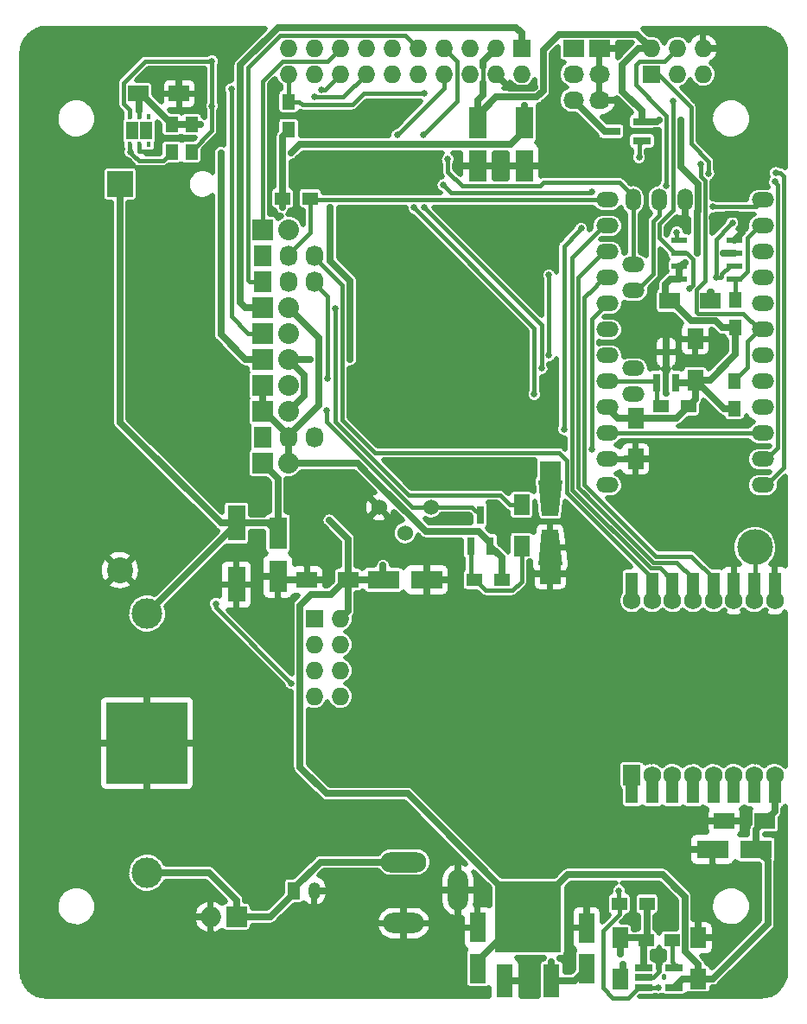
<source format=gbr>
G04 #@! TF.FileFunction,Copper,L1,Top,Mixed*
%FSLAX46Y46*%
G04 Gerber Fmt 4.6, Leading zero omitted, Abs format (unit mm)*
G04 Created by KiCad (PCBNEW 0.201509101502+6177~30~ubuntu14.04.1-product) date Sat 12 Sep 2015 10:17:38 PM CEST*
%MOMM*%
G01*
G04 APERTURE LIST*
%ADD10C,0.100000*%
%ADD11R,1.300000X1.500000*%
%ADD12R,1.550000X0.600000*%
%ADD13C,3.500120*%
%ADD14O,1.998980X4.000500*%
%ADD15O,4.000500X1.998980*%
%ADD16O,4.500880X1.998980*%
%ADD17R,1.198880X1.699260*%
%ADD18O,1.198880X1.699260*%
%ADD19O,1.998980X1.998980*%
%ADD20R,1.998980X1.998980*%
%ADD21C,3.000000*%
%ADD22R,8.000000X8.000000*%
%ADD23R,1.800860X3.500120*%
%ADD24R,1.800860X3.149600*%
%ADD25R,1.501140X2.999740*%
%ADD26R,1.600000X2.000000*%
%ADD27R,3.149600X1.800860*%
%ADD28R,2.000000X1.600000*%
%ADD29R,2.032000X2.032000*%
%ADD30O,2.032000X2.032000*%
%ADD31R,1.727200X2.032000*%
%ADD32O,1.727200X2.032000*%
%ADD33R,1.500000X1.250000*%
%ADD34O,1.727200X1.727200*%
%ADD35R,1.727200X1.727200*%
%ADD36R,2.032000X1.727200*%
%ADD37O,2.032000X1.727200*%
%ADD38R,0.800100X1.800860*%
%ADD39R,1.800860X0.800100*%
%ADD40R,1.500000X1.300000*%
%ADD41C,1.524000*%
%ADD42R,1.600200X3.200400*%
%ADD43R,6.499860X7.000240*%
%ADD44R,1.800860X0.650000*%
%ADD45R,1.200000X3.000000*%
%ADD46R,1.727200X2.000000*%
%ADD47C,1.727200*%
%ADD48O,2.199640X1.501140*%
%ADD49O,1.501140X2.199640*%
%ADD50R,0.450000X0.630000*%
%ADD51R,1.300000X0.850000*%
%ADD52R,2.540000X2.540000*%
%ADD53C,2.540000*%
%ADD54C,0.635000*%
%ADD55C,0.381000*%
%ADD56C,0.635000*%
%ADD57C,0.508000*%
G04 APERTURE END LIST*
D10*
D11*
X70383400Y-35149800D03*
X70383400Y-37849800D03*
D12*
X70391000Y-25146000D03*
X70391000Y-23876000D03*
X70391000Y-22606000D03*
X70391000Y-21336000D03*
X64991000Y-21336000D03*
X64991000Y-22606000D03*
X64991000Y-23876000D03*
X64991000Y-25146000D03*
D13*
X72390000Y-51435000D03*
D14*
X43273980Y-85013800D03*
D15*
X37973000Y-88265000D03*
D16*
X37973000Y-82262980D03*
D17*
X27208480Y-85090000D03*
D18*
X29210000Y-85090000D03*
D19*
X19050000Y-87630000D03*
D20*
X21590000Y-87630000D03*
D21*
X12827000Y-57912000D03*
X12827000Y-83312000D03*
D22*
X12827000Y-70612000D03*
D23*
X21590000Y-55069740D03*
X21590000Y-49070260D03*
D24*
X25654000Y-54289960D03*
X25654000Y-50038000D03*
D25*
X45212000Y-88679020D03*
X45212000Y-92676980D03*
X55880000Y-88712040D03*
X55880000Y-92710000D03*
D26*
X59182000Y-89694000D03*
X59182000Y-93694000D03*
X66852800Y-93694000D03*
X66852800Y-89694000D03*
X66548000Y-35020000D03*
X66548000Y-31020000D03*
D10*
G36*
X51125120Y-44858940D02*
X53522880Y-44858940D01*
X53124100Y-48359060D01*
X51523900Y-48359060D01*
X51125120Y-44858940D01*
X51125120Y-44858940D01*
G37*
G36*
X53522880Y-53185060D02*
X51125120Y-53185060D01*
X51523900Y-49684940D01*
X53124100Y-49684940D01*
X53522880Y-53185060D01*
X53522880Y-53185060D01*
G37*
D20*
X52324000Y-44020740D03*
X52324000Y-54023260D03*
D26*
X49530000Y-47276000D03*
X49530000Y-51276000D03*
D27*
X68232020Y-81026000D03*
X72483980Y-81026000D03*
D28*
X69374000Y-78232000D03*
X73374000Y-78232000D03*
D24*
X49784000Y-14063980D03*
X49784000Y-9812020D03*
X45212000Y-14063980D03*
X45212000Y-9812020D03*
D27*
X40225980Y-54610000D03*
X35974020Y-54610000D03*
D28*
X28512000Y-54610000D03*
X32512000Y-54610000D03*
X68040000Y-27305000D03*
X64040000Y-27305000D03*
D26*
X60706000Y-38767000D03*
X60706000Y-42767000D03*
D28*
X11970000Y-6985000D03*
X15970000Y-6985000D03*
D29*
X24130000Y-43180000D03*
D30*
X26670000Y-43180000D03*
D31*
X24130000Y-40640000D03*
D32*
X26670000Y-40640000D03*
X29210000Y-40640000D03*
D29*
X24130000Y-38100000D03*
D30*
X26670000Y-38100000D03*
D29*
X24130000Y-35560000D03*
D30*
X26670000Y-35560000D03*
D29*
X24130000Y-33020000D03*
D30*
X26670000Y-33020000D03*
D29*
X24130000Y-30480000D03*
D30*
X26670000Y-30480000D03*
D29*
X24130000Y-27940000D03*
D30*
X26670000Y-27940000D03*
D31*
X24130000Y-25400000D03*
D32*
X26670000Y-25400000D03*
X29210000Y-25400000D03*
D31*
X24130000Y-22860000D03*
D32*
X26670000Y-22860000D03*
X29210000Y-22860000D03*
D29*
X24130000Y-20320000D03*
D30*
X26670000Y-20320000D03*
D33*
X64242000Y-89916000D03*
X61742000Y-89916000D03*
D34*
X26670000Y-5080000D03*
X26670000Y-2540000D03*
X29210000Y-5080000D03*
X29210000Y-2540000D03*
X31750000Y-5080000D03*
X31750000Y-2540000D03*
X34290000Y-5080000D03*
X34290000Y-2540000D03*
X36830000Y-5080000D03*
X36830000Y-2540000D03*
X39370000Y-5080000D03*
X39370000Y-2540000D03*
D35*
X49530000Y-2540000D03*
D34*
X49530000Y-5080000D03*
X46990000Y-2540000D03*
X46990000Y-5080000D03*
X44450000Y-2540000D03*
X44450000Y-5080000D03*
X41910000Y-2540000D03*
X41910000Y-5080000D03*
D35*
X62230000Y-5080000D03*
D34*
X62230000Y-2540000D03*
X64770000Y-5080000D03*
X64770000Y-2540000D03*
X67310000Y-5080000D03*
X67310000Y-2540000D03*
D36*
X54610000Y-2540000D03*
D37*
X54610000Y-5080000D03*
X54610000Y-7620000D03*
D36*
X57150000Y-2540000D03*
D37*
X57150000Y-5080000D03*
X57150000Y-7620000D03*
D38*
X44516000Y-51285140D03*
X46416000Y-51285140D03*
X45466000Y-48282860D03*
D39*
X61318140Y-11618000D03*
X61318140Y-9718000D03*
X58315860Y-10668000D03*
D40*
X61802000Y-86360000D03*
X59102000Y-86360000D03*
X44878000Y-54610000D03*
X47578000Y-54610000D03*
D11*
X17170400Y-12703800D03*
X17170400Y-10003800D03*
X15240000Y-12703800D03*
X15240000Y-10003800D03*
X70485000Y-27225000D03*
X70485000Y-29925000D03*
X26695400Y-7768600D03*
X26695400Y-10468600D03*
D40*
X26103600Y-17246600D03*
X28803600Y-17246600D03*
X63166000Y-37592000D03*
X65866000Y-37592000D03*
D41*
X38100000Y-50038000D03*
X35560000Y-47498000D03*
X40640000Y-47498000D03*
D42*
X47863760Y-93878400D03*
X52466240Y-93878400D03*
D43*
X50165000Y-87630000D03*
D44*
X61522000Y-92649000D03*
X61522000Y-93599000D03*
X61522000Y-94549000D03*
X64462000Y-94549000D03*
X64462000Y-92649000D03*
D38*
X62738000Y-35306000D03*
X64638000Y-35306000D03*
X63688000Y-32303720D03*
D45*
X60326000Y-75060000D03*
X62326000Y-75060000D03*
X64326000Y-75060000D03*
X66326000Y-75060000D03*
X68326000Y-75060000D03*
X70326000Y-75060000D03*
X72326000Y-75060000D03*
X74326000Y-75060000D03*
X74326000Y-55360000D03*
X72326000Y-55360000D03*
X70326000Y-55360000D03*
X68326000Y-55360000D03*
X66326000Y-55360000D03*
X64326000Y-55360000D03*
X62326000Y-55360000D03*
X60326000Y-55360000D03*
D46*
X60326000Y-73760000D03*
D47*
X62326000Y-73760000D03*
X64326000Y-73760000D03*
X66326000Y-73760000D03*
X68326000Y-73760000D03*
X70326000Y-73760000D03*
X72326000Y-73760000D03*
X74326000Y-73760000D03*
X74326000Y-56660000D03*
X72326000Y-56660000D03*
X70326000Y-56660000D03*
X68326000Y-56660000D03*
X66326000Y-56660000D03*
X64326000Y-56660000D03*
X62326000Y-56660000D03*
X60326000Y-56660000D03*
D34*
X29210000Y-66040000D03*
X31750000Y-66040000D03*
X29210000Y-63500000D03*
X31750000Y-63500000D03*
X29210000Y-60960000D03*
X31750000Y-60960000D03*
D35*
X29210000Y-58420000D03*
D34*
X31750000Y-58420000D03*
D48*
X60452000Y-26289000D03*
X60452000Y-23749000D03*
X73152000Y-45339000D03*
X73152000Y-42799000D03*
X73152000Y-40259000D03*
X73152000Y-37719000D03*
X73152000Y-35179000D03*
X73152000Y-32639000D03*
X73152000Y-30099000D03*
X73152000Y-27559000D03*
X73152000Y-25019000D03*
X73152000Y-22479000D03*
X73152000Y-19939000D03*
X73152000Y-17399000D03*
X57912000Y-17399000D03*
X57912000Y-19939000D03*
X57912000Y-22479000D03*
X57912000Y-25019000D03*
X57912000Y-27559000D03*
X57912000Y-30099000D03*
X57912000Y-32639000D03*
X57912000Y-35179000D03*
X57912000Y-37719000D03*
X57912000Y-40259000D03*
X57912000Y-42799000D03*
X57912000Y-45339000D03*
X60452000Y-33909000D03*
X60452000Y-36449000D03*
D49*
X60452000Y-17399000D03*
X62992000Y-17399000D03*
X65532000Y-17399000D03*
D50*
X11100000Y-11925000D03*
X12050000Y-11925000D03*
X13000000Y-11925000D03*
X13000000Y-9245000D03*
X12050000Y-9245000D03*
X11100000Y-9245000D03*
D51*
X12700000Y-10160000D03*
X11400000Y-10160000D03*
X12700000Y-11010000D03*
X11400000Y-11010000D03*
D52*
X10160000Y-15840000D03*
D53*
X10160000Y-53660000D03*
D54*
X68182319Y-19152087D03*
X71020887Y-16915313D03*
X63954000Y-86957400D03*
X65859000Y-84036400D03*
X42872000Y-48603400D03*
X43253000Y-45174400D03*
X39542808Y-43515192D03*
X39697000Y-41110400D03*
X62992000Y-91821000D03*
X73660000Y-64770000D03*
X72390000Y-64770000D03*
X71120000Y-64770000D03*
X69850000Y-64770000D03*
X68580000Y-64770000D03*
X67310000Y-64770000D03*
X66040000Y-64770000D03*
X64770000Y-64770000D03*
X63500000Y-64770000D03*
X62230000Y-64770000D03*
X60960000Y-64770000D03*
X59690000Y-64770000D03*
X58420000Y-64770000D03*
X57150000Y-64770000D03*
X55880000Y-64770000D03*
X54610000Y-64770000D03*
X53340000Y-64770000D03*
X52070000Y-64770000D03*
X50800000Y-64770000D03*
X49530000Y-64770000D03*
X48260000Y-64770000D03*
X46990000Y-64770000D03*
X45720000Y-64770000D03*
X44450000Y-64770000D03*
X43180000Y-64770000D03*
X41910000Y-64770000D03*
X41910000Y-66040000D03*
X43180000Y-66040000D03*
X44450000Y-66040000D03*
X45720000Y-66040000D03*
X46990000Y-66040000D03*
X48260000Y-66040000D03*
X49530000Y-66040000D03*
X50800000Y-66040000D03*
X52070000Y-66040000D03*
X53340000Y-66040000D03*
X54610000Y-66040000D03*
X55880000Y-66040000D03*
X57150000Y-66040000D03*
X58420000Y-66040000D03*
X59690000Y-66040000D03*
X60960000Y-66040000D03*
X62230000Y-66040000D03*
X63500000Y-66040000D03*
X64770000Y-66040000D03*
X66040000Y-66040000D03*
X67310000Y-66040000D03*
X68580000Y-66040000D03*
X69850000Y-66040000D03*
X71120000Y-66040000D03*
X72390000Y-66040000D03*
X73660000Y-66040000D03*
X73660000Y-67310000D03*
X72390000Y-67310000D03*
X71120000Y-67310000D03*
X69850000Y-67310000D03*
X68580000Y-67310000D03*
X67310000Y-67310000D03*
X66040000Y-67310000D03*
X64770000Y-67310000D03*
X63500000Y-67310000D03*
X62230000Y-67310000D03*
X60960000Y-67310000D03*
X59690000Y-67310000D03*
X58420000Y-67310000D03*
X57150000Y-67310000D03*
X55880000Y-67310000D03*
X54610000Y-67310000D03*
X53340000Y-67310000D03*
X52070000Y-67310000D03*
X50800000Y-67310000D03*
X49530000Y-67310000D03*
X48260000Y-67310000D03*
X46990000Y-67310000D03*
X45720000Y-67310000D03*
X44450000Y-67310000D03*
X43180000Y-67310000D03*
X41910000Y-67310000D03*
X41910000Y-68580000D03*
X43180000Y-68580000D03*
X44450000Y-68580000D03*
X45720000Y-68580000D03*
X46990000Y-68580000D03*
X48260000Y-68580000D03*
X49530000Y-68580000D03*
X50800000Y-68580000D03*
X52070000Y-68580000D03*
X53340000Y-68580000D03*
X54610000Y-68580000D03*
X55880000Y-68580000D03*
X57150000Y-68580000D03*
X58420000Y-68580000D03*
X59690000Y-68580000D03*
X60960000Y-68580000D03*
X62230000Y-68580000D03*
X63500000Y-68580000D03*
X64770000Y-68580000D03*
X66040000Y-68580000D03*
X67310000Y-68580000D03*
X68580000Y-68580000D03*
X69850000Y-68580000D03*
X71120000Y-68580000D03*
X72390000Y-68580000D03*
X73660000Y-68580000D03*
X73660000Y-69850000D03*
X72390000Y-69850000D03*
X71120000Y-69850000D03*
X69850000Y-69850000D03*
X68580000Y-69850000D03*
X67310000Y-69850000D03*
X66040000Y-69850000D03*
X64770000Y-69850000D03*
X63500000Y-69850000D03*
X62230000Y-69850000D03*
X60960000Y-69850000D03*
X59690000Y-69850000D03*
X62229236Y-72379084D03*
X63500000Y-72390000D03*
X64770000Y-72390000D03*
X66040000Y-72390000D03*
X67310000Y-72390000D03*
X68580000Y-72390000D03*
X69850000Y-72390000D03*
X71120000Y-72390000D03*
X72390597Y-72377206D03*
X73660000Y-72390000D03*
X74930000Y-71120000D03*
X73660000Y-71120000D03*
X72390000Y-71120000D03*
X71120000Y-71120000D03*
X69850000Y-71120000D03*
X68580000Y-71120000D03*
X67310000Y-71120000D03*
X66040000Y-71120000D03*
X64770000Y-71120000D03*
X63500000Y-71120000D03*
X62230000Y-71120000D03*
X60960000Y-71120000D03*
X59690000Y-71120000D03*
X58420000Y-69850000D03*
X57150000Y-69850000D03*
X55880000Y-69850000D03*
X54610000Y-69850000D03*
X53340000Y-69850000D03*
X52070000Y-69850000D03*
X50800000Y-69850000D03*
X49530000Y-69850000D03*
X48260000Y-69850000D03*
X46990000Y-69850000D03*
X45720000Y-69850000D03*
X44450000Y-69850000D03*
X43180000Y-69850000D03*
X41910000Y-69850000D03*
X41910000Y-71120000D03*
X43180000Y-71120000D03*
X44450000Y-71120000D03*
X45720000Y-71120000D03*
X46990000Y-71120000D03*
X48260000Y-71120000D03*
X49530000Y-71120000D03*
X50800000Y-71120000D03*
X52070000Y-71120000D03*
X53340000Y-71120000D03*
X54610000Y-71120000D03*
X55880000Y-71120000D03*
X57150000Y-71120000D03*
X58420000Y-71120000D03*
X58420000Y-72390000D03*
X57150000Y-72390000D03*
X55880000Y-72390000D03*
X54610000Y-72390000D03*
X53340000Y-72390000D03*
X52070000Y-72390000D03*
X50800000Y-72390000D03*
X49530000Y-72390000D03*
X48260000Y-72390000D03*
X46990000Y-72390000D03*
X45720000Y-72390000D03*
X44450000Y-72390000D03*
X43180000Y-72390000D03*
X41910000Y-72390000D03*
X36830000Y-71120000D03*
X36830000Y-69850000D03*
X36830000Y-68580000D03*
X36830000Y-67310000D03*
X36830000Y-66040000D03*
X36830000Y-64770000D03*
X38100000Y-64770000D03*
X38100000Y-66040000D03*
X38100000Y-67310000D03*
X38100000Y-68580000D03*
X38100000Y-69850000D03*
X38100000Y-71120000D03*
X38100000Y-72390000D03*
X39370000Y-72390000D03*
X39370000Y-71120000D03*
X39370000Y-69850000D03*
X39370000Y-68580000D03*
X39370000Y-67310000D03*
X39370000Y-66040000D03*
X39370000Y-64770000D03*
X40640000Y-64770000D03*
X40640000Y-66040000D03*
X40640000Y-67310000D03*
X40640000Y-68580000D03*
X40640000Y-69850000D03*
X40640000Y-71120000D03*
X40640000Y-72390000D03*
X40640000Y-73660000D03*
X41910000Y-73660000D03*
X43180000Y-73660000D03*
X44450000Y-73660000D03*
X45720000Y-73660000D03*
X46990000Y-73660000D03*
X48260000Y-73660000D03*
X49530000Y-73660000D03*
X50800000Y-73660000D03*
X52070000Y-73660000D03*
X53340000Y-73660000D03*
X54610000Y-73660000D03*
X55880000Y-73660000D03*
X57150000Y-73660000D03*
X58420000Y-73660000D03*
X58420000Y-74930000D03*
X57150000Y-74930000D03*
X55880000Y-74930000D03*
X54610000Y-74930000D03*
X53340000Y-74930000D03*
X52070000Y-74930000D03*
X50800000Y-74930000D03*
X49530000Y-74930000D03*
X48260000Y-74930000D03*
X46990000Y-74930000D03*
X45720000Y-74930000D03*
X43117558Y-74930000D03*
X44450000Y-74930000D03*
X41910000Y-74930000D03*
X40640000Y-74930000D03*
X39370000Y-74930000D03*
X39370000Y-73660000D03*
X38100000Y-73660000D03*
X36830000Y-73660000D03*
X36830000Y-72390000D03*
X35560000Y-72390000D03*
X34290000Y-71120000D03*
X35560000Y-71120000D03*
X35560000Y-69850000D03*
X35560000Y-68580000D03*
X35560000Y-67310000D03*
X35560000Y-66040000D03*
X34290000Y-68580000D03*
X34290000Y-69850000D03*
X33020000Y-69850000D03*
X33020000Y-68580000D03*
X33020000Y-67310000D03*
X34290000Y-67310000D03*
X34290000Y-66040000D03*
X34290000Y-64770000D03*
X35560000Y-64770000D03*
X73660000Y-63500000D03*
X72390000Y-63500000D03*
X71120000Y-63500000D03*
X69850000Y-63500000D03*
X68580000Y-63500000D03*
X67310000Y-63500000D03*
X66040000Y-63500000D03*
X64770000Y-63500000D03*
X63500000Y-63500000D03*
X62230000Y-63500000D03*
X60960000Y-63500000D03*
X59690000Y-63500000D03*
X58420000Y-63500000D03*
X57150000Y-63500000D03*
X55880000Y-63500000D03*
X54610000Y-63500000D03*
X53340000Y-63500000D03*
X52070000Y-63500000D03*
X50800000Y-63500000D03*
X49530000Y-63500000D03*
X48260000Y-63500000D03*
X46990000Y-63500000D03*
X45720000Y-63500000D03*
X44450000Y-63500000D03*
X43180000Y-63500000D03*
X41910000Y-63500000D03*
X40640000Y-63500000D03*
X39370000Y-63500000D03*
X38100000Y-63500000D03*
X36830000Y-63500000D03*
X35560000Y-63500000D03*
X73660000Y-62230000D03*
X72390000Y-62230000D03*
X71120000Y-62230000D03*
X69850000Y-62230000D03*
X68580000Y-62230000D03*
X67310000Y-62230000D03*
X66040000Y-62230000D03*
X64770000Y-62230000D03*
X63500000Y-62230000D03*
X62230000Y-62230000D03*
X60960000Y-62230000D03*
X59690000Y-62230000D03*
X58420000Y-62230000D03*
X57150000Y-62230000D03*
X55880000Y-62230000D03*
X54610000Y-62230000D03*
X53340000Y-62230000D03*
X52070000Y-62230000D03*
X50800000Y-62230000D03*
X49530000Y-62230000D03*
X48260000Y-62230000D03*
X46990000Y-62230000D03*
X45720000Y-62230000D03*
X44450000Y-62230000D03*
X43180000Y-62230000D03*
X41910000Y-62230000D03*
X40640000Y-62230000D03*
X39370000Y-62230000D03*
X38100000Y-62230000D03*
X36830000Y-62230000D03*
X35560000Y-62230000D03*
X63500000Y-60960000D03*
X62230000Y-60960000D03*
X60960000Y-60960000D03*
X59690000Y-60960000D03*
X58420000Y-60960000D03*
X57150000Y-60960000D03*
X55880000Y-60960000D03*
X54610000Y-60960000D03*
X53340000Y-60960000D03*
X52070000Y-60960000D03*
X50800000Y-60960000D03*
X49530000Y-60960000D03*
X48260000Y-60960000D03*
X46990000Y-60960000D03*
X45720000Y-60960000D03*
X44450000Y-60960000D03*
X43180000Y-60960000D03*
X41910000Y-60960000D03*
X40640000Y-60960000D03*
X39370000Y-60960000D03*
X38100000Y-60960000D03*
X36830000Y-60960000D03*
X35560000Y-60960000D03*
X45720000Y-58420000D03*
X57150000Y-59690000D03*
X55880000Y-59690000D03*
X54610000Y-59690000D03*
X53340000Y-59690000D03*
X52070000Y-59690000D03*
X50800000Y-59690000D03*
X49530000Y-59690000D03*
X48260000Y-59690000D03*
X46990000Y-59690000D03*
X45720000Y-59690000D03*
X44450000Y-59690000D03*
X43180000Y-59690000D03*
X41910000Y-59690000D03*
X40640000Y-59690000D03*
X39370000Y-59690000D03*
X38100000Y-59690000D03*
X36830000Y-59690000D03*
X35560000Y-59690000D03*
X35560000Y-58420000D03*
X36830000Y-58420000D03*
X38100000Y-58420000D03*
X39370000Y-58420000D03*
X40640000Y-58420000D03*
X41910000Y-58420000D03*
X43180000Y-58420000D03*
X44450000Y-58420000D03*
X46990000Y-58420000D03*
X48260000Y-58420000D03*
X49530000Y-58420000D03*
X50800000Y-58420000D03*
X52070000Y-58420000D03*
X53340000Y-58420000D03*
X54610000Y-58420000D03*
X55880000Y-58420000D03*
X57150000Y-58420000D03*
X58420000Y-58420000D03*
X58420000Y-59690000D03*
X59690000Y-59690000D03*
X60960000Y-59690000D03*
X62230000Y-59690000D03*
X63500000Y-59690000D03*
X64770000Y-59690000D03*
X64770000Y-60960000D03*
X66040000Y-60960000D03*
X67310000Y-60960000D03*
X68580000Y-60960000D03*
X69850000Y-60960000D03*
X71120000Y-60960000D03*
X72390000Y-60960000D03*
X73660000Y-60960000D03*
X73660000Y-59690000D03*
X72390000Y-59690000D03*
X71120000Y-59690000D03*
X69850000Y-59690000D03*
X68580000Y-59690000D03*
X67310000Y-59690000D03*
X66040000Y-59690000D03*
X66040000Y-58420000D03*
X67310000Y-58420000D03*
X68580000Y-58420000D03*
X69850000Y-58420000D03*
X71120000Y-58420000D03*
X72390000Y-58420000D03*
X73660000Y-58420000D03*
X74930000Y-72390000D03*
X74930000Y-71120000D03*
X74930000Y-69850000D03*
X74930000Y-68580000D03*
X74930000Y-67310000D03*
X74930000Y-66040000D03*
X74930000Y-64770000D03*
X74930000Y-63500000D03*
X74930000Y-62230000D03*
X74930000Y-60960000D03*
X74930000Y-59690000D03*
X74930000Y-58420000D03*
X29845000Y-11049000D03*
X29845000Y-13843000D03*
X41021000Y-13843000D03*
X43180000Y-14351000D03*
X61468000Y-19177000D03*
X59182000Y-18796000D03*
X52578000Y-23495000D03*
X68072000Y-26416000D03*
X55880000Y-86614000D03*
X59436000Y-92329000D03*
X33909000Y-53086000D03*
X68072000Y-33020000D03*
X49657000Y-93853000D03*
X71120000Y-19685000D03*
X65532000Y-19177000D03*
X13970000Y-12573000D03*
X16002000Y-5461000D03*
X66929000Y-7112000D03*
X52959000Y-19050000D03*
X50800000Y-27178000D03*
X48641000Y-29337000D03*
X46355000Y-36703000D03*
X43942000Y-39116000D03*
X50800000Y-6350000D03*
X62357000Y-29337000D03*
X68072000Y-39370000D03*
X73533000Y-90551000D03*
X68961000Y-89662000D03*
X65532000Y-91008200D03*
X62976412Y-9531642D03*
X65100231Y-9575800D03*
X32737433Y-33028137D03*
X30759400Y-18110240D03*
X66745463Y-22606000D03*
X28831624Y-33028137D03*
X30683200Y-48768000D03*
X18034000Y-10007600D03*
X26085800Y-18135600D03*
X69291220Y-22606000D03*
X65567993Y-23504998D03*
X35941000Y-53213000D03*
X61952105Y-38767000D03*
X52451000Y-92074980D03*
X61522000Y-92214559D03*
X59182000Y-91313000D03*
X56413400Y-41833800D03*
X31235389Y-27990139D03*
X49784000Y-8140731D03*
X26941820Y-12776200D03*
X20066000Y-12777346D03*
X30403800Y-38049200D03*
X52197000Y-24765000D03*
X52197000Y-32639000D03*
X29918316Y-6593804D03*
X21082000Y-6527780D03*
X62941200Y-94564200D03*
X59055000Y-85090000D03*
X30524169Y-34850742D03*
X26949400Y-64744600D03*
X19558000Y-56966627D03*
X64806769Y-92573628D03*
X40005000Y-6985000D03*
X64389000Y-7747000D03*
X65942917Y-26084738D03*
X70188951Y-19620085D03*
X67835727Y-14820143D03*
X68580000Y-24942800D03*
X63687632Y-15982963D03*
X64719200Y-20548600D03*
X51481346Y-33909000D03*
X40005000Y-18161000D03*
X29207096Y-7305024D03*
X11176000Y-12700000D03*
X19198076Y-3797301D03*
X19182319Y-8178800D03*
X50767285Y-36449000D03*
X38989000Y-18161000D03*
X74422000Y-14732000D03*
X74346206Y-15619882D03*
X39885944Y-11029878D03*
X42280939Y-13424872D03*
X37338000Y-11049000D03*
X41855959Y-15927322D03*
X56388000Y-16637000D03*
X67039257Y-13896674D03*
X61025802Y-13231145D03*
X68225709Y-18070654D03*
X55372000Y-20193000D03*
X53670200Y-39878000D03*
D55*
X63474600Y-93548200D02*
X63474600Y-93421200D01*
D56*
X68631331Y-19152087D02*
X68182319Y-19152087D01*
X69226508Y-19152087D02*
X68631331Y-19152087D01*
X71120000Y-19685000D02*
X71120000Y-19235988D01*
X70391000Y-21336000D02*
X71120000Y-20607000D01*
X70665877Y-18781865D02*
X69596730Y-18781865D01*
X69596730Y-18781865D02*
X69226508Y-19152087D01*
X71120000Y-20607000D02*
X71120000Y-20134012D01*
X71120000Y-19235988D02*
X70665877Y-18781865D01*
X71120000Y-20134012D02*
X71120000Y-19685000D01*
X66852800Y-89694000D02*
X66852800Y-85030200D01*
X66852800Y-85030200D02*
X65859000Y-84036400D01*
X39542808Y-43515192D02*
X41593792Y-43515192D01*
X41593792Y-43515192D02*
X43253000Y-45174400D01*
X43942000Y-39116000D02*
X41691400Y-39116000D01*
X41691400Y-39116000D02*
X39697000Y-41110400D01*
D55*
X62992000Y-93005761D02*
X62398761Y-93599000D01*
X62992000Y-91821000D02*
X62992000Y-93005761D01*
X62398761Y-93599000D02*
X61522000Y-93599000D01*
X62433200Y-93599000D02*
X62788800Y-93243400D01*
X61522000Y-93599000D02*
X62433200Y-93599000D01*
D56*
X71120000Y-64770000D02*
X72390000Y-64770000D01*
X68580000Y-64770000D02*
X69850000Y-64770000D01*
X66040000Y-64770000D02*
X67310000Y-64770000D01*
X63500000Y-64770000D02*
X64770000Y-64770000D01*
X60960000Y-64770000D02*
X62230000Y-64770000D01*
X58420000Y-64770000D02*
X59690000Y-64770000D01*
X55880000Y-64770000D02*
X57150000Y-64770000D01*
X53340000Y-64770000D02*
X54610000Y-64770000D01*
X50800000Y-64770000D02*
X52070000Y-64770000D01*
X48260000Y-64770000D02*
X49530000Y-64770000D01*
X45720000Y-64770000D02*
X46990000Y-64770000D01*
X43180000Y-64770000D02*
X44450000Y-64770000D01*
X41910000Y-66040000D02*
X41910000Y-64770000D01*
X44450000Y-66040000D02*
X43180000Y-66040000D01*
X46990000Y-66040000D02*
X45720000Y-66040000D01*
X49530000Y-66040000D02*
X48260000Y-66040000D01*
X52070000Y-66040000D02*
X50800000Y-66040000D01*
X54610000Y-66040000D02*
X53340000Y-66040000D01*
X57150000Y-66040000D02*
X55880000Y-66040000D01*
X59690000Y-66040000D02*
X58420000Y-66040000D01*
X62230000Y-66040000D02*
X60960000Y-66040000D01*
X64770000Y-66040000D02*
X63500000Y-66040000D01*
X67310000Y-66040000D02*
X66040000Y-66040000D01*
X69850000Y-66040000D02*
X68580000Y-66040000D01*
X72390000Y-66040000D02*
X71120000Y-66040000D01*
X73660000Y-67310000D02*
X73660000Y-66040000D01*
X71120000Y-67310000D02*
X72390000Y-67310000D01*
X68580000Y-67310000D02*
X69850000Y-67310000D01*
X66040000Y-67310000D02*
X67310000Y-67310000D01*
X63500000Y-67310000D02*
X64770000Y-67310000D01*
X60960000Y-67310000D02*
X62230000Y-67310000D01*
X58420000Y-67310000D02*
X59690000Y-67310000D01*
X55880000Y-67310000D02*
X57150000Y-67310000D01*
X53340000Y-67310000D02*
X54610000Y-67310000D01*
X50800000Y-67310000D02*
X52070000Y-67310000D01*
X48260000Y-67310000D02*
X49530000Y-67310000D01*
X45720000Y-67310000D02*
X46990000Y-67310000D01*
X43180000Y-67310000D02*
X44450000Y-67310000D01*
X41910000Y-68580000D02*
X41910000Y-67310000D01*
X44450000Y-68580000D02*
X43180000Y-68580000D01*
X46990000Y-68580000D02*
X45720000Y-68580000D01*
X49530000Y-68580000D02*
X48260000Y-68580000D01*
X52070000Y-68580000D02*
X50800000Y-68580000D01*
X54610000Y-68580000D02*
X53340000Y-68580000D01*
X57150000Y-68580000D02*
X55880000Y-68580000D01*
X59690000Y-68580000D02*
X58420000Y-68580000D01*
X62230000Y-68580000D02*
X60960000Y-68580000D01*
X64770000Y-68580000D02*
X63500000Y-68580000D01*
X67310000Y-68580000D02*
X66040000Y-68580000D01*
X69850000Y-68580000D02*
X68580000Y-68580000D01*
X72390000Y-68580000D02*
X71120000Y-68580000D01*
X73660000Y-69850000D02*
X73660000Y-68580000D01*
X71120000Y-69850000D02*
X72390000Y-69850000D01*
X68580000Y-69850000D02*
X69850000Y-69850000D01*
X66040000Y-69850000D02*
X67310000Y-69850000D01*
X63500000Y-69850000D02*
X64770000Y-69850000D01*
X60960000Y-69850000D02*
X62230000Y-69850000D01*
X58420000Y-69850000D02*
X59690000Y-69850000D01*
X63500000Y-71120000D02*
X63500000Y-72390000D01*
X66040000Y-71120000D02*
X66040000Y-72390000D01*
X68580000Y-71120000D02*
X68580000Y-72390000D01*
X71120000Y-71120000D02*
X71120000Y-72390000D01*
X73660000Y-71120000D02*
X73660000Y-72390000D01*
X73660000Y-71120000D02*
X74930000Y-71120000D01*
X71120000Y-71120000D02*
X72390000Y-71120000D01*
X68580000Y-71120000D02*
X69850000Y-71120000D01*
X66040000Y-71120000D02*
X67310000Y-71120000D01*
X63500000Y-71120000D02*
X64770000Y-71120000D01*
X60960000Y-71120000D02*
X62230000Y-71120000D01*
X58420000Y-71120000D02*
X59690000Y-71120000D01*
X55880000Y-69850000D02*
X57150000Y-69850000D01*
X53340000Y-69850000D02*
X54610000Y-69850000D01*
X50800000Y-69850000D02*
X52070000Y-69850000D01*
X48260000Y-69850000D02*
X49530000Y-69850000D01*
X45720000Y-69850000D02*
X46990000Y-69850000D01*
X43180000Y-69850000D02*
X44450000Y-69850000D01*
X41910000Y-71120000D02*
X41910000Y-69850000D01*
X44450000Y-71120000D02*
X43180000Y-71120000D01*
X46990000Y-71120000D02*
X45720000Y-71120000D01*
X49530000Y-71120000D02*
X48260000Y-71120000D01*
X52070000Y-71120000D02*
X50800000Y-71120000D01*
X54610000Y-71120000D02*
X53340000Y-71120000D01*
X57150000Y-71120000D02*
X55880000Y-71120000D01*
X58420000Y-72390000D02*
X58420000Y-71120000D01*
X55880000Y-72390000D02*
X57150000Y-72390000D01*
X53340000Y-72390000D02*
X54610000Y-72390000D01*
X50800000Y-72390000D02*
X52070000Y-72390000D01*
X48260000Y-72390000D02*
X49530000Y-72390000D01*
X45720000Y-72390000D02*
X46990000Y-72390000D01*
X43180000Y-72390000D02*
X44450000Y-72390000D01*
X40640000Y-72390000D02*
X41910000Y-72390000D01*
X36830000Y-68580000D02*
X36830000Y-69850000D01*
X36830000Y-66040000D02*
X36830000Y-67310000D01*
X38100000Y-64770000D02*
X36830000Y-64770000D01*
X38100000Y-67310000D02*
X38100000Y-66040000D01*
X38100000Y-69850000D02*
X38100000Y-68580000D01*
X38100000Y-72390000D02*
X38100000Y-71120000D01*
X39370000Y-71120000D02*
X39370000Y-72390000D01*
X39370000Y-68580000D02*
X39370000Y-69850000D01*
X39370000Y-66040000D02*
X39370000Y-67310000D01*
X40640000Y-64770000D02*
X39370000Y-64770000D01*
X40640000Y-67310000D02*
X40640000Y-66040000D01*
X40640000Y-69850000D02*
X40640000Y-68580000D01*
X40640000Y-72390000D02*
X40640000Y-71120000D01*
X41910000Y-73660000D02*
X40640000Y-73660000D01*
X44450000Y-73660000D02*
X43180000Y-73660000D01*
X46990000Y-73660000D02*
X45720000Y-73660000D01*
X49530000Y-73660000D02*
X48260000Y-73660000D01*
X52070000Y-73660000D02*
X50800000Y-73660000D01*
X54610000Y-73660000D02*
X53340000Y-73660000D01*
X57150000Y-73660000D02*
X55880000Y-73660000D01*
X58420000Y-74930000D02*
X58420000Y-73660000D01*
X55880000Y-74930000D02*
X57150000Y-74930000D01*
X53340000Y-74930000D02*
X54610000Y-74930000D01*
X50800000Y-74930000D02*
X52070000Y-74930000D01*
X48260000Y-74930000D02*
X49530000Y-74930000D01*
X45720000Y-74930000D02*
X46990000Y-74930000D01*
X41910000Y-74930000D02*
X44450000Y-74930000D01*
X39370000Y-74930000D02*
X40640000Y-74930000D01*
X38100000Y-73660000D02*
X39370000Y-73660000D01*
X36830000Y-72390000D02*
X36830000Y-73660000D01*
X35560000Y-71120000D02*
X35560000Y-72390000D01*
X35560000Y-69850000D02*
X35560000Y-71120000D01*
X35560000Y-67310000D02*
X35560000Y-68580000D01*
X35560000Y-64770000D02*
X35560000Y-66040000D01*
X33020000Y-69850000D02*
X34290000Y-69850000D01*
X33020000Y-67310000D02*
X33020000Y-68580000D01*
X34290000Y-66040000D02*
X34290000Y-67310000D01*
X35560000Y-64770000D02*
X34290000Y-64770000D01*
X72390000Y-63500000D02*
X73660000Y-63500000D01*
X69850000Y-63500000D02*
X71120000Y-63500000D01*
X67310000Y-63500000D02*
X68580000Y-63500000D01*
X64770000Y-63500000D02*
X66040000Y-63500000D01*
X62230000Y-63500000D02*
X63500000Y-63500000D01*
X59690000Y-63500000D02*
X60960000Y-63500000D01*
X57150000Y-63500000D02*
X58420000Y-63500000D01*
X54610000Y-63500000D02*
X55880000Y-63500000D01*
X52070000Y-63500000D02*
X53340000Y-63500000D01*
X49530000Y-63500000D02*
X50800000Y-63500000D01*
X46990000Y-63500000D02*
X48260000Y-63500000D01*
X44450000Y-63500000D02*
X45720000Y-63500000D01*
X41910000Y-63500000D02*
X43180000Y-63500000D01*
X39370000Y-63500000D02*
X40640000Y-63500000D01*
X36830000Y-63500000D02*
X38100000Y-63500000D01*
X35560000Y-62230000D02*
X35560000Y-63500000D01*
X71120000Y-62230000D02*
X72390000Y-62230000D01*
X68580000Y-62230000D02*
X69850000Y-62230000D01*
X66040000Y-62230000D02*
X67310000Y-62230000D01*
X63500000Y-62230000D02*
X64770000Y-62230000D01*
X60960000Y-62230000D02*
X62230000Y-62230000D01*
X58420000Y-62230000D02*
X59690000Y-62230000D01*
X55880000Y-62230000D02*
X57150000Y-62230000D01*
X53340000Y-62230000D02*
X54610000Y-62230000D01*
X50800000Y-62230000D02*
X52070000Y-62230000D01*
X48260000Y-62230000D02*
X49530000Y-62230000D01*
X45720000Y-62230000D02*
X46990000Y-62230000D01*
X43180000Y-62230000D02*
X44450000Y-62230000D01*
X40640000Y-62230000D02*
X41910000Y-62230000D01*
X38100000Y-62230000D02*
X39370000Y-62230000D01*
X35560000Y-62230000D02*
X36830000Y-62230000D01*
X35560000Y-60960000D02*
X35560000Y-62230000D01*
X60960000Y-60960000D02*
X62230000Y-60960000D01*
X58420000Y-60960000D02*
X59690000Y-60960000D01*
X55880000Y-60960000D02*
X57150000Y-60960000D01*
X53340000Y-60960000D02*
X54610000Y-60960000D01*
X50800000Y-60960000D02*
X52070000Y-60960000D01*
X48260000Y-60960000D02*
X49530000Y-60960000D01*
X45720000Y-60960000D02*
X46990000Y-60960000D01*
X43180000Y-60960000D02*
X44450000Y-60960000D01*
X40640000Y-60960000D02*
X41910000Y-60960000D01*
X38100000Y-60960000D02*
X39370000Y-60960000D01*
X35560000Y-60960000D02*
X36830000Y-60960000D01*
X55880000Y-59690000D02*
X57150000Y-59690000D01*
X53340000Y-59690000D02*
X54610000Y-59690000D01*
X50800000Y-59690000D02*
X52070000Y-59690000D01*
X48260000Y-59690000D02*
X49530000Y-59690000D01*
X45720000Y-59690000D02*
X46990000Y-59690000D01*
X43180000Y-59690000D02*
X44450000Y-59690000D01*
X40640000Y-59690000D02*
X41910000Y-59690000D01*
X38100000Y-59690000D02*
X39370000Y-59690000D01*
X35560000Y-59690000D02*
X36830000Y-59690000D01*
X36830000Y-58420000D02*
X35560000Y-58420000D01*
X39370000Y-58420000D02*
X38100000Y-58420000D01*
X41910000Y-58420000D02*
X40640000Y-58420000D01*
X44450000Y-58420000D02*
X43180000Y-58420000D01*
X48260000Y-58420000D02*
X46990000Y-58420000D01*
X50800000Y-58420000D02*
X49530000Y-58420000D01*
X53340000Y-58420000D02*
X52070000Y-58420000D01*
X55880000Y-58420000D02*
X54610000Y-58420000D01*
X58420000Y-58420000D02*
X57150000Y-58420000D01*
X59690000Y-59690000D02*
X58420000Y-59690000D01*
X62230000Y-59690000D02*
X60960000Y-59690000D01*
X64770000Y-59690000D02*
X63500000Y-59690000D01*
X66040000Y-60960000D02*
X64770000Y-60960000D01*
X68580000Y-60960000D02*
X67310000Y-60960000D01*
X71120000Y-60960000D02*
X69850000Y-60960000D01*
X73660000Y-60960000D02*
X72390000Y-60960000D01*
X72390000Y-59690000D02*
X73660000Y-59690000D01*
X69850000Y-59690000D02*
X71120000Y-59690000D01*
X67310000Y-59690000D02*
X68580000Y-59690000D01*
X66040000Y-58420000D02*
X66040000Y-59690000D01*
X68580000Y-58420000D02*
X67310000Y-58420000D01*
X71120000Y-58420000D02*
X69850000Y-58420000D01*
X73660000Y-58420000D02*
X72390000Y-58420000D01*
X74930000Y-71120000D02*
X74930000Y-72390000D01*
X74930000Y-68580000D02*
X74930000Y-69850000D01*
X74930000Y-66040000D02*
X74930000Y-67310000D01*
X74930000Y-63500000D02*
X74930000Y-64770000D01*
X74930000Y-60960000D02*
X74930000Y-62230000D01*
X74930000Y-58420000D02*
X74930000Y-59690000D01*
X41021000Y-13843000D02*
X29845000Y-13843000D01*
X45212000Y-14063980D02*
X43467020Y-14063980D01*
X43467020Y-14063980D02*
X43180000Y-14351000D01*
D55*
X52959000Y-19050000D02*
X53276499Y-18732501D01*
X53276499Y-18732501D02*
X59118501Y-18732501D01*
X59118501Y-18732501D02*
X59182000Y-18796000D01*
D56*
X68040000Y-27305000D02*
X68040000Y-26448000D01*
X68040000Y-26448000D02*
X68072000Y-26416000D01*
X55880000Y-88712040D02*
X55880000Y-86614000D01*
X59457211Y-92672223D02*
X59457211Y-92350211D01*
X59457211Y-92350211D02*
X59436000Y-92329000D01*
X28512000Y-54610000D02*
X25974040Y-54610000D01*
X25974040Y-54610000D02*
X25654000Y-54289960D01*
X47863760Y-93878400D02*
X49631600Y-93878400D01*
X49631600Y-93878400D02*
X49657000Y-93853000D01*
X65532000Y-17399000D02*
X65532000Y-19177000D01*
D55*
X12050000Y-12621000D02*
X12447338Y-12621000D01*
X12447338Y-12621000D02*
X12460039Y-12633701D01*
X12460039Y-12633701D02*
X13909299Y-12633701D01*
X13909299Y-12633701D02*
X13970000Y-12573000D01*
D56*
X15970000Y-6985000D02*
X15970000Y-5493000D01*
X15970000Y-5493000D02*
X16002000Y-5461000D01*
X50800000Y-27178000D02*
X50800000Y-21209000D01*
X50800000Y-21209000D02*
X52959000Y-19050000D01*
X46355000Y-36703000D02*
X46355000Y-31623000D01*
X46355000Y-31623000D02*
X48641000Y-29337000D01*
X43942000Y-39116000D02*
X46355000Y-36703000D01*
X48374301Y-6464301D02*
X50685699Y-6464301D01*
X46990000Y-5080000D02*
X48374301Y-6464301D01*
X50685699Y-6464301D02*
X50800000Y-6350000D01*
X63688000Y-32303720D02*
X63688000Y-30668000D01*
X63688000Y-30668000D02*
X62357000Y-29337000D01*
X66852800Y-89694000D02*
X68929000Y-89694000D01*
X68929000Y-89694000D02*
X68961000Y-89662000D01*
D55*
X13995400Y-12178262D02*
X13539961Y-12633701D01*
X13539961Y-12633701D02*
X12062701Y-12633701D01*
X12062701Y-12633701D02*
X12050000Y-12621000D01*
X12050000Y-12621000D02*
X12050000Y-11925000D01*
D56*
X59182000Y-93694000D02*
X59457211Y-93418789D01*
X59457211Y-93418789D02*
X59457211Y-92672223D01*
X74326000Y-55360000D02*
X74326000Y-56660000D01*
X70326000Y-55360000D02*
X70326000Y-56660000D01*
D55*
X72390000Y-51435000D02*
X72390000Y-55296000D01*
X72390000Y-55296000D02*
X72326000Y-55360000D01*
X72326000Y-55360000D02*
X72326000Y-56660000D01*
D56*
X12827000Y-57912000D02*
X21590000Y-49149000D01*
X21590000Y-49149000D02*
X21590000Y-49070260D01*
X21590000Y-85995510D02*
X21120505Y-85526015D01*
X21120505Y-85526015D02*
X19160490Y-83566000D01*
X12827000Y-83312000D02*
X18906490Y-83312000D01*
X18906490Y-83312000D02*
X21120505Y-85526015D01*
X25654000Y-50038000D02*
X25654000Y-44704000D01*
X25654000Y-44704000D02*
X24130000Y-43180000D01*
X21590000Y-49070260D02*
X24686260Y-49070260D01*
X24686260Y-49070260D02*
X25654000Y-50038000D01*
X10160000Y-15840000D02*
X10160000Y-39175690D01*
X10160000Y-39175690D02*
X20054570Y-49070260D01*
X20054570Y-49070260D02*
X21590000Y-49070260D01*
X21590000Y-87630000D02*
X21590000Y-85995510D01*
X21590000Y-87630000D02*
X24918670Y-87630000D01*
X24918670Y-87630000D02*
X27208480Y-85340190D01*
X27208480Y-85340190D02*
X27208480Y-85090000D01*
X37973000Y-82262980D02*
X29785310Y-82262980D01*
X29785310Y-82262980D02*
X27208480Y-84839810D01*
X27208480Y-84839810D02*
X27208480Y-85090000D01*
X66803278Y-18472744D02*
X66803278Y-15840128D01*
X65100231Y-10024812D02*
X65100231Y-9575800D01*
X66745463Y-22606000D02*
X66745463Y-18530559D01*
X66745463Y-18530559D02*
X66803278Y-18472744D01*
X66803278Y-15840128D02*
X65100231Y-14137081D01*
X65100231Y-14137081D02*
X65100231Y-10024812D01*
X61318140Y-9718000D02*
X62790054Y-9718000D01*
X62790054Y-9718000D02*
X62976412Y-9531642D01*
X59385200Y-6191210D02*
X59385200Y-5691970D01*
X59385200Y-5691970D02*
X59385200Y-4163486D01*
X61318140Y-9718000D02*
X61318140Y-8682950D01*
X61318140Y-8682950D02*
X59385200Y-6750010D01*
X59385200Y-6750010D02*
X59385200Y-5691970D01*
X45212000Y-9137650D02*
X45212000Y-9812020D01*
X47047139Y-7302511D02*
X45212000Y-9137650D01*
X51032896Y-7302511D02*
X47047139Y-7302511D01*
X51638201Y-2694937D02*
X51638201Y-6697206D01*
X53177439Y-1155699D02*
X51638201Y-2694937D01*
X60845699Y-1155699D02*
X53177439Y-1155699D01*
X62230000Y-2540000D02*
X60845699Y-1155699D01*
X51638201Y-6697206D02*
X51032896Y-7302511D01*
X72483980Y-81026000D02*
X72517000Y-81026000D01*
X68287800Y-93694000D02*
X66852800Y-93694000D01*
X72517000Y-81026000D02*
X73660000Y-82169000D01*
X73660000Y-82169000D02*
X73660000Y-88321800D01*
X73660000Y-88321800D02*
X68287800Y-93694000D01*
X32723125Y-25348761D02*
X30759400Y-23385036D01*
X32723125Y-25348761D02*
X32723125Y-33013829D01*
X32723125Y-33013829D02*
X32737433Y-33028137D01*
X26695400Y-10468600D02*
X26695400Y-10568600D01*
X26103600Y-15961600D02*
X26103600Y-17246600D01*
X26695400Y-10568600D02*
X26103600Y-11160400D01*
X26103600Y-11160400D02*
X26103600Y-15961600D01*
X61008686Y-2540000D02*
X62230000Y-2540000D01*
X59385200Y-4163486D02*
X61008686Y-2540000D01*
X30759400Y-18559252D02*
X30759400Y-18110240D01*
X30759400Y-23385036D02*
X30759400Y-18559252D01*
X66145010Y-29210010D02*
X64240000Y-27305000D01*
X69200000Y-29925000D02*
X68485010Y-29210010D01*
X70485000Y-29925000D02*
X69200000Y-29925000D01*
X68485010Y-29210010D02*
X66145010Y-29210010D01*
X64040000Y-27305000D02*
X64240000Y-27305000D01*
X28823487Y-33020000D02*
X28831624Y-33028137D01*
X26670000Y-33020000D02*
X28823487Y-33020000D01*
X26670000Y-38100000D02*
X28206701Y-36563299D01*
X28206701Y-36563299D02*
X28206701Y-34556701D01*
X28206701Y-34556701D02*
X27685999Y-34035999D01*
X27685999Y-34035999D02*
X26670000Y-33020000D01*
X30683200Y-48768000D02*
X32512000Y-50596800D01*
X32512000Y-50596800D02*
X32512000Y-54610000D01*
X27825699Y-57139839D02*
X28920538Y-56045000D01*
X28920538Y-56045000D02*
X30877000Y-56045000D01*
X27825699Y-64041954D02*
X27825699Y-57139839D01*
X30406639Y-75565000D02*
X27813000Y-72971361D01*
X38350190Y-75565000D02*
X30406639Y-75565000D01*
X30877000Y-56045000D02*
X32312000Y-54610000D01*
X50165000Y-87379810D02*
X38350190Y-75565000D01*
X32312000Y-54610000D02*
X32512000Y-54610000D01*
X27813000Y-72971361D02*
X27813000Y-64054653D01*
X27813000Y-64054653D02*
X27825699Y-64041954D01*
X64742454Y-84897192D02*
X64175245Y-84329983D01*
X64175245Y-84329983D02*
X63340142Y-83494880D01*
X65532000Y-91008200D02*
X65532000Y-85686738D01*
X65532000Y-85686738D02*
X64175245Y-84329983D01*
X66852800Y-92329000D02*
X65532000Y-91008200D01*
X66852800Y-93694000D02*
X66852800Y-92329000D01*
X66852800Y-93694000D02*
X65317000Y-93694000D01*
X65317000Y-93694000D02*
X64462000Y-94549000D01*
X17170400Y-10003800D02*
X18030200Y-10003800D01*
X18030200Y-10003800D02*
X18034000Y-10007600D01*
X26085800Y-18135600D02*
X26085800Y-17264400D01*
X26085800Y-17264400D02*
X26103600Y-17246600D01*
X11970000Y-6985000D02*
X12246600Y-6985000D01*
X12246600Y-6985000D02*
X15265400Y-10003800D01*
X17297400Y-10003800D02*
X15265400Y-10003800D01*
X70383400Y-37849800D02*
X69377800Y-37849800D01*
X69377800Y-37849800D02*
X66548000Y-35020000D01*
X70391000Y-22606000D02*
X69291220Y-22606000D01*
X65196991Y-23876000D02*
X65250494Y-23822497D01*
X65250494Y-23822497D02*
X65567993Y-23504998D01*
X64991000Y-23876000D02*
X65196991Y-23876000D01*
X64991000Y-25146000D02*
X64973501Y-25128501D01*
X64144916Y-25128501D02*
X63581000Y-25692417D01*
X63581000Y-25692417D02*
X63581000Y-26646000D01*
X63581000Y-26646000D02*
X64240000Y-27305000D01*
X64973501Y-25128501D02*
X64144916Y-25128501D01*
X35941000Y-53213000D02*
X35941000Y-54576980D01*
X35941000Y-54576980D02*
X35974020Y-54610000D01*
X61952105Y-38767000D02*
X64691000Y-38767000D01*
X60706000Y-38767000D02*
X61952105Y-38767000D01*
X12050000Y-8651000D02*
X12050000Y-7065000D01*
X12050000Y-7065000D02*
X11970000Y-6985000D01*
D55*
X12050000Y-9245000D02*
X12050000Y-8651000D01*
D56*
X45212000Y-9812020D02*
X45212000Y-7602220D01*
X45212000Y-7602220D02*
X45728383Y-7085837D01*
X45728383Y-7085837D02*
X45728383Y-5960617D01*
D55*
X45728383Y-4292851D02*
X45728383Y-5960617D01*
D56*
X45728383Y-3801617D02*
X45728383Y-4292851D01*
X46990000Y-2540000D02*
X45728383Y-3801617D01*
X66548000Y-35020000D02*
X67983000Y-35020000D01*
X67983000Y-35020000D02*
X70485000Y-32518000D01*
X70485000Y-32518000D02*
X70485000Y-31310000D01*
X70485000Y-31310000D02*
X70485000Y-29925000D01*
X64991000Y-23876000D02*
X64991000Y-25146000D01*
X64691000Y-38767000D02*
X65866000Y-37592000D01*
X60706000Y-38767000D02*
X58960000Y-38767000D01*
X58960000Y-38767000D02*
X57912000Y-37719000D01*
X66548000Y-35020000D02*
X66548000Y-36910000D01*
X66548000Y-36910000D02*
X65866000Y-37592000D01*
X64638000Y-35306000D02*
X66262000Y-35306000D01*
X66262000Y-35306000D02*
X66548000Y-35020000D01*
X32512000Y-53175000D02*
X32512000Y-54610000D01*
X72483980Y-81026000D02*
X72483980Y-79122020D01*
X72483980Y-79122020D02*
X73374000Y-78232000D01*
X50165000Y-87379810D02*
X50165000Y-87630000D01*
X32512000Y-54610000D02*
X32512000Y-56045000D01*
X35974020Y-54610000D02*
X32512000Y-54610000D01*
X32512000Y-54610000D02*
X32512000Y-57658000D01*
X32512000Y-57658000D02*
X31750000Y-58420000D01*
X54049930Y-83494880D02*
X50165000Y-87379810D01*
X63340142Y-83494880D02*
X54049930Y-83494880D01*
X74326000Y-75060000D02*
X74326000Y-73760000D01*
X73374000Y-78232000D02*
X74326000Y-77280000D01*
X74326000Y-77280000D02*
X74326000Y-75060000D01*
X72991980Y-78614020D02*
X73374000Y-78232000D01*
X45212000Y-92676980D02*
X45212000Y-91927680D01*
X45212000Y-91927680D02*
X49509680Y-87630000D01*
X49509680Y-87630000D02*
X50165000Y-87630000D01*
X52451000Y-93863160D02*
X52451000Y-92523992D01*
X52466240Y-93878400D02*
X52451000Y-93863160D01*
X52451000Y-92523992D02*
X52451000Y-92074980D01*
X52466240Y-93878400D02*
X54711600Y-93878400D01*
X54711600Y-93878400D02*
X55880000Y-92710000D01*
X61522000Y-92649000D02*
X61522000Y-92214559D01*
X61522000Y-92214559D02*
X61522000Y-90136000D01*
X59182000Y-91313000D02*
X59182000Y-89694000D01*
X61522000Y-90136000D02*
X61742000Y-89916000D01*
X59182000Y-89694000D02*
X61520000Y-89694000D01*
X61520000Y-89694000D02*
X61742000Y-89916000D01*
X61802000Y-86360000D02*
X61802000Y-89856000D01*
X61802000Y-89856000D02*
X61742000Y-89916000D01*
D55*
X56418470Y-40856458D02*
X56418470Y-41828730D01*
X56418470Y-41828730D02*
X56413400Y-41833800D01*
X57912000Y-27559000D02*
X56418470Y-29052530D01*
X56418470Y-29052530D02*
X56418470Y-40856458D01*
X52324000Y-44020740D02*
X52324000Y-46609000D01*
X31235389Y-28439151D02*
X31235389Y-27990139D01*
X49530000Y-47276000D02*
X48349000Y-47276000D01*
X31235389Y-39109394D02*
X31235389Y-28439151D01*
X38455595Y-46329600D02*
X31235389Y-39109394D01*
X47402600Y-46329600D02*
X38455595Y-46329600D01*
X48349000Y-47276000D02*
X47402600Y-46329600D01*
X44878000Y-54610000D02*
X44978000Y-54610000D01*
X44978000Y-54610000D02*
X46021701Y-55653701D01*
X46021701Y-55653701D02*
X48642961Y-55653701D01*
X48642961Y-55653701D02*
X49530000Y-54766662D01*
X49530000Y-54766662D02*
X49530000Y-52657000D01*
X49530000Y-52657000D02*
X49530000Y-51276000D01*
X44516000Y-51285140D02*
X44516000Y-54248000D01*
X44516000Y-54248000D02*
X44878000Y-54610000D01*
D56*
X58315860Y-10668000D02*
X57658000Y-10668000D01*
X57658000Y-10668000D02*
X56896000Y-9906000D01*
X49784000Y-8589743D02*
X49784000Y-8140731D01*
X48426370Y-11938000D02*
X49784000Y-10580370D01*
X27780020Y-11938000D02*
X48426370Y-11938000D01*
X26941820Y-12776200D02*
X27780020Y-11938000D01*
X49784000Y-10580370D02*
X49784000Y-8589743D01*
X20066000Y-12777346D02*
X20066000Y-30607000D01*
X20066000Y-30607000D02*
X22479000Y-33020000D01*
X22479000Y-33020000D02*
X24130000Y-33020000D01*
X56896000Y-9906000D02*
X54610000Y-7620000D01*
X26670000Y-40487600D02*
X29669844Y-37487756D01*
X29669844Y-37487756D02*
X29669844Y-30939844D01*
X29669844Y-30939844D02*
X26670000Y-27940000D01*
X27685999Y-28955999D02*
X26670000Y-27940000D01*
X26670000Y-40640000D02*
X26670000Y-40487600D01*
X40135858Y-49864009D02*
X34347101Y-44075252D01*
X34347101Y-44075252D02*
X34023348Y-43751499D01*
X26670000Y-43180000D02*
X33451849Y-43180000D01*
X33451849Y-43180000D02*
X34347101Y-44075252D01*
X45332611Y-49864009D02*
X40135858Y-49864009D01*
X46416000Y-51285140D02*
X46416000Y-50947398D01*
X46416000Y-50947398D02*
X45332611Y-49864009D01*
X47578000Y-54610000D02*
X47578000Y-52447140D01*
X47578000Y-52447140D02*
X46416000Y-51285140D01*
X24130000Y-38100000D02*
X24130000Y-35560000D01*
X26670000Y-40487600D02*
X24282400Y-38100000D01*
X24282400Y-38100000D02*
X24130000Y-38100000D01*
X26670000Y-43180000D02*
X26670000Y-40640000D01*
D55*
X39562370Y-47498000D02*
X40640000Y-47498000D01*
X38797799Y-47498000D02*
X39562370Y-47498000D01*
X30403800Y-39104001D02*
X38797799Y-47498000D01*
X30403800Y-38049200D02*
X30403800Y-39104001D01*
X40640000Y-47498000D02*
X44681140Y-47498000D01*
X44681140Y-47498000D02*
X45466000Y-48282860D01*
X52197000Y-32639000D02*
X52197000Y-24765000D01*
X30236196Y-6593804D02*
X29918316Y-6593804D01*
X31750000Y-5080000D02*
X30236196Y-6593804D01*
X21082000Y-6976792D02*
X21082000Y-6527780D01*
X21082000Y-28829000D02*
X21082000Y-6976792D01*
X24130000Y-30480000D02*
X22733000Y-30480000D01*
X22733000Y-30480000D02*
X21082000Y-28829000D01*
X61522000Y-94549000D02*
X62926000Y-94549000D01*
X62926000Y-94549000D02*
X62941200Y-94564200D01*
X61522000Y-94549000D02*
X60946570Y-94549000D01*
X60946570Y-94549000D02*
X59940770Y-95554800D01*
X59940770Y-95554800D02*
X58470800Y-95554800D01*
X58470800Y-95554800D02*
X57505600Y-94589600D01*
X57505600Y-94589600D02*
X57505600Y-88987400D01*
X57505600Y-88987400D02*
X59102000Y-87391000D01*
X59102000Y-87391000D02*
X59102000Y-86360000D01*
X59055000Y-85090000D02*
X59055000Y-86313000D01*
X59055000Y-86313000D02*
X59102000Y-86360000D01*
D56*
X25654000Y-508000D02*
X41103721Y-508000D01*
X49530000Y-2540000D02*
X49530000Y-1041400D01*
X49530000Y-1041400D02*
X48996600Y-508000D01*
X41103721Y-508000D02*
X43032423Y-508000D01*
X48996600Y-508000D02*
X41103721Y-508000D01*
X43032423Y-508000D02*
X44450000Y-508000D01*
X21971000Y-4191000D02*
X25654000Y-508000D01*
X21971000Y-5190234D02*
X21971000Y-4191000D01*
X21971000Y-27432000D02*
X21971000Y-5190234D01*
X24130000Y-27940000D02*
X22479000Y-27940000D01*
X22479000Y-27940000D02*
X21971000Y-27432000D01*
D55*
X22885400Y-25400000D02*
X24130000Y-25400000D01*
X22720299Y-4447503D02*
X22720299Y-25234899D01*
X25885103Y-1282699D02*
X22720299Y-4447503D01*
X38112699Y-1282699D02*
X25885103Y-1282699D01*
X39370000Y-2540000D02*
X38112699Y-1282699D01*
X22720299Y-25234899D02*
X22885400Y-25400000D01*
X29210000Y-25400000D02*
X29210000Y-25552400D01*
X29210000Y-25552400D02*
X30524169Y-26866569D01*
X30524169Y-26866569D02*
X30524169Y-34850742D01*
X62326000Y-75060000D02*
X62326000Y-73760000D01*
X26949400Y-64744600D02*
X19558000Y-57353200D01*
X19558000Y-57353200D02*
X19558000Y-56966627D01*
X33989856Y-17399020D02*
X35118595Y-17399020D01*
X29311600Y-17246600D02*
X29464020Y-17399020D01*
X29464020Y-17399020D02*
X33989856Y-17399020D01*
X28803600Y-17246600D02*
X29311600Y-17246600D01*
X51267255Y-17399000D02*
X51267235Y-17399020D01*
X53004118Y-17399020D02*
X51267235Y-17399020D01*
X51267235Y-17399020D02*
X35118595Y-17399020D01*
X57912000Y-17399000D02*
X51267255Y-17399000D01*
X35118595Y-17399020D02*
X33700936Y-17399020D01*
X26670000Y-22860000D02*
X26670000Y-22707600D01*
X26670000Y-22707600D02*
X28803600Y-20574000D01*
X28803600Y-20574000D02*
X28803600Y-18277600D01*
X28803600Y-18277600D02*
X28803600Y-17246600D01*
X29210000Y-22860000D02*
X29210000Y-23012400D01*
X29210000Y-23012400D02*
X31946590Y-25748990D01*
X53916590Y-46046674D02*
X60620781Y-52750864D01*
X31946590Y-25748990D02*
X31946590Y-38982390D01*
X62326000Y-54460000D02*
X62326000Y-55360000D01*
X31946590Y-38982390D02*
X35135360Y-42171160D01*
X35135360Y-42171160D02*
X53182062Y-42171160D01*
X53182062Y-42171160D02*
X53916590Y-42905688D01*
X53916590Y-42905688D02*
X53916590Y-46046674D01*
X60620781Y-52750864D02*
X60620781Y-52754781D01*
X60620781Y-52754781D02*
X62326000Y-54460000D01*
X62326000Y-55360000D02*
X62326000Y-56660000D01*
X31750000Y-2540000D02*
X30467301Y-3822699D01*
X30467301Y-3822699D02*
X26066495Y-3822699D01*
X26066495Y-3822699D02*
X24130000Y-5759194D01*
X24130000Y-5759194D02*
X24130000Y-20320000D01*
X64489270Y-92256129D02*
X64806769Y-92573628D01*
X64242000Y-92008859D02*
X64489270Y-92256129D01*
X64242000Y-89916000D02*
X64242000Y-92008859D01*
X64462000Y-92649000D02*
X64537372Y-92573628D01*
X64537372Y-92573628D02*
X64806769Y-92573628D01*
X30323223Y-8077201D02*
X32943799Y-8077201D01*
X32943799Y-8077201D02*
X34036000Y-6985000D01*
X34036000Y-6985000D02*
X40005000Y-6985000D01*
X30323223Y-8077201D02*
X28445887Y-8077201D01*
X26695400Y-7768600D02*
X27726400Y-7768600D01*
X27726400Y-7768600D02*
X28035001Y-8077201D01*
X28035001Y-8077201D02*
X30323223Y-8077201D01*
X26670000Y-5080000D02*
X26670000Y-7743200D01*
X26670000Y-7743200D02*
X26695400Y-7768600D01*
X26670000Y-6301314D02*
X26670000Y-5080000D01*
X64389011Y-8272203D02*
X64389011Y-7747011D01*
X64389011Y-7747011D02*
X64389000Y-7747000D01*
X64398833Y-15574483D02*
X64389011Y-15564661D01*
X64398833Y-16600677D02*
X64398833Y-15574483D01*
X64383625Y-16615885D02*
X64398833Y-16600677D01*
X64389011Y-15564661D02*
X64389011Y-8272203D01*
X64383625Y-18393694D02*
X64383625Y-16615885D01*
X64383625Y-16615885D02*
X64383625Y-16261375D01*
X63017400Y-19759919D02*
X64383625Y-18393694D01*
X64516000Y-22606000D02*
X63017400Y-21107400D01*
X64991000Y-22606000D02*
X64516000Y-22606000D01*
X63017400Y-21107400D02*
X63017400Y-19759919D01*
X66290281Y-25719860D02*
X65942917Y-26067224D01*
X64991000Y-22606000D02*
X65721587Y-22606000D01*
X65942917Y-26067224D02*
X65942917Y-26084738D01*
X65721587Y-22606000D02*
X66290281Y-23174694D01*
X66290281Y-23174694D02*
X66290281Y-25719860D01*
X68326000Y-55360000D02*
X68326000Y-54460000D01*
X68326000Y-54460000D02*
X66163879Y-52297879D01*
X56115609Y-26466141D02*
X57562750Y-25019000D01*
X66163879Y-52297879D02*
X62650478Y-52297879D01*
X57562750Y-25019000D02*
X57912000Y-25019000D01*
X62650478Y-52297879D02*
X55669220Y-45316619D01*
X55669220Y-45316619D02*
X55669220Y-26906180D01*
X55669220Y-26906180D02*
X56109259Y-26466141D01*
X56109259Y-26466141D02*
X56115609Y-26466141D01*
X64643000Y-22606000D02*
X65118000Y-22606000D01*
X68326000Y-55360000D02*
X68326000Y-56660000D01*
X67835727Y-14820143D02*
X67835727Y-13623127D01*
X66113000Y-11900400D02*
X66113000Y-8291422D01*
X67835727Y-13623127D02*
X66113000Y-11900400D01*
X66113000Y-8291422D02*
X62901578Y-5080000D01*
X62901578Y-5080000D02*
X62230000Y-5080000D01*
X68580000Y-24942800D02*
X68580000Y-21229036D01*
X69871452Y-19937584D02*
X70188951Y-19620085D01*
X68580000Y-21229036D02*
X69871452Y-19937584D01*
X69113400Y-24858412D02*
X69113400Y-24678600D01*
X69113400Y-24678600D02*
X69916000Y-23876000D01*
X69916000Y-23876000D02*
X70391000Y-23876000D01*
X68580000Y-24942800D02*
X69029012Y-24942800D01*
X69029012Y-24942800D02*
X69113400Y-24858412D01*
X55085010Y-45558607D02*
X55085010Y-24956740D01*
X55085010Y-24956740D02*
X55920552Y-24121198D01*
X55920552Y-24121198D02*
X56197283Y-23844467D01*
X55245000Y-45718596D02*
X55689007Y-46162604D01*
X55689007Y-46162604D02*
X62408492Y-52882089D01*
X55085010Y-45558607D02*
X55689007Y-46162604D01*
X62408492Y-52882089D02*
X64748089Y-52882089D01*
X64748089Y-52882089D02*
X66326000Y-54460000D01*
X66326000Y-54460000D02*
X66326000Y-55360000D01*
X55952830Y-46426427D02*
X55085010Y-45558607D01*
X57562750Y-22479000D02*
X56197283Y-23844467D01*
X56197283Y-23844467D02*
X55245000Y-24796750D01*
X58261250Y-22479000D02*
X57912000Y-22479000D01*
X57912000Y-22479000D02*
X57562750Y-22479000D01*
X66326000Y-55360000D02*
X66326000Y-56660000D01*
X60706000Y-6135622D02*
X63307328Y-8736950D01*
X63687632Y-9117254D02*
X63307328Y-8736950D01*
X63687632Y-15982963D02*
X63687632Y-9117254D01*
X60706000Y-4168138D02*
X60706000Y-6135622D01*
X63500000Y-3810000D02*
X61064138Y-3810000D01*
X61064138Y-3810000D02*
X60706000Y-4168138D01*
X64770000Y-2540000D02*
X63500000Y-3810000D01*
X64719200Y-20548600D02*
X64719200Y-21064200D01*
X64719200Y-21064200D02*
X64991000Y-21336000D01*
X64326000Y-55360000D02*
X64326000Y-54700793D01*
X64326000Y-54700793D02*
X63091506Y-53466299D01*
X63091506Y-53466299D02*
X62162412Y-53466299D01*
X62162412Y-53466299D02*
X54500800Y-45804687D01*
X54500800Y-45804687D02*
X54500800Y-23000950D01*
X54500800Y-23000950D02*
X57562750Y-19939000D01*
X57562750Y-19939000D02*
X57912000Y-19939000D01*
X64262000Y-56596000D02*
X64326000Y-56660000D01*
X64326000Y-55360000D02*
X64326000Y-56660000D01*
X51481346Y-29637346D02*
X51481346Y-33909000D01*
X40005000Y-18161000D02*
X51481346Y-29637346D01*
X29207096Y-7305024D02*
X32064976Y-7305024D01*
X32064976Y-7305024D02*
X34290000Y-5080000D01*
X12039590Y-13563590D02*
X11493499Y-13017499D01*
X14380210Y-13563590D02*
X12039590Y-13563590D01*
X15240000Y-12703800D02*
X14380210Y-13563590D01*
X11493499Y-13017499D02*
X11176000Y-12700000D01*
X34290000Y-5080000D02*
X33426401Y-5943599D01*
X11100000Y-11925000D02*
X11100000Y-12624000D01*
X11100000Y-12624000D02*
X11176000Y-12700000D01*
X17957800Y-3799046D02*
X17959545Y-3797301D01*
X17959545Y-3797301D02*
X19198076Y-3797301D01*
X19182319Y-8178800D02*
X19182319Y-3813058D01*
X19182319Y-3813058D02*
X19198076Y-3797301D01*
X19177000Y-10129730D02*
X19177000Y-10597200D01*
X19177000Y-9398000D02*
X19177000Y-10129730D01*
X19177000Y-10129730D02*
X19177000Y-8184119D01*
X19177000Y-8184119D02*
X19182319Y-8178800D01*
X10541000Y-5905338D02*
X10541000Y-7990000D01*
X10541000Y-7990000D02*
X11100000Y-8549000D01*
X11100000Y-8549000D02*
X11100000Y-9245000D01*
X17956055Y-3797301D02*
X12649037Y-3797301D01*
X12649037Y-3797301D02*
X10541000Y-5905338D01*
X19177000Y-10597200D02*
X17170400Y-12603800D01*
X17170400Y-12603800D02*
X17170400Y-12703800D01*
X38989000Y-18161000D02*
X50767285Y-29939285D01*
X50767285Y-29939285D02*
X50767285Y-36449000D01*
X17957800Y-3799046D02*
X17956055Y-3797301D01*
X74422000Y-14732000D02*
X74879200Y-14732000D01*
X74879200Y-14732000D02*
X75229740Y-15082540D01*
X75229740Y-16776000D02*
X75229740Y-16555740D01*
X75229740Y-17958094D02*
X75229740Y-16776000D01*
X75229740Y-16776000D02*
X75229740Y-15082540D01*
X75229740Y-17958094D02*
X75229740Y-43610510D01*
X73501250Y-45339000D02*
X73152000Y-45339000D01*
X75229740Y-43610510D02*
X73501250Y-45339000D01*
X75229740Y-15531552D02*
X75229740Y-17958094D01*
X74645530Y-15919206D02*
X74346206Y-15619882D01*
X74645530Y-17918911D02*
X74645530Y-15919206D01*
X74645530Y-41654720D02*
X74645530Y-17918911D01*
X74645530Y-17918911D02*
X74645530Y-16925024D01*
X73152000Y-42799000D02*
X73501250Y-42799000D01*
X73501250Y-42799000D02*
X74645530Y-41654720D01*
X43167301Y-7748521D02*
X43167301Y-5969963D01*
X39885944Y-11029878D02*
X43167301Y-7748521D01*
X43167301Y-3797301D02*
X43167301Y-5969963D01*
X41910000Y-2540000D02*
X43167301Y-3797301D01*
X60452000Y-17049750D02*
X59099450Y-15697200D01*
X59099450Y-15697200D02*
X51663600Y-15697200D01*
X42280939Y-13873884D02*
X42280939Y-13424872D01*
X60452000Y-17399000D02*
X60452000Y-17049750D01*
X42280939Y-14645739D02*
X42280939Y-13873884D01*
X51663600Y-15697200D02*
X51328319Y-16032481D01*
X51328319Y-16032481D02*
X43667681Y-16032481D01*
X43667681Y-16032481D02*
X42280939Y-14645739D01*
X60452000Y-17399000D02*
X60452000Y-23749000D01*
X41910000Y-5080000D02*
X41910000Y-6477000D01*
X41910000Y-6477000D02*
X37338000Y-11049000D01*
X42616417Y-16687780D02*
X41855959Y-15927322D01*
X53539275Y-16687780D02*
X42616417Y-16687780D01*
X53539275Y-16687780D02*
X56337220Y-16687780D01*
X56337220Y-16687780D02*
X56388000Y-16637000D01*
X53539275Y-16687780D02*
X53988287Y-16687780D01*
X62433190Y-19438630D02*
X62992000Y-18879820D01*
X62433190Y-24657060D02*
X62433190Y-19438630D01*
X60801250Y-26289000D02*
X62433190Y-24657060D01*
X60452000Y-26289000D02*
X60801250Y-26289000D01*
X62992000Y-18879820D02*
X62992000Y-17399000D01*
X57912000Y-40259000D02*
X59392820Y-40259000D01*
X59392820Y-40259000D02*
X73152000Y-40259000D01*
X67471117Y-18810709D02*
X67514489Y-18767337D01*
X67514489Y-18767337D02*
X67514489Y-15528370D01*
X67039257Y-14345686D02*
X67039257Y-13896674D01*
X67514489Y-21656118D02*
X67471117Y-21612746D01*
X67039257Y-15053138D02*
X67039257Y-14345686D01*
X67471117Y-21612746D02*
X67471117Y-18810709D01*
X67514489Y-15528370D02*
X67039257Y-15053138D01*
X61025802Y-13231145D02*
X61025802Y-11910338D01*
X61025802Y-11910338D02*
X61318140Y-11618000D01*
X61114940Y-13142007D02*
X61025802Y-13231145D01*
X66646299Y-26190039D02*
X67514489Y-25321849D01*
X66646299Y-28343099D02*
X66646299Y-26190039D01*
X67514489Y-25321849D02*
X67514489Y-21656118D01*
X67514489Y-21656118D02*
X67514489Y-25127499D01*
X66802000Y-28498800D02*
X66646299Y-28343099D01*
X71202550Y-28498800D02*
X66802000Y-28498800D01*
X72802750Y-30099000D02*
X71202550Y-28498800D01*
X70383400Y-35149800D02*
X70383400Y-35049800D01*
X70383400Y-35049800D02*
X71658470Y-33774730D01*
X71658470Y-33774730D02*
X71658470Y-31243280D01*
X71658470Y-31243280D02*
X72802750Y-30099000D01*
X72802750Y-30099000D02*
X73152000Y-30099000D01*
X70391000Y-25146000D02*
X70866000Y-25146000D01*
X70866000Y-25146000D02*
X71658470Y-24353530D01*
X71658470Y-24353530D02*
X71658470Y-21083280D01*
X72802750Y-19939000D02*
X73152000Y-19939000D01*
X71658470Y-21083280D02*
X72802750Y-19939000D01*
X70485000Y-27225000D02*
X70485000Y-25240000D01*
X70485000Y-25240000D02*
X70391000Y-25146000D01*
X70518000Y-27192000D02*
X70485000Y-27225000D01*
X57912000Y-35179000D02*
X62611000Y-35179000D01*
X62611000Y-35179000D02*
X62738000Y-35306000D01*
X62738000Y-35306000D02*
X62738000Y-37164000D01*
X62738000Y-37164000D02*
X63166000Y-37592000D01*
X60326000Y-75060000D02*
X60326000Y-73760000D01*
X64326000Y-75060000D02*
X64326000Y-73760000D01*
X66326000Y-75060000D02*
X66326000Y-73760000D01*
X68326000Y-75060000D02*
X68326000Y-73760000D01*
X70326000Y-75060000D02*
X70326000Y-73760000D01*
X72326000Y-75060000D02*
X72326000Y-73760000D01*
X60326000Y-55360000D02*
X60326000Y-56660000D01*
X68225709Y-18070654D02*
X72480346Y-18070654D01*
X72480346Y-18070654D02*
X73152000Y-17399000D01*
X53670200Y-39878000D02*
X53670200Y-21894800D01*
X53670200Y-21894800D02*
X55054501Y-20510499D01*
X55054501Y-20510499D02*
X55372000Y-20193000D01*
D57*
X51747931Y-91640577D02*
X49081153Y-91640577D01*
X51216017Y-92046977D02*
X49392868Y-92046977D01*
X51155683Y-92453377D02*
X49425860Y-92453377D01*
X51155683Y-92859777D02*
X49425860Y-92859777D01*
X51155683Y-93266177D02*
X49425860Y-93266177D01*
X51155683Y-93672577D02*
X49377683Y-93672577D01*
X51155683Y-94078977D02*
X49372437Y-94078977D01*
X51155683Y-94485377D02*
X49425860Y-94485377D01*
X51155683Y-94891777D02*
X49425860Y-94891777D01*
X51155683Y-95298177D02*
X49425860Y-95298177D01*
X75385197Y-76771094D02*
X75385197Y-76771094D01*
X75385197Y-77177494D02*
X75151500Y-77177494D01*
X75385197Y-77583894D02*
X75092188Y-77583894D01*
X75385197Y-77990294D02*
X74884457Y-77990294D01*
X75385197Y-78396694D02*
X74884457Y-78396694D01*
X75385197Y-78803094D02*
X74884457Y-78803094D01*
X75385197Y-79209494D02*
X74848342Y-79209494D01*
X75385197Y-79615894D02*
X74064276Y-79615894D01*
X75385197Y-80022294D02*
X74555856Y-80022294D01*
X75385197Y-80428694D02*
X74569237Y-80428694D01*
X75385197Y-80835094D02*
X74569237Y-80835094D01*
X75385197Y-81241494D02*
X74569237Y-81241494D01*
X75385197Y-81647894D02*
X74569237Y-81647894D01*
X75385197Y-82054294D02*
X74551066Y-82054294D01*
X75385197Y-82460694D02*
X74485500Y-82460694D01*
X75385197Y-82867094D02*
X74485500Y-82867094D01*
X75385197Y-83273494D02*
X74485500Y-83273494D01*
X75385197Y-83679894D02*
X74485500Y-83679894D01*
X75385197Y-84086294D02*
X74485500Y-84086294D01*
X75385197Y-84492694D02*
X74485500Y-84492694D01*
X75385197Y-84899094D02*
X74485500Y-84899094D01*
X75385197Y-85305494D02*
X74485500Y-85305494D01*
X75385197Y-85711894D02*
X74485500Y-85711894D01*
X75385197Y-86118294D02*
X74485500Y-86118294D01*
X75385197Y-86524694D02*
X74485500Y-86524694D01*
X75385197Y-86931094D02*
X74485500Y-86931094D01*
X75385197Y-87337494D02*
X74485500Y-87337494D01*
X75385197Y-87743894D02*
X74485500Y-87743894D01*
X75385197Y-88150294D02*
X74485500Y-88150294D01*
X75385197Y-88556694D02*
X74447392Y-88556694D01*
X75385197Y-88963094D02*
X74186140Y-88963094D01*
X75385197Y-89369494D02*
X73779740Y-89369494D01*
X75385197Y-89775894D02*
X73373340Y-89775894D01*
X75385197Y-90182294D02*
X72966940Y-90182294D01*
X75385197Y-90588694D02*
X72560540Y-90588694D01*
X75385197Y-90995094D02*
X72154140Y-90995094D01*
X75385197Y-91401494D02*
X71747740Y-91401494D01*
X75385197Y-91807894D02*
X71341340Y-91807894D01*
X75385197Y-92214294D02*
X70934940Y-92214294D01*
X75385197Y-92620694D02*
X70528540Y-92620694D01*
X75380201Y-93027094D02*
X70122140Y-93027094D01*
X75340353Y-93433494D02*
X69715740Y-93433494D01*
X75225825Y-93839894D02*
X69309340Y-93839894D01*
X75029211Y-94246294D02*
X68902940Y-94246294D01*
X74724547Y-94652694D02*
X68163257Y-94652694D01*
X74220229Y-95059094D02*
X68005664Y-95059094D01*
X24406914Y-587653D02*
X2978499Y-587653D01*
X24000514Y-994053D02*
X1635083Y-994053D01*
X23594114Y-1400453D02*
X1176093Y-1400453D01*
X23187714Y-1806853D02*
X883872Y-1806853D01*
X22781314Y-2213253D02*
X697332Y-2213253D01*
X22374914Y-2619653D02*
X591742Y-2619653D01*
X18903243Y-3026053D02*
X551894Y-3026053D01*
X21968514Y-3026053D02*
X19493678Y-3026053D01*
X12026057Y-3432453D02*
X551197Y-3432453D01*
X21562114Y-3432453D02*
X19940606Y-3432453D01*
X11619657Y-3838853D02*
X551197Y-3838853D01*
X21227069Y-3838853D02*
X20021900Y-3838853D01*
X11213257Y-4245253D02*
X551197Y-4245253D01*
X21145500Y-4245253D02*
X19892348Y-4245253D01*
X10806857Y-4651653D02*
X551197Y-4651653D01*
X21145500Y-4651653D02*
X19880819Y-4651653D01*
X10400457Y-5058053D02*
X551197Y-5058053D01*
X21145500Y-5058053D02*
X19880819Y-5058053D01*
X10003472Y-5464453D02*
X551197Y-5464453D01*
X21145500Y-5464453D02*
X19880819Y-5464453D01*
X9845343Y-5870853D02*
X551197Y-5870853D01*
X20578238Y-5870853D02*
X19880819Y-5870853D01*
X9842500Y-6277253D02*
X551197Y-6277253D01*
X20291273Y-6277253D02*
X19880819Y-6277253D01*
X9842500Y-6683653D02*
X551197Y-6683653D01*
X20271283Y-6683653D02*
X19880819Y-6683653D01*
X9842500Y-7090053D02*
X551197Y-7090053D01*
X20383500Y-7090053D02*
X19880819Y-7090053D01*
X5276874Y-7496453D02*
X551197Y-7496453D01*
X9842500Y-7496453D02*
X6505501Y-7496453D01*
X20383500Y-7496453D02*
X19880819Y-7496453D01*
X4562534Y-7902853D02*
X551197Y-7902853D01*
X9842500Y-7902853D02*
X7216321Y-7902853D01*
X20383500Y-7902853D02*
X19961491Y-7902853D01*
X4211782Y-8309253D02*
X551197Y-8309253D01*
X9923426Y-8309253D02*
X7564268Y-8309253D01*
X20383500Y-8309253D02*
X19999253Y-8309253D01*
X4003291Y-8715653D02*
X551197Y-8715653D01*
X10278825Y-8715653D02*
X7771813Y-8715653D01*
X20383500Y-8715653D02*
X19875500Y-8715653D01*
X3897571Y-9122053D02*
X551197Y-9122053D01*
X10364543Y-9122053D02*
X7877215Y-9122053D01*
X20383500Y-9122053D02*
X19875500Y-9122053D01*
X3878335Y-9528453D02*
X551197Y-9528453D01*
X10288754Y-9528453D02*
X7891953Y-9528453D01*
X20383500Y-9528453D02*
X19875500Y-9528453D01*
X3941934Y-9934853D02*
X551197Y-9934853D01*
X10239543Y-9934853D02*
X7829406Y-9934853D01*
X20383500Y-9934853D02*
X19875500Y-9934853D01*
X4095995Y-10341253D02*
X551197Y-10341253D01*
X10239543Y-10341253D02*
X7674039Y-10341253D01*
X20383500Y-10341253D02*
X19875500Y-10341253D01*
X4383312Y-10747653D02*
X551197Y-10747653D01*
X10239543Y-10747653D02*
X7400914Y-10747653D01*
X20383500Y-10747653D02*
X19858577Y-10747653D01*
X4871448Y-11154053D02*
X551197Y-11154053D01*
X10239543Y-11154053D02*
X6895927Y-11154053D01*
X20383500Y-11154053D02*
X19607975Y-11154053D01*
X10259792Y-11560453D02*
X551197Y-11560453D01*
X20383500Y-11560453D02*
X19201575Y-11560453D01*
X10364543Y-11966853D02*
X551197Y-11966853D01*
X19909111Y-11966853D02*
X18795175Y-11966853D01*
X20383500Y-11966853D02*
X20223136Y-11966853D01*
X10387207Y-12373253D02*
X551197Y-12373253D01*
X19342178Y-12373253D02*
X18388775Y-12373253D01*
X10351294Y-12779653D02*
X551197Y-12779653D01*
X19240352Y-12779653D02*
X18330857Y-12779653D01*
X10507122Y-13186053D02*
X551197Y-13186053D01*
X19240500Y-13186053D02*
X18330857Y-13186053D01*
X11080625Y-13592453D02*
X551197Y-13592453D01*
X19240500Y-13592453D02*
X18311153Y-13592453D01*
X11487025Y-13998853D02*
X551197Y-13998853D01*
X19240500Y-13998853D02*
X14932775Y-13998853D01*
X8409912Y-14405253D02*
X551197Y-14405253D01*
X17812092Y-14405253D02*
X11908040Y-14405253D01*
X19240500Y-14405253D02*
X18712689Y-14405253D01*
X8379543Y-14811653D02*
X551197Y-14811653D01*
X17168992Y-14811653D02*
X11940457Y-14811653D01*
X8379543Y-15218053D02*
X551197Y-15218053D01*
X16896705Y-15218053D02*
X11940457Y-15218053D01*
X8379543Y-15624453D02*
X551197Y-15624453D01*
X16774285Y-15624453D02*
X11940457Y-15624453D01*
X8379543Y-16030853D02*
X551197Y-16030853D01*
X16771941Y-16030853D02*
X11940457Y-16030853D01*
X8379543Y-16437253D02*
X551197Y-16437253D01*
X16885260Y-16437253D02*
X11940457Y-16437253D01*
X8379543Y-16843653D02*
X551197Y-16843653D01*
X17146662Y-16843653D02*
X11940457Y-16843653D01*
X8404313Y-17250053D02*
X551197Y-17250053D01*
X17745588Y-17250053D02*
X11920554Y-17250053D01*
X19240500Y-17250053D02*
X18767262Y-17250053D01*
X9334500Y-17656453D02*
X551197Y-17656453D01*
X19240500Y-17656453D02*
X10985500Y-17656453D01*
X9334500Y-18062853D02*
X551197Y-18062853D01*
X19240500Y-18062853D02*
X10985500Y-18062853D01*
X9334500Y-18469253D02*
X551197Y-18469253D01*
X19240500Y-18469253D02*
X10985500Y-18469253D01*
X9334500Y-18875653D02*
X551197Y-18875653D01*
X19240500Y-18875653D02*
X10985500Y-18875653D01*
X9334500Y-19282053D02*
X551197Y-19282053D01*
X19240500Y-19282053D02*
X10985500Y-19282053D01*
X9334500Y-19688453D02*
X551197Y-19688453D01*
X19240500Y-19688453D02*
X10985500Y-19688453D01*
X9334500Y-20094853D02*
X551197Y-20094853D01*
X19240500Y-20094853D02*
X10985500Y-20094853D01*
X9334500Y-20501253D02*
X551197Y-20501253D01*
X19240500Y-20501253D02*
X10985500Y-20501253D01*
X9334500Y-20907653D02*
X551197Y-20907653D01*
X19240500Y-20907653D02*
X10985500Y-20907653D01*
X9334500Y-21314053D02*
X551197Y-21314053D01*
X19240500Y-21314053D02*
X10985500Y-21314053D01*
X9334500Y-21720453D02*
X551197Y-21720453D01*
X19240500Y-21720453D02*
X10985500Y-21720453D01*
X9334500Y-22126853D02*
X551197Y-22126853D01*
X19240500Y-22126853D02*
X10985500Y-22126853D01*
X9334500Y-22533253D02*
X551197Y-22533253D01*
X19240500Y-22533253D02*
X10985500Y-22533253D01*
X9334500Y-22939653D02*
X551197Y-22939653D01*
X19240500Y-22939653D02*
X10985500Y-22939653D01*
X9334500Y-23346053D02*
X551197Y-23346053D01*
X19240500Y-23346053D02*
X10985500Y-23346053D01*
X9334500Y-23752453D02*
X551197Y-23752453D01*
X19240500Y-23752453D02*
X10985500Y-23752453D01*
X9334500Y-24158853D02*
X551197Y-24158853D01*
X19240500Y-24158853D02*
X10985500Y-24158853D01*
X9334500Y-24565253D02*
X551197Y-24565253D01*
X19240500Y-24565253D02*
X10985500Y-24565253D01*
X9334500Y-24971653D02*
X551197Y-24971653D01*
X19240500Y-24971653D02*
X10985500Y-24971653D01*
X9334500Y-25378053D02*
X551197Y-25378053D01*
X19240500Y-25378053D02*
X10985500Y-25378053D01*
X9334500Y-25784453D02*
X551197Y-25784453D01*
X19240500Y-25784453D02*
X10985500Y-25784453D01*
X9334500Y-26190853D02*
X551197Y-26190853D01*
X19240500Y-26190853D02*
X10985500Y-26190853D01*
X9334500Y-26597253D02*
X551197Y-26597253D01*
X19240500Y-26597253D02*
X10985500Y-26597253D01*
X9334500Y-27003653D02*
X551197Y-27003653D01*
X19240500Y-27003653D02*
X10985500Y-27003653D01*
X9334500Y-27410053D02*
X551197Y-27410053D01*
X19240500Y-27410053D02*
X10985500Y-27410053D01*
X9334500Y-27816453D02*
X551197Y-27816453D01*
X19240500Y-27816453D02*
X10985500Y-27816453D01*
X9334500Y-28222853D02*
X551197Y-28222853D01*
X19240500Y-28222853D02*
X10985500Y-28222853D01*
X9334500Y-28629253D02*
X551197Y-28629253D01*
X19240500Y-28629253D02*
X10985500Y-28629253D01*
X9334500Y-29035653D02*
X551197Y-29035653D01*
X19240500Y-29035653D02*
X10985500Y-29035653D01*
X9334500Y-29442053D02*
X551197Y-29442053D01*
X19240500Y-29442053D02*
X10985500Y-29442053D01*
X9334500Y-29848453D02*
X551197Y-29848453D01*
X19240500Y-29848453D02*
X10985500Y-29848453D01*
X9334500Y-30254853D02*
X551197Y-30254853D01*
X19240500Y-30254853D02*
X10985500Y-30254853D01*
X9334500Y-30661253D02*
X551197Y-30661253D01*
X19245819Y-30661253D02*
X10985500Y-30661253D01*
X9334500Y-31067653D02*
X551197Y-31067653D01*
X19381545Y-31067653D02*
X10985500Y-31067653D01*
X9334500Y-31474053D02*
X551197Y-31474053D01*
X19765619Y-31474053D02*
X10985500Y-31474053D01*
X9334500Y-31880453D02*
X551197Y-31880453D01*
X20172019Y-31880453D02*
X10985500Y-31880453D01*
X9334500Y-32286853D02*
X551197Y-32286853D01*
X20578419Y-32286853D02*
X10985500Y-32286853D01*
X9334500Y-32693253D02*
X551197Y-32693253D01*
X20984819Y-32693253D02*
X10985500Y-32693253D01*
X9334500Y-33099653D02*
X551197Y-33099653D01*
X21391219Y-33099653D02*
X10985500Y-33099653D01*
X9334500Y-33506053D02*
X551197Y-33506053D01*
X21797619Y-33506053D02*
X10985500Y-33506053D01*
X9334500Y-33912453D02*
X551197Y-33912453D01*
X22603543Y-33912453D02*
X10985500Y-33912453D01*
X9334500Y-34318853D02*
X551197Y-34318853D01*
X22661138Y-34318853D02*
X10985500Y-34318853D01*
X9334500Y-34725253D02*
X551197Y-34725253D01*
X22603543Y-34725253D02*
X10985500Y-34725253D01*
X9334500Y-35131653D02*
X551197Y-35131653D01*
X22603543Y-35131653D02*
X10985500Y-35131653D01*
X9334500Y-35538053D02*
X551197Y-35538053D01*
X22603543Y-35538053D02*
X10985500Y-35538053D01*
X9334500Y-35944453D02*
X551197Y-35944453D01*
X22603543Y-35944453D02*
X10985500Y-35944453D01*
X9334500Y-36350853D02*
X551197Y-36350853D01*
X22603543Y-36350853D02*
X10985500Y-36350853D01*
X9334500Y-36757253D02*
X551197Y-36757253D01*
X22641072Y-36757253D02*
X10985500Y-36757253D01*
X9334500Y-37163653D02*
X551197Y-37163653D01*
X22603543Y-37163653D02*
X10985500Y-37163653D01*
X9334500Y-37570053D02*
X551197Y-37570053D01*
X22603543Y-37570053D02*
X10985500Y-37570053D01*
X9334500Y-37976453D02*
X551197Y-37976453D01*
X22603543Y-37976453D02*
X10985500Y-37976453D01*
X9334500Y-38382853D02*
X551197Y-38382853D01*
X22603543Y-38382853D02*
X10985500Y-38382853D01*
X9334500Y-38789253D02*
X551197Y-38789253D01*
X22603543Y-38789253D02*
X10985500Y-38789253D01*
X9336457Y-39195653D02*
X551197Y-39195653D01*
X22609894Y-39195653D02*
X11347397Y-39195653D01*
X9455632Y-39602053D02*
X551197Y-39602053D01*
X22759062Y-39602053D02*
X11753797Y-39602053D01*
X9825329Y-40008453D02*
X551197Y-40008453D01*
X22755943Y-40008453D02*
X12160197Y-40008453D01*
X10231729Y-40414853D02*
X551197Y-40414853D01*
X22755943Y-40414853D02*
X12566597Y-40414853D01*
X10638129Y-40821253D02*
X551197Y-40821253D01*
X22755943Y-40821253D02*
X12972997Y-40821253D01*
X11044529Y-41227653D02*
X551197Y-41227653D01*
X22755943Y-41227653D02*
X13379397Y-41227653D01*
X11450929Y-41634053D02*
X551197Y-41634053D01*
X22755943Y-41634053D02*
X13785797Y-41634053D01*
X11857329Y-42040453D02*
X551197Y-42040453D01*
X22621100Y-42040453D02*
X14192197Y-42040453D01*
X12263729Y-42446853D02*
X551197Y-42446853D01*
X22603543Y-42446853D02*
X14598597Y-42446853D01*
X12670129Y-42853253D02*
X551197Y-42853253D01*
X22603543Y-42853253D02*
X15004997Y-42853253D01*
X13076529Y-43259653D02*
X551197Y-43259653D01*
X22603543Y-43259653D02*
X15411397Y-43259653D01*
X13482929Y-43666053D02*
X551197Y-43666053D01*
X22603543Y-43666053D02*
X15817797Y-43666053D01*
X13889329Y-44072453D02*
X551197Y-44072453D01*
X22603543Y-44072453D02*
X16224197Y-44072453D01*
X14295729Y-44478853D02*
X551197Y-44478853D01*
X22695149Y-44478853D02*
X16630597Y-44478853D01*
X14702129Y-44885253D02*
X551197Y-44885253D01*
X24667820Y-44885253D02*
X17036997Y-44885253D01*
X15108529Y-45291653D02*
X551197Y-45291653D01*
X24828500Y-45291653D02*
X17443397Y-45291653D01*
X15514929Y-45698053D02*
X551197Y-45698053D01*
X24828500Y-45698053D02*
X17849797Y-45698053D01*
X15921329Y-46104453D02*
X551197Y-46104453D01*
X24828500Y-46104453D02*
X18256197Y-46104453D01*
X16327729Y-46510853D02*
X551197Y-46510853D01*
X24828500Y-46510853D02*
X18662597Y-46510853D01*
X16734129Y-46917253D02*
X551197Y-46917253D01*
X20382583Y-46917253D02*
X19068997Y-46917253D01*
X24828500Y-46917253D02*
X22796763Y-46917253D01*
X17140529Y-47323653D02*
X551197Y-47323653D01*
X20179113Y-47323653D02*
X19475397Y-47323653D01*
X24828500Y-47323653D02*
X23000887Y-47323653D01*
X17546929Y-47730053D02*
X551197Y-47730053D01*
X20179113Y-47730053D02*
X19881797Y-47730053D01*
X24828500Y-47730053D02*
X23000887Y-47730053D01*
X17953329Y-48136453D02*
X551197Y-48136453D01*
X24368023Y-48136453D02*
X23000887Y-48136453D01*
X18359729Y-48542853D02*
X551197Y-48542853D01*
X18766129Y-48949253D02*
X551197Y-48949253D01*
X19172529Y-49355653D02*
X551197Y-49355653D01*
X19606194Y-49762053D02*
X551197Y-49762053D01*
X19403114Y-50168453D02*
X551197Y-50168453D01*
X24243113Y-50168453D02*
X23000887Y-50168453D01*
X18996714Y-50574853D02*
X551197Y-50574853D01*
X24243113Y-50574853D02*
X23000887Y-50574853D01*
X18590314Y-50981253D02*
X551197Y-50981253D01*
X24243113Y-50981253D02*
X22972238Y-50981253D01*
X18183914Y-51387653D02*
X551197Y-51387653D01*
X24243113Y-51387653D02*
X20518780Y-51387653D01*
X9342958Y-51794053D02*
X551197Y-51794053D01*
X17777514Y-51794053D02*
X10982467Y-51794053D01*
X24280642Y-51794053D02*
X20112380Y-51794053D01*
X8933130Y-52200453D02*
X551197Y-52200453D01*
X17371114Y-52200453D02*
X11386871Y-52200453D01*
X24190647Y-52200453D02*
X19705980Y-52200453D01*
X8419787Y-52606853D02*
X551197Y-52606853D01*
X9196656Y-52606853D02*
X9017050Y-52606853D01*
X11302950Y-52606853D02*
X11123344Y-52606853D01*
X16964714Y-52606853D02*
X11902215Y-52606853D01*
X20419285Y-52606853D02*
X19299580Y-52606853D01*
X21794827Y-52606853D02*
X21385173Y-52606853D01*
X23998186Y-52606853D02*
X22760716Y-52606853D01*
X8233193Y-53013253D02*
X551197Y-53013253D01*
X9603056Y-53013253D02*
X9423450Y-53013253D01*
X10896550Y-53013253D02*
X10716944Y-53013253D01*
X16558314Y-53013253D02*
X12087823Y-53013253D01*
X19991714Y-53013253D02*
X18893180Y-53013253D01*
X21653500Y-53013253D02*
X21526500Y-53013253D01*
X23991570Y-53013253D02*
X23188287Y-53013253D01*
X8142113Y-53419653D02*
X551197Y-53419653D01*
X10009456Y-53419653D02*
X9829850Y-53419653D01*
X10490150Y-53419653D02*
X10310544Y-53419653D01*
X16151914Y-53419653D02*
X12178567Y-53419653D01*
X19927570Y-53419653D02*
X18486780Y-53419653D01*
X21653500Y-53419653D02*
X21526500Y-53419653D01*
X23991570Y-53419653D02*
X23252430Y-53419653D01*
X8134728Y-53826053D02*
X551197Y-53826053D01*
X10083750Y-53826053D02*
X9904144Y-53826053D01*
X10415856Y-53826053D02*
X10236250Y-53826053D01*
X15745514Y-53826053D02*
X12185817Y-53826053D01*
X19927570Y-53826053D02*
X18080380Y-53826053D01*
X21653500Y-53826053D02*
X21526500Y-53826053D01*
X23991570Y-53826053D02*
X23252430Y-53826053D01*
X8210301Y-54232453D02*
X551197Y-54232453D01*
X9677350Y-54232453D02*
X9497744Y-54232453D01*
X10822256Y-54232453D02*
X10642650Y-54232453D01*
X15339114Y-54232453D02*
X12110008Y-54232453D01*
X19927570Y-54232453D02*
X17673980Y-54232453D01*
X21653500Y-54232453D02*
X21526500Y-54232453D01*
X25737500Y-54232453D02*
X23252430Y-54232453D01*
X8378851Y-54638853D02*
X551197Y-54638853D01*
X9270950Y-54638853D02*
X9091344Y-54638853D01*
X11228656Y-54638853D02*
X11049050Y-54638853D01*
X14932714Y-54638853D02*
X11940708Y-54638853D01*
X19927570Y-54638853D02*
X17267580Y-54638853D01*
X21653500Y-54638853D02*
X21526500Y-54638853D01*
X23991570Y-54638853D02*
X23252430Y-54638853D01*
X25717500Y-54638853D02*
X25590500Y-54638853D01*
X8907592Y-55045253D02*
X551197Y-55045253D01*
X14526314Y-55045253D02*
X11412407Y-55045253D01*
X23991570Y-55045253D02*
X16861180Y-55045253D01*
X25717500Y-55045253D02*
X25590500Y-55045253D01*
X9201227Y-55451653D02*
X551197Y-55451653D01*
X14119914Y-55451653D02*
X11118808Y-55451653D01*
X19927570Y-55451653D02*
X16454780Y-55451653D01*
X21653500Y-55451653D02*
X21526500Y-55451653D01*
X23991570Y-55451653D02*
X23252430Y-55451653D01*
X25717500Y-55451653D02*
X25590500Y-55451653D01*
X13713514Y-55858053D02*
X551197Y-55858053D01*
X19927570Y-55858053D02*
X16048380Y-55858053D01*
X21653500Y-55858053D02*
X21526500Y-55858053D01*
X23991570Y-55858053D02*
X23252430Y-55858053D01*
X25717500Y-55858053D02*
X25590500Y-55858053D01*
X11677402Y-56264453D02*
X551197Y-56264453D01*
X19123382Y-56264453D02*
X15641980Y-56264453D01*
X21653500Y-56264453D02*
X21526500Y-56264453D01*
X24104186Y-56264453D02*
X23252430Y-56264453D01*
X25717500Y-56264453D02*
X25590500Y-56264453D01*
X27533651Y-56264453D02*
X27203813Y-56264453D01*
X11243122Y-56670853D02*
X551197Y-56670853D01*
X18786604Y-56670853D02*
X15235580Y-56670853D01*
X21653500Y-56670853D02*
X21526500Y-56670853D01*
X27146755Y-56670853D02*
X23252430Y-56670853D01*
X11000018Y-57077253D02*
X551197Y-57077253D01*
X18738979Y-57077253D02*
X14829180Y-57077253D01*
X21653500Y-57077253D02*
X21526500Y-57077253D01*
X27006007Y-57077253D02*
X23208572Y-57077253D01*
X10865101Y-57483653D02*
X551197Y-57483653D01*
X18871990Y-57483653D02*
X14789258Y-57483653D01*
X21745853Y-57483653D02*
X21434147Y-57483653D01*
X27000199Y-57483653D02*
X22868467Y-57483653D01*
X10819025Y-57890053D02*
X551197Y-57890053D01*
X19107025Y-57890053D02*
X14832643Y-57890053D01*
X27000199Y-57890053D02*
X21082681Y-57890053D01*
X10855933Y-58296453D02*
X551197Y-58296453D01*
X19513425Y-58296453D02*
X14798914Y-58296453D01*
X27000199Y-58296453D02*
X21489081Y-58296453D01*
X10980369Y-58702853D02*
X551197Y-58702853D01*
X19919825Y-58702853D02*
X14673013Y-58702853D01*
X27000199Y-58702853D02*
X21895481Y-58702853D01*
X11209609Y-59109253D02*
X551197Y-59109253D01*
X20326225Y-59109253D02*
X14439872Y-59109253D01*
X27000199Y-59109253D02*
X22301881Y-59109253D01*
X11615800Y-59515653D02*
X551197Y-59515653D01*
X20732625Y-59515653D02*
X14047687Y-59515653D01*
X27000199Y-59515653D02*
X22708281Y-59515653D01*
X12899876Y-59922053D02*
X551197Y-59922053D01*
X21139025Y-59922053D02*
X12991529Y-59922053D01*
X27000199Y-59922053D02*
X23114681Y-59922053D01*
X21545425Y-60328453D02*
X551197Y-60328453D01*
X27000199Y-60328453D02*
X23521081Y-60328453D01*
X21951825Y-60734853D02*
X551197Y-60734853D01*
X27000199Y-60734853D02*
X23927481Y-60734853D01*
X22358225Y-61141253D02*
X551197Y-61141253D01*
X27000199Y-61141253D02*
X24333881Y-61141253D01*
X22764625Y-61547653D02*
X551197Y-61547653D01*
X27000199Y-61547653D02*
X24740281Y-61547653D01*
X23171025Y-61954053D02*
X551197Y-61954053D01*
X27000199Y-61954053D02*
X25146681Y-61954053D01*
X23577425Y-62360453D02*
X551197Y-62360453D01*
X27000199Y-62360453D02*
X25553081Y-62360453D01*
X23983825Y-62766853D02*
X551197Y-62766853D01*
X27000199Y-62766853D02*
X25959481Y-62766853D01*
X24390225Y-63173253D02*
X551197Y-63173253D01*
X27000199Y-63173253D02*
X26365881Y-63173253D01*
X24796625Y-63579653D02*
X551197Y-63579653D01*
X27000199Y-63579653D02*
X26772281Y-63579653D01*
X25203025Y-63986053D02*
X551197Y-63986053D01*
X25609425Y-64392453D02*
X551197Y-64392453D01*
X26015825Y-64798853D02*
X551197Y-64798853D01*
X26264153Y-65205253D02*
X551197Y-65205253D01*
X26987500Y-65611653D02*
X551197Y-65611653D01*
X8344341Y-66018053D02*
X551197Y-66018053D01*
X12912947Y-66018053D02*
X12741053Y-66018053D01*
X26987500Y-66018053D02*
X17309660Y-66018053D01*
X8087377Y-66424453D02*
X551197Y-66424453D01*
X12890500Y-66424453D02*
X12763500Y-66424453D01*
X26987500Y-66424453D02*
X17566624Y-66424453D01*
X8065000Y-66830853D02*
X551197Y-66830853D01*
X12890500Y-66830853D02*
X12763500Y-66830853D01*
X26987500Y-66830853D02*
X17589000Y-66830853D01*
X8065000Y-67237253D02*
X551197Y-67237253D01*
X12890500Y-67237253D02*
X12763500Y-67237253D01*
X26987500Y-67237253D02*
X17589000Y-67237253D01*
X8065000Y-67643653D02*
X551197Y-67643653D01*
X12890500Y-67643653D02*
X12763500Y-67643653D01*
X26987500Y-67643653D02*
X17589000Y-67643653D01*
X8065000Y-68050053D02*
X551197Y-68050053D01*
X12890500Y-68050053D02*
X12763500Y-68050053D01*
X26987500Y-68050053D02*
X17589000Y-68050053D01*
X8065000Y-68456453D02*
X551197Y-68456453D01*
X12890500Y-68456453D02*
X12763500Y-68456453D01*
X26987500Y-68456453D02*
X17589000Y-68456453D01*
X8065000Y-68862853D02*
X551197Y-68862853D01*
X12890500Y-68862853D02*
X12763500Y-68862853D01*
X26987500Y-68862853D02*
X17589000Y-68862853D01*
X8065000Y-69269253D02*
X551197Y-69269253D01*
X12890500Y-69269253D02*
X12763500Y-69269253D01*
X26987500Y-69269253D02*
X17589000Y-69269253D01*
X8065000Y-69675653D02*
X551197Y-69675653D01*
X12890500Y-69675653D02*
X12763500Y-69675653D01*
X26987500Y-69675653D02*
X17589000Y-69675653D01*
X8065000Y-70082053D02*
X551197Y-70082053D01*
X12890500Y-70082053D02*
X12763500Y-70082053D01*
X26987500Y-70082053D02*
X17589000Y-70082053D01*
X8195453Y-70488453D02*
X551197Y-70488453D01*
X12890500Y-70488453D02*
X12763500Y-70488453D01*
X26987500Y-70488453D02*
X17458547Y-70488453D01*
X8065000Y-70894853D02*
X551197Y-70894853D01*
X12890500Y-70894853D02*
X12763500Y-70894853D01*
X26987500Y-70894853D02*
X17589000Y-70894853D01*
X8065000Y-71301253D02*
X551197Y-71301253D01*
X12890500Y-71301253D02*
X12763500Y-71301253D01*
X26987500Y-71301253D02*
X17589000Y-71301253D01*
X8065000Y-71707653D02*
X551197Y-71707653D01*
X12890500Y-71707653D02*
X12763500Y-71707653D01*
X26987500Y-71707653D02*
X17589000Y-71707653D01*
X8065000Y-72114053D02*
X551197Y-72114053D01*
X12890500Y-72114053D02*
X12763500Y-72114053D01*
X26987500Y-72114053D02*
X17589000Y-72114053D01*
X8065000Y-72520453D02*
X551197Y-72520453D01*
X12890500Y-72520453D02*
X12763500Y-72520453D01*
X26987500Y-72520453D02*
X17589000Y-72520453D01*
X8065000Y-72926853D02*
X551197Y-72926853D01*
X12890500Y-72926853D02*
X12763500Y-72926853D01*
X26987500Y-72926853D02*
X17589000Y-72926853D01*
X8065000Y-73333253D02*
X551197Y-73333253D01*
X12890500Y-73333253D02*
X12763500Y-73333253D01*
X27074946Y-73333253D02*
X17589000Y-73333253D01*
X8065000Y-73739653D02*
X551197Y-73739653D01*
X12890500Y-73739653D02*
X12763500Y-73739653D01*
X27413858Y-73739653D02*
X17589000Y-73739653D01*
X8065000Y-74146053D02*
X551197Y-74146053D01*
X12890500Y-74146053D02*
X12763500Y-74146053D01*
X27820258Y-74146053D02*
X17589000Y-74146053D01*
X8065000Y-74552453D02*
X551197Y-74552453D01*
X12890500Y-74552453D02*
X12763500Y-74552453D01*
X28226658Y-74552453D02*
X17589000Y-74552453D01*
X8145888Y-74958853D02*
X551197Y-74958853D01*
X12890500Y-74958853D02*
X12763500Y-74958853D01*
X28633058Y-74958853D02*
X17508111Y-74958853D01*
X8707974Y-75365253D02*
X551197Y-75365253D01*
X13072253Y-75365253D02*
X12581747Y-75365253D01*
X29039458Y-75365253D02*
X16946025Y-75365253D01*
X29445858Y-75771653D02*
X551197Y-75771653D01*
X29858637Y-76178053D02*
X551197Y-76178053D01*
X38202209Y-76584453D02*
X551197Y-76584453D01*
X38608609Y-76990853D02*
X551197Y-76990853D01*
X39015009Y-77397253D02*
X551197Y-77397253D01*
X39421409Y-77803653D02*
X551197Y-77803653D01*
X39827809Y-78210053D02*
X551197Y-78210053D01*
X40234209Y-78616453D02*
X551197Y-78616453D01*
X40640609Y-79022853D02*
X551197Y-79022853D01*
X41047009Y-79429253D02*
X551197Y-79429253D01*
X41453409Y-79835653D02*
X551197Y-79835653D01*
X41859809Y-80242053D02*
X551197Y-80242053D01*
X42266209Y-80648453D02*
X551197Y-80648453D01*
X35816239Y-81054853D02*
X551197Y-81054853D01*
X42672609Y-81054853D02*
X40131552Y-81054853D01*
X12047240Y-81461253D02*
X551197Y-81461253D01*
X29598304Y-81461253D02*
X13606197Y-81461253D01*
X43079009Y-81461253D02*
X40511111Y-81461253D01*
X11431844Y-81867653D02*
X551197Y-81867653D01*
X29013203Y-81867653D02*
X14222704Y-81867653D01*
X43485409Y-81867653D02*
X40684871Y-81867653D01*
X11103989Y-82274053D02*
X551197Y-82274053D01*
X28606803Y-82274053D02*
X14548285Y-82274053D01*
X43891809Y-82274053D02*
X40744692Y-82274053D01*
X10912926Y-82680453D02*
X551197Y-82680453D01*
X28200403Y-82680453D02*
X19431978Y-82680453D01*
X42128595Y-82680453D02*
X40678599Y-82680453D01*
X43337480Y-82680453D02*
X43210480Y-82680453D01*
X10821909Y-83086853D02*
X551197Y-83086853D01*
X27794003Y-83086853D02*
X19848777Y-83086853D01*
X41783407Y-83086853D02*
X40497392Y-83086853D01*
X43337480Y-83086853D02*
X43210480Y-83086853D01*
X10818638Y-83493253D02*
X551197Y-83493253D01*
X27387603Y-83493253D02*
X20255177Y-83493253D01*
X35840840Y-83493253D02*
X29722471Y-83493253D01*
X41597795Y-83493253D02*
X40102607Y-83493253D01*
X43337480Y-83493253D02*
X43210480Y-83493253D01*
X45111010Y-83493253D02*
X44950166Y-83493253D01*
X10899916Y-83899653D02*
X551197Y-83899653D01*
X26235399Y-83899653D02*
X20661577Y-83899653D01*
X41519226Y-83899653D02*
X30188592Y-83899653D01*
X43337480Y-83899653D02*
X43210480Y-83899653D01*
X45517410Y-83899653D02*
X45028735Y-83899653D01*
X11078655Y-84306053D02*
X551197Y-84306053D01*
X18733109Y-84306053D02*
X14582543Y-84306053D01*
X26098583Y-84306053D02*
X21067977Y-84306053D01*
X41512490Y-84306053D02*
X30459805Y-84306053D01*
X43337480Y-84306053D02*
X43210480Y-84306053D01*
X45923810Y-84306053D02*
X45035470Y-84306053D01*
X5212522Y-84712453D02*
X551197Y-84712453D01*
X11387833Y-84712453D02*
X6567353Y-84712453D01*
X19139509Y-84712453D02*
X14268254Y-84712453D01*
X26098583Y-84712453D02*
X21474377Y-84712453D01*
X41512490Y-84712453D02*
X30562130Y-84712453D01*
X43337480Y-84712453D02*
X43210480Y-84712453D01*
X46330210Y-84712453D02*
X45035470Y-84712453D01*
X4535984Y-85118853D02*
X551197Y-85118853D01*
X11946883Y-85118853D02*
X7242140Y-85118853D01*
X19545909Y-85118853D02*
X13721614Y-85118853D01*
X26098583Y-85118853D02*
X21880777Y-85118853D01*
X41512490Y-85118853D02*
X29126500Y-85118853D01*
X43337480Y-85118853D02*
X43210480Y-85118853D01*
X46404613Y-85118853D02*
X45035470Y-85118853D01*
X4193980Y-85525253D02*
X551197Y-85525253D01*
X19952309Y-85525253D02*
X7581543Y-85525253D01*
X25855984Y-85525253D02*
X22266622Y-85525253D01*
X29273500Y-85525253D02*
X29146500Y-85525253D01*
X41512490Y-85525253D02*
X30553715Y-85525253D01*
X43337480Y-85525253D02*
X43210480Y-85525253D01*
X46404613Y-85525253D02*
X45035470Y-85525253D01*
X3992147Y-85931653D02*
X551197Y-85931653D01*
X18610537Y-85931653D02*
X7782530Y-85931653D01*
X19335571Y-85931653D02*
X18764430Y-85931653D01*
X20358709Y-85931653D02*
X19489464Y-85931653D01*
X25449584Y-85931653D02*
X22409239Y-85931653D01*
X29273500Y-85931653D02*
X29146500Y-85931653D01*
X41512490Y-85931653D02*
X30436475Y-85931653D01*
X43337480Y-85931653D02*
X43210480Y-85931653D01*
X46404613Y-85931653D02*
X45035470Y-85931653D01*
X3892045Y-86338053D02*
X551197Y-86338053D01*
X17860436Y-86338053D02*
X7882363Y-86338053D01*
X19113500Y-86338053D02*
X18986500Y-86338053D01*
X25043184Y-86338053D02*
X23002012Y-86338053D01*
X28283450Y-86338053D02*
X28121772Y-86338053D01*
X29273500Y-86338053D02*
X29146500Y-86338053D01*
X41547594Y-86338053D02*
X30136549Y-86338053D01*
X43337480Y-86338053D02*
X43210480Y-86338053D01*
X46404613Y-86338053D02*
X45000365Y-86338053D01*
X3877971Y-86744453D02*
X551197Y-86744453D01*
X17535853Y-86744453D02*
X7891590Y-86744453D01*
X19113500Y-86744453D02*
X18986500Y-86744453D01*
X24636784Y-86744453D02*
X23099947Y-86744453D01*
X36097575Y-86744453D02*
X26971650Y-86744453D01*
X38036500Y-86744453D02*
X37909500Y-86744453D01*
X41669892Y-86744453D02*
X39848426Y-86744453D01*
X43337480Y-86744453D02*
X43210480Y-86744453D01*
X45275500Y-86744453D02*
X45148500Y-86744453D01*
X3946706Y-87150853D02*
X551197Y-87150853D01*
X17363344Y-87150853D02*
X7823499Y-87150853D01*
X19113500Y-87150853D02*
X18986500Y-87150853D01*
X35615847Y-87150853D02*
X26565250Y-87150853D01*
X38036500Y-87150853D02*
X37909500Y-87150853D01*
X41937211Y-87150853D02*
X40330154Y-87150853D01*
X43337480Y-87150853D02*
X43210480Y-87150853D01*
X45275500Y-87150853D02*
X45148500Y-87150853D01*
X4112751Y-87557253D02*
X551197Y-87557253D01*
X17474938Y-87557253D02*
X7662463Y-87557253D01*
X19113500Y-87557253D02*
X18986500Y-87557253D01*
X35365684Y-87557253D02*
X26158850Y-87557253D01*
X38036500Y-87557253D02*
X37909500Y-87557253D01*
X42435642Y-87557253D02*
X40580317Y-87557253D01*
X43337480Y-87557253D02*
X43210480Y-87557253D01*
X45275500Y-87557253D02*
X45148500Y-87557253D01*
X4408419Y-87963653D02*
X551197Y-87963653D01*
X17323835Y-87963653D02*
X7373611Y-87963653D01*
X19113500Y-87963653D02*
X18986500Y-87963653D01*
X35264784Y-87963653D02*
X25752450Y-87963653D01*
X38036500Y-87963653D02*
X37909500Y-87963653D01*
X43699430Y-87963653D02*
X40681215Y-87963653D01*
X45275500Y-87963653D02*
X45148500Y-87963653D01*
X4911825Y-88370053D02*
X551197Y-88370053D01*
X17457481Y-88370053D02*
X6854958Y-88370053D01*
X19113500Y-88370053D02*
X18986500Y-88370053D01*
X35378469Y-88370053D02*
X25276800Y-88370053D01*
X38036500Y-88370053D02*
X37909500Y-88370053D01*
X43699430Y-88370053D02*
X40567532Y-88370053D01*
X45275500Y-88370053D02*
X45148500Y-88370053D01*
X17723273Y-88776453D02*
X551197Y-88776453D01*
X19113500Y-88776453D02*
X18986500Y-88776453D01*
X35291654Y-88776453D02*
X23077595Y-88776453D01*
X38036500Y-88776453D02*
X37909500Y-88776453D01*
X43855997Y-88776453D02*
X40654345Y-88776453D01*
X18236506Y-89182853D02*
X551197Y-89182853D01*
X19113500Y-89182853D02*
X18986500Y-89182853D01*
X35468433Y-89182853D02*
X19863493Y-89182853D01*
X38036500Y-89182853D02*
X37909500Y-89182853D01*
X43699430Y-89182853D02*
X40477566Y-89182853D01*
X35821770Y-89589253D02*
X551197Y-89589253D01*
X38036500Y-89589253D02*
X37909500Y-89589253D01*
X43699430Y-89589253D02*
X40124229Y-89589253D01*
X36680352Y-89995653D02*
X551197Y-89995653D01*
X38036500Y-89995653D02*
X37909500Y-89995653D01*
X43699430Y-89995653D02*
X39265647Y-89995653D01*
X43729084Y-90402053D02*
X551197Y-90402053D01*
X44032073Y-90808453D02*
X551197Y-90808453D01*
X43950973Y-91214853D02*
X551197Y-91214853D01*
X43950973Y-91621253D02*
X551197Y-91621253D01*
X43950973Y-92027653D02*
X551197Y-92027653D01*
X43950973Y-92434053D02*
X551197Y-92434053D01*
X43950973Y-92840453D02*
X551197Y-92840453D01*
X43950973Y-93246853D02*
X577737Y-93246853D01*
X43950973Y-93653253D02*
X653808Y-93653253D01*
X43950973Y-94059653D02*
X807222Y-94059653D01*
X44046764Y-94466053D02*
X1058884Y-94466053D01*
X46301660Y-94872453D02*
X1456809Y-94872453D01*
X46301660Y-95278853D02*
X2187847Y-95278853D01*
X59245500Y-93610500D02*
X59118500Y-93610500D01*
X61585500Y-93515500D02*
X61458500Y-93515500D01*
X58756137Y-84320380D02*
X54391863Y-84320380D01*
X58312512Y-84726780D02*
X53985463Y-84726780D01*
X58228782Y-85133180D02*
X53925387Y-85133180D01*
X57874469Y-85539580D02*
X53925387Y-85539580D01*
X57841543Y-85945980D02*
X53925387Y-85945980D01*
X57841543Y-86352380D02*
X53925387Y-86352380D01*
X54515927Y-86758780D02*
X53925387Y-86758780D01*
X55943500Y-86758780D02*
X55816500Y-86758780D01*
X57841543Y-86758780D02*
X57244074Y-86758780D01*
X54367430Y-87165180D02*
X53925387Y-87165180D01*
X55943500Y-87165180D02*
X55816500Y-87165180D01*
X57870997Y-87165180D02*
X57392570Y-87165180D01*
X54367430Y-87571580D02*
X53925387Y-87571580D01*
X55943500Y-87571580D02*
X55816500Y-87571580D01*
X57933592Y-87571580D02*
X57392570Y-87571580D01*
X54367430Y-87977980D02*
X53925387Y-87977980D01*
X55943500Y-87977980D02*
X55816500Y-87977980D01*
X57527192Y-87977980D02*
X57392570Y-87977980D01*
X54367430Y-88384380D02*
X53925387Y-88384380D01*
X55943500Y-88384380D02*
X55816500Y-88384380D01*
X54542690Y-88790780D02*
X53925387Y-88790780D01*
X55943500Y-88790780D02*
X55816500Y-88790780D01*
X54367430Y-89197180D02*
X53925387Y-89197180D01*
X54367430Y-89603580D02*
X53925387Y-89603580D01*
X54367430Y-90009980D02*
X53925387Y-90009980D01*
X54393172Y-90416380D02*
X53925387Y-90416380D01*
X54672097Y-90822780D02*
X53925387Y-90822780D01*
X54618973Y-91229180D02*
X53911309Y-91229180D01*
X54618973Y-91635580D02*
X53477593Y-91635580D01*
X54618973Y-92041980D02*
X53715920Y-92041980D01*
X54618973Y-92448380D02*
X53776797Y-92448380D01*
X54567786Y-92854780D02*
X53776797Y-92854780D01*
X62990028Y-90628464D02*
X62990028Y-90628464D01*
X63375235Y-91034864D02*
X62605647Y-91034864D01*
X63543500Y-91441264D02*
X62347500Y-91441264D01*
X63391323Y-91847664D02*
X62595503Y-91847664D01*
X63061052Y-92254064D02*
X62927311Y-92254064D01*
X63051113Y-92660464D02*
X62932887Y-92660464D01*
X33109915Y-44005500D02*
X27951049Y-44005500D01*
X33516315Y-44411900D02*
X27567547Y-44411900D01*
X33922715Y-44818300D02*
X26479500Y-44818300D01*
X34329115Y-45224700D02*
X26479500Y-45224700D01*
X34735515Y-45631100D02*
X26479500Y-45631100D01*
X35124539Y-46037500D02*
X26479500Y-46037500D01*
X34669715Y-46443900D02*
X26479500Y-46443900D01*
X34178354Y-46850300D02*
X26479500Y-46850300D01*
X35002103Y-46850300D02*
X34822497Y-46850300D01*
X34052184Y-47256700D02*
X26479500Y-47256700D01*
X35408503Y-47256700D02*
X35228897Y-47256700D01*
X47341872Y-47256700D02*
X46356173Y-47256700D01*
X50884545Y-47256700D02*
X50840457Y-47256700D01*
X54138788Y-47256700D02*
X53763454Y-47256700D01*
X34044917Y-47663100D02*
X26479500Y-47663100D01*
X35484703Y-47663100D02*
X35305097Y-47663100D01*
X35814903Y-47663100D02*
X35635297Y-47663100D01*
X47748272Y-47663100D02*
X46376507Y-47663100D01*
X50930847Y-47663100D02*
X50840457Y-47663100D01*
X54545188Y-47663100D02*
X53717152Y-47663100D01*
X30242968Y-48069500D02*
X26871612Y-48069500D01*
X34141094Y-48069500D02*
X31123929Y-48069500D01*
X35078303Y-48069500D02*
X34898697Y-48069500D01*
X36221303Y-48069500D02*
X36041697Y-48069500D01*
X37173916Y-48069500D02*
X36979528Y-48069500D01*
X48219543Y-48069500D02*
X46376507Y-48069500D01*
X50977149Y-48069500D02*
X50840457Y-48069500D01*
X54951588Y-48069500D02*
X53670850Y-48069500D01*
X29910230Y-48475900D02*
X27064887Y-48475900D01*
X34671903Y-48475900D02*
X31558534Y-48475900D01*
X37580316Y-48475900D02*
X36448097Y-48475900D01*
X48262846Y-48475900D02*
X46376507Y-48475900D01*
X51033543Y-48475900D02*
X50794243Y-48475900D01*
X55357988Y-48475900D02*
X53615906Y-48475900D01*
X29864853Y-48882300D02*
X27064887Y-48882300D01*
X34917290Y-48882300D02*
X31964934Y-48882300D01*
X37570090Y-48882300D02*
X36203797Y-48882300D01*
X55764388Y-48882300D02*
X46376507Y-48882300D01*
X30038405Y-49288700D02*
X27064887Y-49288700D01*
X37073809Y-49288700D02*
X32371334Y-49288700D01*
X50877556Y-49288700D02*
X46361527Y-49288700D01*
X52387500Y-49288700D02*
X52260500Y-49288700D01*
X56170788Y-49288700D02*
X53770853Y-49288700D01*
X30442866Y-49695100D02*
X27064887Y-49695100D01*
X36874457Y-49695100D02*
X32777734Y-49695100D01*
X50752104Y-49695100D02*
X46331136Y-49695100D01*
X52387500Y-49695100D02*
X52260500Y-49695100D01*
X56577188Y-49695100D02*
X53895897Y-49695100D01*
X30849266Y-50101500D02*
X27064887Y-50101500D01*
X36828936Y-50101500D02*
X33168198Y-50101500D01*
X48254308Y-50101500D02*
X47234666Y-50101500D01*
X52387500Y-50101500D02*
X52260500Y-50101500D01*
X56983588Y-50101500D02*
X53942200Y-50101500D01*
X31255666Y-50507900D02*
X27064887Y-50507900D01*
X36920068Y-50507900D02*
X33328921Y-50507900D01*
X39625096Y-50507900D02*
X39281034Y-50507900D01*
X48219543Y-50507900D02*
X47326507Y-50507900D01*
X52387500Y-50507900D02*
X52260500Y-50507900D01*
X57389988Y-50507900D02*
X53988503Y-50507900D01*
X31662066Y-50914300D02*
X27064887Y-50914300D01*
X37180649Y-50914300D02*
X33337500Y-50914300D01*
X43605493Y-50914300D02*
X39021467Y-50914300D01*
X48219543Y-50914300D02*
X47326507Y-50914300D01*
X52387500Y-50914300D02*
X52260500Y-50914300D01*
X57796388Y-50914300D02*
X54034805Y-50914300D01*
X31686500Y-51320700D02*
X27064887Y-51320700D01*
X43605493Y-51320700D02*
X33337500Y-51320700D01*
X48219543Y-51320700D02*
X47618994Y-51320700D01*
X52387500Y-51320700D02*
X52260500Y-51320700D01*
X58202788Y-51320700D02*
X54081108Y-51320700D01*
X31686500Y-51727100D02*
X27048644Y-51727100D01*
X43605493Y-51727100D02*
X33337500Y-51727100D01*
X48219543Y-51727100D02*
X48025394Y-51727100D01*
X52387500Y-51727100D02*
X52260500Y-51727100D01*
X58609188Y-51727100D02*
X54127410Y-51727100D01*
X31686500Y-52133500D02*
X27050401Y-52133500D01*
X43605493Y-52133500D02*
X33337500Y-52133500D01*
X52387500Y-52133500D02*
X52260500Y-52133500D01*
X59015588Y-52133500D02*
X54173712Y-52133500D01*
X31686500Y-52539900D02*
X27296498Y-52539900D01*
X35461953Y-52539900D02*
X33337500Y-52539900D01*
X43752574Y-52539900D02*
X36419386Y-52539900D01*
X52387500Y-52539900D02*
X52260500Y-52539900D01*
X59421988Y-52539900D02*
X54220015Y-52539900D01*
X31686500Y-52946300D02*
X27316430Y-52946300D01*
X35157143Y-52946300D02*
X33337500Y-52946300D01*
X43817500Y-52946300D02*
X36723984Y-52946300D01*
X50381684Y-52946300D02*
X50228500Y-52946300D01*
X52387500Y-52946300D02*
X52260500Y-52946300D01*
X59828388Y-52946300D02*
X54266317Y-52946300D01*
X28575500Y-53352700D02*
X28448500Y-53352700D01*
X31287497Y-53352700D02*
X30122892Y-53352700D01*
X34039346Y-53352700D02*
X33727303Y-53352700D01*
X37974218Y-53352700D02*
X37909215Y-53352700D01*
X40289480Y-53352700D02*
X40162480Y-53352700D01*
X43817500Y-53352700D02*
X42477743Y-53352700D01*
X50383447Y-53352700D02*
X50228500Y-53352700D01*
X52387500Y-53352700D02*
X52260500Y-53352700D01*
X59686411Y-53352700D02*
X54265196Y-53352700D01*
X28575500Y-53759100D02*
X28448500Y-53759100D01*
X31008777Y-53759100D02*
X30274000Y-53759100D01*
X40289480Y-53759100D02*
X40162480Y-53759100D01*
X43664208Y-53759100D02*
X42562780Y-53759100D01*
X50562510Y-53759100D02*
X50228500Y-53759100D01*
X52387500Y-53759100D02*
X52260500Y-53759100D01*
X59229882Y-53759100D02*
X54085490Y-53759100D01*
X28575500Y-54165500D02*
X28448500Y-54165500D01*
X31001543Y-54165500D02*
X30274000Y-54165500D01*
X40289480Y-54165500D02*
X40162480Y-54165500D01*
X43617543Y-54165500D02*
X42562780Y-54165500D01*
X50674270Y-54165500D02*
X50228500Y-54165500D01*
X52387500Y-54165500D02*
X52260500Y-54165500D01*
X59215543Y-54165500D02*
X53973730Y-54165500D01*
X31001543Y-54571900D02*
X28428500Y-54571900D01*
X43617543Y-54571900D02*
X40142480Y-54571900D01*
X50562510Y-54571900D02*
X50228500Y-54571900D01*
X52387500Y-54571900D02*
X52260500Y-54571900D01*
X59215543Y-54571900D02*
X54085490Y-54571900D01*
X30776266Y-54978300D02*
X30274000Y-54978300D01*
X40289480Y-54978300D02*
X40162480Y-54978300D01*
X43617543Y-54978300D02*
X42562780Y-54978300D01*
X50562510Y-54978300D02*
X50192225Y-54978300D01*
X52387500Y-54978300D02*
X52260500Y-54978300D01*
X59215543Y-54978300D02*
X54085490Y-54978300D01*
X40289480Y-55384700D02*
X40162480Y-55384700D01*
X43637558Y-55384700D02*
X42562780Y-55384700D01*
X50649907Y-55384700D02*
X49899790Y-55384700D01*
X52387500Y-55384700D02*
X52260500Y-55384700D01*
X59215543Y-55384700D02*
X53998092Y-55384700D01*
X33978931Y-55791100D02*
X33851223Y-55791100D01*
X40289480Y-55791100D02*
X40162480Y-55791100D01*
X45171272Y-55791100D02*
X42509305Y-55791100D01*
X59215543Y-55791100D02*
X49493390Y-55791100D01*
X38318711Y-56197500D02*
X33337500Y-56197500D01*
X40405050Y-56197500D02*
X40046910Y-56197500D01*
X45588288Y-56197500D02*
X42133248Y-56197500D01*
X59031892Y-56197500D02*
X49076093Y-56197500D01*
X58954991Y-56603900D02*
X33337500Y-56603900D01*
X58995722Y-57010300D02*
X33337500Y-57010300D01*
X59181832Y-57416700D02*
X33337500Y-57416700D01*
X59596070Y-57823100D02*
X33320622Y-57823100D01*
X61596070Y-57823100D02*
X61053140Y-57823100D01*
X63596070Y-57823100D02*
X63053140Y-57823100D01*
X65596070Y-57823100D02*
X65053140Y-57823100D01*
X67596070Y-57823100D02*
X67053140Y-57823100D01*
X69373921Y-57823100D02*
X69053140Y-57823100D01*
X71596070Y-57823100D02*
X71278078Y-57823100D01*
X73373921Y-57823100D02*
X73053140Y-57823100D01*
X75385197Y-57823100D02*
X75278078Y-57823100D01*
X69899860Y-58229500D02*
X33105750Y-58229500D01*
X73899860Y-58229500D02*
X70752012Y-58229500D01*
X75385197Y-58229500D02*
X74752012Y-58229500D01*
X75385197Y-58635900D02*
X33100141Y-58635900D01*
X75385197Y-59042300D02*
X32969271Y-59042300D01*
X75385197Y-59448700D02*
X32657306Y-59448700D01*
X75385197Y-59855100D02*
X32563945Y-59855100D01*
X75385197Y-60261500D02*
X32928150Y-60261500D01*
X75385197Y-60667900D02*
X33089727Y-60667900D01*
X75385197Y-61074300D02*
X33111537Y-61074300D01*
X75385197Y-61480700D02*
X33019018Y-61480700D01*
X75385197Y-61887100D02*
X32759591Y-61887100D01*
X75385197Y-62293500D02*
X32400926Y-62293500D01*
X75385197Y-62699900D02*
X32864354Y-62699900D01*
X75385197Y-63106300D02*
X33059052Y-63106300D01*
X75385197Y-63512700D02*
X33121557Y-63512700D01*
X75385197Y-63919100D02*
X33051248Y-63919100D01*
X75385197Y-64325500D02*
X32844844Y-64325500D01*
X75385197Y-64731900D02*
X32352683Y-64731900D01*
X75385197Y-65138300D02*
X32781491Y-65138300D01*
X75385197Y-65544700D02*
X33028377Y-65544700D01*
X75385197Y-65951100D02*
X33113535Y-65951100D01*
X75385197Y-66357500D02*
X33083477Y-66357500D01*
X30585356Y-66763900D02*
X30373417Y-66763900D01*
X75385197Y-66763900D02*
X32913417Y-66763900D01*
X30966758Y-67170300D02*
X29990941Y-67170300D01*
X75385197Y-67170300D02*
X32530941Y-67170300D01*
X75385197Y-67576700D02*
X28638500Y-67576700D01*
X75385197Y-67983100D02*
X28638500Y-67983100D01*
X75385197Y-68389500D02*
X28638500Y-68389500D01*
X75385197Y-68795900D02*
X28638500Y-68795900D01*
X75385197Y-69202300D02*
X28638500Y-69202300D01*
X75385197Y-69608700D02*
X28638500Y-69608700D01*
X75385197Y-70015100D02*
X28638500Y-70015100D01*
X75385197Y-70421500D02*
X28638500Y-70421500D01*
X75385197Y-70827900D02*
X28638500Y-70827900D01*
X75385197Y-71234300D02*
X28638500Y-71234300D01*
X75385197Y-71640700D02*
X28638500Y-71640700D01*
X75385197Y-72047100D02*
X28638500Y-72047100D01*
X59059597Y-72453500D02*
X28638500Y-72453500D01*
X61898102Y-72453500D02*
X61592869Y-72453500D01*
X63898102Y-72453500D02*
X62757583Y-72453500D01*
X65898102Y-72453500D02*
X64757583Y-72453500D01*
X67898102Y-72453500D02*
X66757583Y-72453500D01*
X69898102Y-72453500D02*
X68757583Y-72453500D01*
X71898102Y-72453500D02*
X70757583Y-72453500D01*
X73898102Y-72453500D02*
X72757583Y-72453500D01*
X75385197Y-72453500D02*
X74757583Y-72453500D01*
X58951943Y-72859900D02*
X28868973Y-72859900D01*
X75385197Y-72859900D02*
X75365245Y-72859900D01*
X58951943Y-73266300D02*
X29275373Y-73266300D01*
X58951943Y-73672700D02*
X29681773Y-73672700D01*
X58951943Y-74079100D02*
X30088173Y-74079100D01*
X58951943Y-74485500D02*
X30494573Y-74485500D01*
X58974188Y-74891900D02*
X38826142Y-74891900D01*
X59215543Y-75298300D02*
X39250924Y-75298300D01*
X59215543Y-75704700D02*
X39657324Y-75704700D01*
X59215543Y-76111100D02*
X40063724Y-76111100D01*
X59215543Y-76517500D02*
X40470124Y-76517500D01*
X59373853Y-76923900D02*
X40876524Y-76923900D01*
X61373853Y-76923900D02*
X61279882Y-76923900D01*
X63373853Y-76923900D02*
X63279882Y-76923900D01*
X65373853Y-76923900D02*
X65279882Y-76923900D01*
X67373853Y-76923900D02*
X67279882Y-76923900D01*
X71373853Y-76923900D02*
X71279882Y-76923900D01*
X67617301Y-77330300D02*
X41282924Y-77330300D01*
X71877996Y-77330300D02*
X71130700Y-77330300D01*
X67612000Y-77736700D02*
X41689324Y-77736700D01*
X71863543Y-77736700D02*
X71136000Y-77736700D01*
X67777100Y-78143100D02*
X42095724Y-78143100D01*
X71863543Y-78143100D02*
X70970900Y-78143100D01*
X67612000Y-78549500D02*
X42502124Y-78549500D01*
X71863543Y-78549500D02*
X71136000Y-78549500D01*
X67612000Y-78955900D02*
X42908524Y-78955900D01*
X71675670Y-78955900D02*
X71136000Y-78955900D01*
X67686031Y-79362300D02*
X43314924Y-79362300D01*
X71658480Y-79362300D02*
X71061967Y-79362300D01*
X65980258Y-79768700D02*
X43721324Y-79768700D01*
X65895220Y-80175100D02*
X44127724Y-80175100D01*
X65895220Y-80581500D02*
X44534124Y-80581500D01*
X68315520Y-80987900D02*
X44940524Y-80987900D01*
X65895220Y-81394300D02*
X45346924Y-81394300D01*
X68295520Y-81394300D02*
X68168520Y-81394300D01*
X65895220Y-81800700D02*
X45753324Y-81800700D01*
X68295520Y-81800700D02*
X68168520Y-81800700D01*
X65948694Y-82207100D02*
X46159724Y-82207100D01*
X68295520Y-82207100D02*
X68168520Y-82207100D01*
X66324751Y-82613500D02*
X46566124Y-82613500D01*
X68411090Y-82613500D02*
X68052950Y-82613500D01*
X72834500Y-82613500D02*
X70139288Y-82613500D01*
X53357477Y-83019900D02*
X46972524Y-83019900D01*
X72834500Y-83019900D02*
X64032596Y-83019900D01*
X52951077Y-83426300D02*
X47378924Y-83426300D01*
X72834500Y-83426300D02*
X64438996Y-83426300D01*
X72834500Y-83832700D02*
X64845396Y-83832700D01*
X72834500Y-84239100D02*
X65251796Y-84239100D01*
X69552584Y-84645500D02*
X65658196Y-84645500D01*
X72834500Y-84645500D02*
X70536348Y-84645500D01*
X68754142Y-85051900D02*
X66064596Y-85051900D01*
X72834500Y-85051900D02*
X71345584Y-85051900D01*
X68392976Y-85458300D02*
X66321219Y-85458300D01*
X72834500Y-85458300D02*
X71703703Y-85458300D01*
X68176557Y-85864700D02*
X66357500Y-85864700D01*
X72834500Y-85864700D02*
X71919055Y-85864700D01*
X68064151Y-86271100D02*
X66357500Y-86271100D01*
X72834500Y-86271100D02*
X72031086Y-86271100D01*
X68038767Y-86677500D02*
X66357500Y-86677500D01*
X72834500Y-86677500D02*
X72052385Y-86677500D01*
X68096253Y-87083900D02*
X66357500Y-87083900D01*
X72834500Y-87083900D02*
X71996439Y-87083900D01*
X68242819Y-87490300D02*
X66357500Y-87490300D01*
X72834500Y-87490300D02*
X71847820Y-87490300D01*
X68513421Y-87896700D02*
X66357500Y-87896700D01*
X72834500Y-87896700D02*
X71587569Y-87896700D01*
X66916300Y-88303100D02*
X66789300Y-88303100D01*
X68986913Y-88303100D02*
X68308059Y-88303100D01*
X72511266Y-88303100D02*
X71104701Y-88303100D01*
X66916300Y-88709500D02*
X66789300Y-88709500D01*
X72104866Y-88709500D02*
X68414800Y-88709500D01*
X66916300Y-89115900D02*
X66789300Y-89115900D01*
X71698466Y-89115900D02*
X68414800Y-89115900D01*
X66916300Y-89522300D02*
X66789300Y-89522300D01*
X71292066Y-89522300D02*
X68332500Y-89522300D01*
X70885666Y-89928700D02*
X68395500Y-89928700D01*
X70479266Y-90335100D02*
X68414800Y-90335100D01*
X70072866Y-90741500D02*
X68414800Y-90741500D01*
X69666466Y-91147900D02*
X68265962Y-91147900D01*
X69260066Y-91554300D02*
X67245533Y-91554300D01*
X68853666Y-91960700D02*
X67587447Y-91960700D01*
X68447266Y-92367100D02*
X68042626Y-92367100D01*
X62998208Y-84320380D02*
X59354475Y-84320380D01*
X63404608Y-84726780D02*
X59798201Y-84726780D01*
X63811008Y-85133180D02*
X59878801Y-85133180D01*
X60574469Y-85539580D02*
X60328283Y-85539580D01*
X64217408Y-85539580D02*
X63028283Y-85539580D01*
X60541543Y-85945980D02*
X60362457Y-85945980D01*
X64623808Y-85945980D02*
X63062457Y-85945980D01*
X60541543Y-86352380D02*
X60362457Y-86352380D01*
X64706500Y-86352380D02*
X63062457Y-86352380D01*
X60541543Y-86758780D02*
X60362457Y-86758780D01*
X64706500Y-86758780D02*
X63062457Y-86758780D01*
X60570997Y-87165180D02*
X60336401Y-87165180D01*
X64706500Y-87165180D02*
X63036401Y-87165180D01*
X60976500Y-87571580D02*
X59774020Y-87571580D01*
X64706500Y-87571580D02*
X62627500Y-87571580D01*
X60976500Y-87977980D02*
X59502848Y-87977980D01*
X64706500Y-87977980D02*
X62627500Y-87977980D01*
X60976500Y-88384380D02*
X60383213Y-88384380D01*
X64706500Y-88384380D02*
X62627500Y-88384380D01*
X60898878Y-88790780D02*
X60492457Y-88790780D01*
X63398878Y-88790780D02*
X62627500Y-88790780D01*
X62994876Y-89197180D02*
X62992004Y-89197180D01*
X29273500Y-58336500D02*
X29146500Y-58336500D01*
X71749364Y-40957500D02*
X59315288Y-40957500D01*
X59258894Y-41363900D02*
X58859043Y-41363900D01*
X60769500Y-41363900D02*
X60642500Y-41363900D01*
X72204768Y-41363900D02*
X62153107Y-41363900D01*
X60769500Y-41770300D02*
X60642500Y-41770300D01*
X72074469Y-41770300D02*
X62268000Y-41770300D01*
X60769500Y-42176700D02*
X60642500Y-42176700D01*
X71707511Y-42176700D02*
X62268000Y-42176700D01*
X60769500Y-42583100D02*
X60642500Y-42583100D01*
X71558200Y-42583100D02*
X62197900Y-42583100D01*
X60769500Y-42989500D02*
X60642500Y-42989500D01*
X71554567Y-42989500D02*
X62236500Y-42989500D01*
X60769500Y-43395900D02*
X60642500Y-43395900D01*
X71693618Y-43395900D02*
X62268000Y-43395900D01*
X60769500Y-43802300D02*
X60642500Y-43802300D01*
X72042013Y-43802300D02*
X62268000Y-43802300D01*
X59284685Y-44208700D02*
X58813030Y-44208700D01*
X60769500Y-44208700D02*
X60642500Y-44208700D01*
X72252727Y-44208700D02*
X62127314Y-44208700D01*
X71768211Y-44615100D02*
X59294214Y-44615100D01*
X75385197Y-44615100D02*
X75212978Y-44615100D01*
X71582051Y-45021500D02*
X59481272Y-45021500D01*
X75385197Y-45021500D02*
X74806578Y-45021500D01*
X71545321Y-45427900D02*
X59519148Y-45427900D01*
X75385197Y-45427900D02*
X74759148Y-45427900D01*
X71640502Y-45834300D02*
X59425157Y-45834300D01*
X75385197Y-45834300D02*
X74665157Y-45834300D01*
X71920931Y-46240700D02*
X59145247Y-46240700D01*
X75385197Y-46240700D02*
X74385247Y-46240700D01*
X75385197Y-46647100D02*
X57987528Y-46647100D01*
X75385197Y-47053500D02*
X58393928Y-47053500D01*
X75385197Y-47459900D02*
X58800328Y-47459900D01*
X75385197Y-47866300D02*
X59206728Y-47866300D01*
X75385197Y-48272700D02*
X59613128Y-48272700D01*
X75385197Y-48679100D02*
X60019528Y-48679100D01*
X75385197Y-49085500D02*
X60425928Y-49085500D01*
X71235357Y-49491900D02*
X60832328Y-49491900D01*
X75385197Y-49491900D02*
X73547480Y-49491900D01*
X70731736Y-49898300D02*
X61238728Y-49898300D01*
X75385197Y-49898300D02*
X74046419Y-49898300D01*
X70427149Y-50304700D02*
X61645128Y-50304700D01*
X75385197Y-50304700D02*
X74350160Y-50304700D01*
X70243437Y-50711100D02*
X62051528Y-50711100D01*
X75385197Y-50711100D02*
X74534080Y-50711100D01*
X70148882Y-51117500D02*
X62457928Y-51117500D01*
X75385197Y-51117500D02*
X74629132Y-51117500D01*
X70130382Y-51523900D02*
X62864328Y-51523900D01*
X75385197Y-51523900D02*
X74643823Y-51523900D01*
X70185030Y-51930300D02*
X66784128Y-51930300D01*
X75385197Y-51930300D02*
X74593173Y-51930300D01*
X70318299Y-52336700D02*
X67190528Y-52336700D01*
X75385197Y-52336700D02*
X74460397Y-52336700D01*
X70546543Y-52743100D02*
X67596928Y-52743100D01*
X75385197Y-52743100D02*
X74230708Y-52743100D01*
X69450097Y-53149500D02*
X68003328Y-53149500D01*
X70528500Y-53149500D02*
X70123500Y-53149500D01*
X74528500Y-53149500D02*
X74123500Y-53149500D01*
X75385197Y-53149500D02*
X75201904Y-53149500D01*
X70389500Y-53555900D02*
X70262500Y-53555900D01*
X74389500Y-53555900D02*
X74262500Y-53555900D01*
X70389500Y-53962300D02*
X70262500Y-53962300D01*
X74389500Y-53962300D02*
X74262500Y-53962300D01*
X70389500Y-54368700D02*
X70262500Y-54368700D01*
X74389500Y-54368700D02*
X74262500Y-54368700D01*
X70389500Y-54775100D02*
X70262500Y-54775100D01*
X74389500Y-54775100D02*
X74262500Y-54775100D01*
X44391812Y-48196500D02*
X41701521Y-48196500D01*
X44555493Y-48602900D02*
X41269226Y-48602900D01*
X44555493Y-49009300D02*
X40448583Y-49009300D01*
X50838490Y-42869660D02*
X35983483Y-42869660D01*
X50814053Y-43276060D02*
X36389883Y-43276060D01*
X50814053Y-43682460D02*
X36796283Y-43682460D01*
X50814053Y-44088860D02*
X37202683Y-44088860D01*
X50772189Y-44495260D02*
X37609083Y-44495260D01*
X50618362Y-44901660D02*
X38015483Y-44901660D01*
X50662530Y-45308060D02*
X38421883Y-45308060D01*
X50708832Y-45714460D02*
X47726656Y-45714460D01*
X48245581Y-46120860D02*
X48181688Y-46120860D01*
X38164270Y-18097520D02*
X31583982Y-18097520D01*
X38236885Y-18503920D02*
X31584900Y-18503920D01*
X38642085Y-18910320D02*
X31584900Y-18910320D01*
X39156892Y-19316720D02*
X31584900Y-19316720D01*
X39563292Y-19723120D02*
X31584900Y-19723120D01*
X39969692Y-20129520D02*
X31584900Y-20129520D01*
X40376092Y-20535920D02*
X31584900Y-20535920D01*
X40782492Y-20942320D02*
X31584900Y-20942320D01*
X41188892Y-21348720D02*
X31584900Y-21348720D01*
X41595292Y-21755120D02*
X31584900Y-21755120D01*
X42001692Y-22161520D02*
X31584900Y-22161520D01*
X42408092Y-22567920D02*
X31584900Y-22567920D01*
X42814492Y-22974320D02*
X31584900Y-22974320D01*
X43220892Y-23380720D02*
X31922518Y-23380720D01*
X43627292Y-23787120D02*
X32328918Y-23787120D01*
X44033692Y-24193520D02*
X32735318Y-24193520D01*
X44440092Y-24599920D02*
X33141718Y-24599920D01*
X44846492Y-25006320D02*
X33471521Y-25006320D01*
X45252892Y-25412720D02*
X33548625Y-25412720D01*
X45659292Y-25819120D02*
X33548625Y-25819120D01*
X46065692Y-26225520D02*
X33548625Y-26225520D01*
X46472092Y-26631920D02*
X33548625Y-26631920D01*
X46878492Y-27038320D02*
X33548625Y-27038320D01*
X47284892Y-27444720D02*
X33548625Y-27444720D01*
X47691292Y-27851120D02*
X33548625Y-27851120D01*
X48097692Y-28257520D02*
X33548625Y-28257520D01*
X48504092Y-28663920D02*
X33548625Y-28663920D01*
X48910492Y-29070320D02*
X33548625Y-29070320D01*
X49316892Y-29476720D02*
X33548625Y-29476720D01*
X49723292Y-29883120D02*
X33548625Y-29883120D01*
X50068785Y-30289520D02*
X33548625Y-30289520D01*
X50068785Y-30695920D02*
X33548625Y-30695920D01*
X50068785Y-31102320D02*
X33548625Y-31102320D01*
X50068785Y-31508720D02*
X33548625Y-31508720D01*
X50068785Y-31915120D02*
X33548625Y-31915120D01*
X50068785Y-32321520D02*
X33548625Y-32321520D01*
X50068785Y-32727920D02*
X33548625Y-32727920D01*
X50068785Y-33134320D02*
X33559881Y-33134320D01*
X52971700Y-33134320D02*
X52857857Y-33134320D01*
X50068785Y-33540720D02*
X33386113Y-33540720D01*
X52971700Y-33540720D02*
X52222461Y-33540720D01*
X50068785Y-33947120D02*
X32645090Y-33947120D01*
X52971700Y-33947120D02*
X52305218Y-33947120D01*
X50068785Y-34353520D02*
X32645090Y-34353520D01*
X52971700Y-34353520D02*
X52178039Y-34353520D01*
X50068785Y-34759920D02*
X32645090Y-34759920D01*
X52971700Y-34759920D02*
X51465785Y-34759920D01*
X50068785Y-35166320D02*
X32645090Y-35166320D01*
X52971700Y-35166320D02*
X51465785Y-35166320D01*
X50068785Y-35572720D02*
X32645090Y-35572720D01*
X52971700Y-35572720D02*
X51465785Y-35572720D01*
X50068785Y-35979120D02*
X32645090Y-35979120D01*
X52971700Y-35979120D02*
X51465785Y-35979120D01*
X49942556Y-36385520D02*
X32645090Y-36385520D01*
X52971700Y-36385520D02*
X51592576Y-36385520D01*
X50015170Y-36791920D02*
X32645090Y-36791920D01*
X52971700Y-36791920D02*
X51518268Y-36791920D01*
X50420370Y-37198320D02*
X32645090Y-37198320D01*
X52971700Y-37198320D02*
X51118274Y-37198320D01*
X52971700Y-37604720D02*
X32645090Y-37604720D01*
X52971700Y-38011120D02*
X32645090Y-38011120D01*
X52971700Y-38417520D02*
X32645090Y-38417520D01*
X52971700Y-38823920D02*
X32775948Y-38823920D01*
X52971700Y-39230320D02*
X33182348Y-39230320D01*
X52877508Y-39636720D02*
X33588748Y-39636720D01*
X52861180Y-40043120D02*
X33995148Y-40043120D01*
X53074481Y-40449520D02*
X34401548Y-40449520D01*
X53802300Y-40855920D02*
X34807948Y-40855920D01*
X53802300Y-41262320D02*
X35214348Y-41262320D01*
X53802300Y-41668720D02*
X53665597Y-41668720D01*
X67364270Y-37003704D02*
X67364270Y-37003704D01*
X67770670Y-37410104D02*
X67200833Y-37410104D01*
X68177070Y-37816504D02*
X67126457Y-37816504D01*
X68583470Y-38222904D02*
X67126457Y-38222904D01*
X69117456Y-38629304D02*
X66946726Y-38629304D01*
X71602226Y-38629304D02*
X71539664Y-38629304D01*
X69470632Y-39035704D02*
X65589730Y-39035704D01*
X72069563Y-39035704D02*
X71290373Y-39035704D01*
X71845144Y-39442104D02*
X65163117Y-39442104D01*
X73215500Y-37635500D02*
X73088500Y-37635500D01*
X63131690Y-22209518D02*
X63131690Y-22209518D01*
X63538090Y-22615918D02*
X63131690Y-22615918D01*
X63722963Y-23022318D02*
X63131690Y-23022318D01*
X63728039Y-23428718D02*
X63131690Y-23428718D01*
X63705543Y-23835118D02*
X63131690Y-23835118D01*
X63710767Y-24241518D02*
X63131690Y-24241518D01*
X63458066Y-24647918D02*
X63131690Y-24647918D01*
X63051666Y-25054318D02*
X63007325Y-25054318D01*
X62792595Y-25460718D02*
X62617360Y-25460718D01*
X62755500Y-25867118D02*
X62210960Y-25867118D01*
X62589994Y-26273518D02*
X62065361Y-26273518D01*
X62529543Y-26679918D02*
X61999222Y-26679918D01*
X62529543Y-27086318D02*
X61775052Y-27086318D01*
X59747083Y-27492718D02*
X59520738Y-27492718D01*
X62529543Y-27492718D02*
X61155777Y-27492718D01*
X62529543Y-27899118D02*
X59474948Y-27899118D01*
X62573038Y-28305518D02*
X59277078Y-28305518D01*
X64479484Y-28711918D02*
X58768735Y-28711918D01*
X64885884Y-29118318D02*
X59048942Y-29118318D01*
X65165652Y-29524718D02*
X59382207Y-29524718D01*
X64988752Y-29931118D02*
X59511492Y-29931118D01*
X64986000Y-30337518D02*
X59503423Y-30337518D01*
X68445084Y-30337518D02*
X68110000Y-30337518D01*
X62903207Y-30743918D02*
X59344260Y-30743918D01*
X63839372Y-30743918D02*
X63536628Y-30743918D01*
X64986000Y-30743918D02*
X64472794Y-30743918D01*
X69130506Y-30743918D02*
X68110000Y-30743918D01*
X62567952Y-31150318D02*
X58959817Y-31150318D01*
X63751500Y-31150318D02*
X63624500Y-31150318D01*
X65109682Y-31150318D02*
X64808049Y-31150318D01*
X66611500Y-31150318D02*
X66484500Y-31150318D01*
X69659500Y-31150318D02*
X67986318Y-31150318D01*
X62525950Y-31556718D02*
X58900375Y-31556718D01*
X63751500Y-31556718D02*
X63624500Y-31556718D01*
X64986000Y-31556718D02*
X64850050Y-31556718D01*
X66611500Y-31556718D02*
X66484500Y-31556718D01*
X69659500Y-31556718D02*
X68110000Y-31556718D01*
X62525950Y-31963118D02*
X59329091Y-31963118D01*
X63751500Y-31963118D02*
X63624500Y-31963118D01*
X64986000Y-31963118D02*
X64850050Y-31963118D01*
X66611500Y-31963118D02*
X66484500Y-31963118D01*
X69659500Y-31963118D02*
X68110000Y-31963118D01*
X62714152Y-32369518D02*
X59495404Y-32369518D01*
X63751500Y-32369518D02*
X63624500Y-32369518D01*
X65067992Y-32369518D02*
X64661848Y-32369518D01*
X66611500Y-32369518D02*
X66484500Y-32369518D01*
X69466049Y-32369518D02*
X68028007Y-32369518D01*
X59557959Y-32775918D02*
X59514101Y-32775918D01*
X62525950Y-32775918D02*
X61347969Y-32775918D01*
X63751500Y-32775918D02*
X63624500Y-32775918D01*
X65642372Y-32775918D02*
X64850050Y-32775918D01*
X66795918Y-32775918D02*
X66300082Y-32775918D01*
X69059649Y-32775918D02*
X67453627Y-32775918D01*
X62525950Y-33182318D02*
X61831978Y-33182318D01*
X63751500Y-33182318D02*
X63624500Y-33182318D01*
X68653249Y-33182318D02*
X64850050Y-33182318D01*
X62628460Y-33588718D02*
X62020453Y-33588718D01*
X63751500Y-33588718D02*
X63624500Y-33588718D01*
X65484013Y-33588718D02*
X64747539Y-33588718D01*
X68246849Y-33588718D02*
X67621022Y-33588718D01*
X63942353Y-33995118D02*
X63435577Y-33995118D01*
X63728069Y-34401518D02*
X63648184Y-34401518D01*
X63727493Y-34807918D02*
X63648507Y-34807918D01*
X63727493Y-35214318D02*
X63648507Y-35214318D01*
X63727493Y-35620718D02*
X63648507Y-35620718D01*
X63727493Y-36027118D02*
X63648507Y-36027118D01*
X56509364Y-18097500D02*
X53004322Y-18097500D01*
X56964768Y-18503900D02*
X41335728Y-18503900D01*
X59445621Y-18503900D02*
X58859044Y-18503900D01*
X56834469Y-18910300D02*
X41742128Y-18910300D01*
X59753500Y-18910300D02*
X58991717Y-18910300D01*
X56467511Y-19316700D02*
X42148528Y-19316700D01*
X59753500Y-19316700D02*
X59357103Y-19316700D01*
X54693237Y-19723100D02*
X42554928Y-19723100D01*
X56318200Y-19723100D02*
X56050932Y-19723100D01*
X59753500Y-19723100D02*
X59507122Y-19723100D01*
X54447672Y-20129500D02*
X42961328Y-20129500D01*
X56314567Y-20129500D02*
X56197291Y-20129500D01*
X59753500Y-20129500D02*
X59508470Y-20129500D01*
X54041272Y-20535900D02*
X43367728Y-20535900D01*
X59753500Y-20535900D02*
X59370223Y-20535900D01*
X53634872Y-20942300D02*
X43774128Y-20942300D01*
X59753500Y-20942300D02*
X59020674Y-20942300D01*
X53228472Y-21348700D02*
X44180528Y-21348700D01*
X59753500Y-21348700D02*
X58813030Y-21348700D01*
X52985982Y-21755100D02*
X44586928Y-21755100D01*
X59753500Y-21755100D02*
X59294214Y-21755100D01*
X52971700Y-22161500D02*
X44993328Y-22161500D01*
X59753500Y-22161500D02*
X59481272Y-22161500D01*
X52971700Y-22567900D02*
X45399728Y-22567900D01*
X59673310Y-22567900D02*
X59519148Y-22567900D01*
X52971700Y-22974300D02*
X45806128Y-22974300D01*
X52971700Y-23380700D02*
X46212528Y-23380700D01*
X52971700Y-23787100D02*
X46618928Y-23787100D01*
X51600694Y-24193500D02*
X47025328Y-24193500D01*
X52971700Y-24193500D02*
X52792906Y-24193500D01*
X51388115Y-24599900D02*
X47431728Y-24599900D01*
X51404651Y-25006300D02*
X47838128Y-25006300D01*
X51498500Y-25412700D02*
X48244528Y-25412700D01*
X51498500Y-25819100D02*
X48650928Y-25819100D01*
X51498500Y-26225500D02*
X49057328Y-26225500D01*
X51498500Y-26631900D02*
X49463728Y-26631900D01*
X51498500Y-27038300D02*
X49870128Y-27038300D01*
X51498500Y-27444700D02*
X50276528Y-27444700D01*
X51498500Y-27851100D02*
X50682928Y-27851100D01*
X51498500Y-28257500D02*
X51089328Y-28257500D01*
X51498500Y-28663900D02*
X51495728Y-28663900D01*
X68103500Y-27221500D02*
X67976500Y-27221500D01*
X60400053Y-1981199D02*
X58928000Y-1981199D01*
X59993653Y-2387599D02*
X58826401Y-2387599D01*
X53083543Y-2793999D02*
X52706572Y-2793999D01*
X57213500Y-2793999D02*
X57086500Y-2793999D01*
X59587253Y-2793999D02*
X58927999Y-2793999D01*
X53083543Y-3200399D02*
X52463701Y-3200399D01*
X57213500Y-3200399D02*
X57086500Y-3200399D01*
X59180853Y-3200399D02*
X58928000Y-3200399D01*
X53127868Y-3606799D02*
X52463701Y-3606799D01*
X57213500Y-3606799D02*
X57086500Y-3606799D01*
X53598458Y-4013199D02*
X52463701Y-4013199D01*
X57213500Y-4013199D02*
X57086500Y-4013199D01*
X53255487Y-4419599D02*
X52463701Y-4419599D01*
X57213500Y-4419599D02*
X57086500Y-4419599D01*
X53104350Y-4825999D02*
X52463701Y-4825999D01*
X57213500Y-4825999D02*
X57086500Y-4825999D01*
X53093400Y-5232399D02*
X52463701Y-5232399D01*
X57213500Y-5232399D02*
X57086500Y-5232399D01*
X53202020Y-5638799D02*
X52463701Y-5638799D01*
X57213500Y-5638799D02*
X57086500Y-5638799D01*
X53476858Y-6045199D02*
X52463701Y-6045199D01*
X57213500Y-6045199D02*
X57086500Y-6045199D01*
X53740030Y-6451599D02*
X52463701Y-6451599D01*
X57213500Y-6451599D02*
X57086500Y-6451599D01*
X53310422Y-6857999D02*
X52447655Y-6857999D01*
X57213500Y-6857999D02*
X57086500Y-6857999D01*
X53131345Y-7264399D02*
X52235490Y-7264399D01*
X57213500Y-7264399D02*
X57086500Y-7264399D01*
X53084153Y-7670799D02*
X51832041Y-7670799D01*
X59138555Y-7670799D02*
X57066500Y-7670799D01*
X53161839Y-8077199D02*
X51311155Y-8077199D01*
X59544955Y-8077199D02*
X58857966Y-8077199D01*
X53393021Y-8483599D02*
X51194887Y-8483599D01*
X59951355Y-8483599D02*
X58679272Y-8483599D01*
X53939253Y-8889999D02*
X51194887Y-8889999D01*
X60148668Y-8889999D02*
X58310527Y-8889999D01*
X55118965Y-9296399D02*
X51194887Y-9296399D01*
X59910316Y-9296399D02*
X57453833Y-9296399D01*
X55525365Y-9702799D02*
X51194887Y-9702799D01*
X59907253Y-9702799D02*
X57860233Y-9702799D01*
X55931765Y-10109199D02*
X51194887Y-10109199D01*
X59907253Y-10109199D02*
X59696187Y-10109199D01*
X56338165Y-10515599D02*
X51194887Y-10515599D01*
X60105044Y-10515599D02*
X59726747Y-10515599D01*
X56744565Y-10921999D02*
X51194887Y-10921999D01*
X60005916Y-10921999D02*
X59726747Y-10921999D01*
X62989132Y-10921999D02*
X62628790Y-10921999D01*
X56981750Y-11328399D02*
X51194887Y-11328399D01*
X59907253Y-11328399D02*
X59653284Y-11328399D01*
X62989132Y-11328399D02*
X62729027Y-11328399D01*
X59907253Y-11734799D02*
X51051881Y-11734799D01*
X62989132Y-11734799D02*
X62729027Y-11734799D01*
X59926788Y-12141199D02*
X51365075Y-12141199D01*
X62989132Y-12141199D02*
X62711526Y-12141199D01*
X60327302Y-12547599D02*
X51446430Y-12547599D01*
X62989132Y-12547599D02*
X61724302Y-12547599D01*
X43549570Y-12953999D02*
X42959225Y-12953999D01*
X48121570Y-12953999D02*
X46874430Y-12953999D01*
X60246422Y-12953999D02*
X51446430Y-12953999D01*
X62989132Y-12953999D02*
X61804480Y-12953999D01*
X43549570Y-13360399D02*
X43106244Y-13360399D01*
X48121570Y-13360399D02*
X46874430Y-13360399D01*
X60210200Y-13360399D02*
X51446430Y-13360399D01*
X62989132Y-13360399D02*
X61843009Y-13360399D01*
X43549570Y-13766799D02*
X43032364Y-13766799D01*
X48121570Y-13766799D02*
X46874430Y-13766799D01*
X60395448Y-13766799D02*
X51446430Y-13766799D01*
X62989132Y-13766799D02*
X61658207Y-13766799D01*
X43694351Y-14173199D02*
X42979439Y-14173199D01*
X48266351Y-14173199D02*
X46729649Y-14173199D01*
X62989132Y-14173199D02*
X51301649Y-14173199D01*
X43549570Y-14579599D02*
X43202627Y-14579599D01*
X48121570Y-14579599D02*
X46874430Y-14579599D01*
X62989132Y-14579599D02*
X51446430Y-14579599D01*
X48121570Y-14985999D02*
X46874430Y-14985999D01*
X62989132Y-14985999D02*
X51446430Y-14985999D01*
X62989132Y-15392399D02*
X59782477Y-15392399D01*
X60291920Y-15798799D02*
X60188877Y-15798799D01*
X62831918Y-15798799D02*
X60607005Y-15798799D01*
X62059029Y-16205199D02*
X61385873Y-16205199D01*
X61814448Y-16611599D02*
X61630471Y-16611599D01*
X61734271Y-17017999D02*
X61708220Y-17017999D01*
X61733430Y-17424399D02*
X61710570Y-17424399D01*
X61740761Y-17830799D02*
X61704031Y-17830799D01*
X61829226Y-18237199D02*
X61613438Y-18237199D01*
X62099848Y-18643599D02*
X61342346Y-18643599D01*
X61852796Y-19049999D02*
X61150500Y-19049999D01*
X61734690Y-19456399D02*
X61150500Y-19456399D01*
X61734690Y-19862799D02*
X61150500Y-19862799D01*
X61734690Y-20269199D02*
X61150500Y-20269199D01*
X61734690Y-20675599D02*
X61150500Y-20675599D01*
X61734690Y-21081999D02*
X61150500Y-21081999D01*
X61734690Y-21488399D02*
X61150500Y-21488399D01*
X61734690Y-21894799D02*
X61150500Y-21894799D01*
X61734690Y-22301199D02*
X61150500Y-22301199D01*
X61734690Y-22707599D02*
X61514737Y-22707599D01*
X70454500Y-21252500D02*
X70327500Y-21252500D01*
X65595500Y-17315500D02*
X65468500Y-17315500D01*
X65595500Y-17721900D02*
X65468500Y-17721900D01*
X65595500Y-18128300D02*
X65468500Y-18128300D01*
X65595500Y-18534700D02*
X65468500Y-18534700D01*
X65595500Y-18941100D02*
X65468500Y-18941100D01*
X65919963Y-19347500D02*
X64417647Y-19347500D01*
X64482413Y-19753900D02*
X64011247Y-19753900D01*
X65919963Y-19753900D02*
X64953274Y-19753900D01*
X63987461Y-20160300D02*
X63715900Y-20160300D01*
X65919963Y-20160300D02*
X65452064Y-20160300D01*
X63893332Y-20566700D02*
X63715900Y-20566700D01*
X72336034Y-18769154D02*
X68665724Y-18769154D01*
X69492817Y-19175554D02*
X68169617Y-19175554D01*
X71800926Y-19175554D02*
X70884739Y-19175554D01*
X69239254Y-19581954D02*
X68169617Y-19581954D01*
X71594292Y-19581954D02*
X71013888Y-19581954D01*
X68832854Y-19988354D02*
X68169617Y-19988354D01*
X71541722Y-19988354D02*
X70928648Y-19988354D01*
X68426454Y-20394754D02*
X68169617Y-20394754D01*
X41783969Y-12763500D02*
X28121954Y-12763500D01*
X41492056Y-13169900D02*
X27715554Y-13169900D01*
X41469407Y-13576300D02*
X27158296Y-13576300D01*
X41582439Y-13982700D02*
X26929100Y-13982700D01*
X41582439Y-14389100D02*
X26929100Y-14389100D01*
X41599995Y-14795500D02*
X26929100Y-14795500D01*
X41456868Y-15201900D02*
X26929100Y-15201900D01*
X41094528Y-15608300D02*
X26929100Y-15608300D01*
X41032671Y-16014700D02*
X26929100Y-16014700D01*
X27578359Y-16421100D02*
X27328310Y-16421100D01*
X41192059Y-16421100D02*
X30028310Y-16421100D01*
X27543143Y-16827500D02*
X27364057Y-16827500D01*
X27543143Y-17233900D02*
X27364057Y-17233900D01*
X27543143Y-17640300D02*
X27364057Y-17640300D01*
X27571024Y-18046700D02*
X27340291Y-18046700D01*
X28105100Y-18453100D02*
X26848101Y-18453100D01*
X28105100Y-18859500D02*
X27104844Y-18859500D01*
X28105100Y-19265900D02*
X27773519Y-19265900D01*
X28105100Y-19672300D02*
X28047332Y-19672300D01*
X25370775Y-5506247D02*
X25370775Y-5506247D01*
X25582191Y-5912647D02*
X24964375Y-5912647D01*
X25971500Y-6319047D02*
X24828500Y-6319047D01*
X25631221Y-6725447D02*
X24828500Y-6725447D01*
X25534943Y-7131847D02*
X24828500Y-7131847D01*
X25534943Y-7538247D02*
X24828500Y-7538247D01*
X25534943Y-7944647D02*
X24828500Y-7944647D01*
X39454525Y-7944647D02*
X34064181Y-7944647D01*
X25534943Y-8351047D02*
X24828500Y-8351047D01*
X39048125Y-8351047D02*
X33657781Y-8351047D01*
X25597551Y-8757447D02*
X24828500Y-8757447D01*
X27880349Y-8757447D02*
X27792087Y-8757447D01*
X38641725Y-8757447D02*
X33095870Y-8757447D01*
X38235325Y-9163847D02*
X24828500Y-9163847D01*
X25557922Y-9570247D02*
X24828500Y-9570247D01*
X37828925Y-9570247D02*
X27828517Y-9570247D01*
X25534943Y-9976647D02*
X24828500Y-9976647D01*
X37422525Y-9976647D02*
X27855857Y-9976647D01*
X25534943Y-10383047D02*
X24828500Y-10383047D01*
X36848031Y-10383047D02*
X27855857Y-10383047D01*
X25370008Y-10789447D02*
X24828500Y-10789447D01*
X36551080Y-10789447D02*
X27855857Y-10789447D01*
X25278100Y-11195847D02*
X24828500Y-11195847D01*
X25278100Y-11602247D02*
X24828500Y-11602247D01*
X25278100Y-12008647D02*
X24828500Y-12008647D01*
X25278100Y-12415047D02*
X24828500Y-12415047D01*
X25278100Y-12821447D02*
X24828500Y-12821447D01*
X25278100Y-13227847D02*
X24828500Y-13227847D01*
X25278100Y-13634247D02*
X24828500Y-13634247D01*
X25278100Y-14040647D02*
X24828500Y-14040647D01*
X25278100Y-14447047D02*
X24828500Y-14447047D01*
X25278100Y-14853447D02*
X24828500Y-14853447D01*
X25278100Y-15259847D02*
X24828500Y-15259847D01*
X25278100Y-15666247D02*
X24828500Y-15666247D01*
X25278100Y-16072647D02*
X24828500Y-16072647D01*
X24859849Y-16479047D02*
X24828500Y-16479047D01*
X24843143Y-16885447D02*
X24828500Y-16885447D01*
X24843143Y-17291847D02*
X24828500Y-17291847D01*
X24843143Y-17698247D02*
X24828500Y-17698247D01*
X24888969Y-18104647D02*
X24828500Y-18104647D01*
X25346563Y-18511047D02*
X24828500Y-18511047D01*
X25813337Y-18917447D02*
X25471568Y-18917447D01*
X72939679Y-587653D02*
X61445087Y-587653D01*
X66833250Y-994053D02*
X61851487Y-994053D01*
X67550417Y-994053D02*
X67069584Y-994053D01*
X74304495Y-994053D02*
X67786751Y-994053D01*
X64000560Y-1400453D02*
X63002064Y-1400453D01*
X66152342Y-1400453D02*
X65542064Y-1400453D01*
X67373500Y-1400453D02*
X67246500Y-1400453D01*
X74759375Y-1400453D02*
X68467659Y-1400453D01*
X63611667Y-1806853D02*
X63389728Y-1806853D01*
X67373500Y-1806853D02*
X67246500Y-1806853D01*
X75051960Y-1806853D02*
X68752492Y-1806853D01*
X67373500Y-2213253D02*
X67246500Y-2213253D01*
X75238382Y-2213253D02*
X68901422Y-2213253D01*
X67373500Y-2619653D02*
X67246500Y-2619653D01*
X75343648Y-2619653D02*
X68754100Y-2619653D01*
X75385197Y-3026053D02*
X68853130Y-3026053D01*
X75385197Y-3432453D02*
X68667381Y-3432453D01*
X75385197Y-3838853D02*
X68277478Y-3838853D01*
X75385197Y-4245253D02*
X68396097Y-4245253D01*
X75385197Y-4651653D02*
X68608591Y-4651653D01*
X75385197Y-5058053D02*
X68680099Y-5058053D01*
X75385197Y-5464453D02*
X68622238Y-5464453D01*
X66188104Y-5870853D02*
X65893916Y-5870853D01*
X75385197Y-5870853D02*
X68433916Y-5870853D01*
X66641972Y-6277253D02*
X65438958Y-6277253D01*
X75385197Y-6277253D02*
X67978958Y-6277253D01*
X75385197Y-6683653D02*
X65493059Y-6683653D01*
X75385197Y-7090053D02*
X65899459Y-7090053D01*
X69436874Y-7496453D02*
X66305859Y-7496453D01*
X75385197Y-7496453D02*
X70665501Y-7496453D01*
X68722534Y-7902853D02*
X66693144Y-7902853D01*
X75385197Y-7902853D02*
X71376321Y-7902853D01*
X68371782Y-8309253D02*
X66811500Y-8309253D01*
X75385197Y-8309253D02*
X71724268Y-8309253D01*
X68163291Y-8715653D02*
X66811500Y-8715653D01*
X75385197Y-8715653D02*
X71931813Y-8715653D01*
X68057571Y-9122053D02*
X66811500Y-9122053D01*
X75385197Y-9122053D02*
X72037215Y-9122053D01*
X68038335Y-9528453D02*
X66811500Y-9528453D01*
X75385197Y-9528453D02*
X72051953Y-9528453D01*
X68101934Y-9934853D02*
X66811500Y-9934853D01*
X75385197Y-9934853D02*
X71989406Y-9934853D01*
X68255995Y-10341253D02*
X66811500Y-10341253D01*
X75385197Y-10341253D02*
X71834039Y-10341253D01*
X68543312Y-10747653D02*
X66811500Y-10747653D01*
X75385197Y-10747653D02*
X71560914Y-10747653D01*
X69031448Y-11154053D02*
X66811500Y-11154053D01*
X75385197Y-11154053D02*
X71055927Y-11154053D01*
X75385197Y-11560453D02*
X66811500Y-11560453D01*
X75385197Y-11966853D02*
X67167281Y-11966853D01*
X75385197Y-12373253D02*
X67573681Y-12373253D01*
X75385197Y-12779653D02*
X67980081Y-12779653D01*
X75385197Y-13186053D02*
X68376321Y-13186053D01*
X75385197Y-13592453D02*
X68531220Y-13592453D01*
X74034713Y-13998853D02*
X68534227Y-13998853D01*
X75385197Y-13998853D02*
X74808239Y-13998853D01*
X73663879Y-14405253D02*
X68551208Y-14405253D01*
X73597294Y-14811653D02*
X68660250Y-14811653D01*
X73620834Y-15218053D02*
X68562227Y-15218053D01*
X73520527Y-15624453D02*
X68212989Y-15624453D01*
X73628940Y-16030853D02*
X68212989Y-16030853D01*
X71992377Y-16437253D02*
X68212989Y-16437253D01*
X71671310Y-16843653D02*
X68212989Y-16843653D01*
X71551163Y-17250053D02*
X68333602Y-17250053D01*
X13860457Y-9766291D02*
X13860457Y-9766291D01*
X14079543Y-10172691D02*
X13860457Y-10172691D01*
X14079543Y-10579091D02*
X13860457Y-10579091D01*
X14137436Y-10985491D02*
X13860457Y-10985491D01*
X17394481Y-11391891D02*
X13860457Y-11391891D01*
X14105747Y-11798291D02*
X13735457Y-11798291D01*
X14079543Y-12204691D02*
X13735457Y-12204691D01*
X14079543Y-12611091D02*
X13572753Y-12611091D01*
X17934773Y-4495801D02*
X12938365Y-4495801D01*
X18483819Y-4495801D02*
X17973780Y-4495801D01*
X18483819Y-4902201D02*
X12531965Y-4902201D01*
X18483819Y-5308601D02*
X12125565Y-5308601D01*
X14367594Y-5715001D02*
X13157131Y-5715001D01*
X16033500Y-5715001D02*
X15906500Y-5715001D01*
X18483819Y-5715001D02*
X17572407Y-5715001D01*
X14208000Y-6121401D02*
X13475387Y-6121401D01*
X16033500Y-6121401D02*
X15906500Y-6121401D01*
X18483819Y-6121401D02*
X17732000Y-6121401D01*
X14208000Y-6527801D02*
X13480457Y-6527801D01*
X16033500Y-6527801D02*
X15906500Y-6527801D01*
X18483819Y-6527801D02*
X17732000Y-6527801D01*
X18483819Y-6934201D02*
X13480457Y-6934201D01*
X14208000Y-7340601D02*
X13769635Y-7340601D01*
X16033500Y-7340601D02*
X15906500Y-7340601D01*
X18483819Y-7340601D02*
X17732000Y-7340601D01*
X14208000Y-7747001D02*
X14176035Y-7747001D01*
X16033500Y-7747001D02*
X15906500Y-7747001D01*
X18477467Y-7747001D02*
X17732000Y-7747001D01*
X16033500Y-8153401D02*
X15906500Y-8153401D01*
X18357058Y-8153401D02*
X17640291Y-8153401D01*
X18445739Y-8559801D02*
X14988835Y-8559801D01*
X18478500Y-8966201D02*
X18236123Y-8966201D01*
X50812701Y-5557568D02*
X50812701Y-5557568D01*
X48484047Y-5963968D02*
X48351914Y-5963968D01*
X50812701Y-5963968D02*
X50575783Y-5963968D01*
X49060845Y-6370368D02*
X47967813Y-6370368D01*
X50797606Y-6370368D02*
X50003017Y-6370368D01*
X47053500Y-4996500D02*
X46926500Y-4996500D01*
X51724109Y-91675368D02*
X51684517Y-91767743D01*
X51666140Y-91767743D01*
X51585243Y-91774194D01*
X51448033Y-91816685D01*
X51328093Y-91895720D01*
X51234920Y-92005041D01*
X51175892Y-92135990D01*
X51155683Y-92278200D01*
X51155683Y-95421653D01*
X49425860Y-95421653D01*
X49425860Y-94132400D01*
X49235360Y-93941900D01*
X47927260Y-93941900D01*
X47927260Y-93961900D01*
X47800260Y-93961900D01*
X47800260Y-93941900D01*
X47780260Y-93941900D01*
X47780260Y-93814900D01*
X47800260Y-93814900D01*
X47800260Y-93794900D01*
X47927260Y-93794900D01*
X47927260Y-93814900D01*
X49235360Y-93814900D01*
X49425860Y-93624400D01*
X49425860Y-92203149D01*
X49396577Y-92055932D01*
X49339135Y-91917257D01*
X49255744Y-91792453D01*
X49149606Y-91686316D01*
X49081153Y-91640577D01*
X51747931Y-91640577D01*
X51724109Y-91675368D01*
X51747931Y-91640577D02*
X49081153Y-91640577D01*
X51216017Y-92046977D02*
X49392868Y-92046977D01*
X51155683Y-92453377D02*
X49425860Y-92453377D01*
X51155683Y-92859777D02*
X49425860Y-92859777D01*
X51155683Y-93266177D02*
X49425860Y-93266177D01*
X51155683Y-93672577D02*
X49377683Y-93672577D01*
X51155683Y-94078977D02*
X49372437Y-94078977D01*
X51155683Y-94485377D02*
X49425860Y-94485377D01*
X51155683Y-94891777D02*
X49425860Y-94891777D01*
X51155683Y-95298177D02*
X49425860Y-95298177D01*
X75385197Y-76771094D02*
X75385197Y-76771094D01*
X75385197Y-77177494D02*
X75151500Y-77177494D01*
X75385197Y-77583894D02*
X75092188Y-77583894D01*
X75385197Y-77990294D02*
X74884457Y-77990294D01*
X75385197Y-78396694D02*
X74884457Y-78396694D01*
X75385197Y-78803094D02*
X74884457Y-78803094D01*
X75385197Y-79209494D02*
X74848342Y-79209494D01*
X75385197Y-79615894D02*
X74064276Y-79615894D01*
X75385197Y-80022294D02*
X74555856Y-80022294D01*
X75385197Y-80428694D02*
X74569237Y-80428694D01*
X75385197Y-80835094D02*
X74569237Y-80835094D01*
X75385197Y-81241494D02*
X74569237Y-81241494D01*
X75385197Y-81647894D02*
X74569237Y-81647894D01*
X75385197Y-82054294D02*
X74551066Y-82054294D01*
X75385197Y-82460694D02*
X74485500Y-82460694D01*
X75385197Y-82867094D02*
X74485500Y-82867094D01*
X75385197Y-83273494D02*
X74485500Y-83273494D01*
X75385197Y-83679894D02*
X74485500Y-83679894D01*
X75385197Y-84086294D02*
X74485500Y-84086294D01*
X75385197Y-84492694D02*
X74485500Y-84492694D01*
X75385197Y-84899094D02*
X74485500Y-84899094D01*
X75385197Y-85305494D02*
X74485500Y-85305494D01*
X75385197Y-85711894D02*
X74485500Y-85711894D01*
X75385197Y-86118294D02*
X74485500Y-86118294D01*
X75385197Y-86524694D02*
X74485500Y-86524694D01*
X75385197Y-86931094D02*
X74485500Y-86931094D01*
X75385197Y-87337494D02*
X74485500Y-87337494D01*
X75385197Y-87743894D02*
X74485500Y-87743894D01*
X75385197Y-88150294D02*
X74485500Y-88150294D01*
X75385197Y-88556694D02*
X74447392Y-88556694D01*
X75385197Y-88963094D02*
X74186140Y-88963094D01*
X75385197Y-89369494D02*
X73779740Y-89369494D01*
X75385197Y-89775894D02*
X73373340Y-89775894D01*
X75385197Y-90182294D02*
X72966940Y-90182294D01*
X75385197Y-90588694D02*
X72560540Y-90588694D01*
X75385197Y-90995094D02*
X72154140Y-90995094D01*
X75385197Y-91401494D02*
X71747740Y-91401494D01*
X75385197Y-91807894D02*
X71341340Y-91807894D01*
X75385197Y-92214294D02*
X70934940Y-92214294D01*
X75385197Y-92620694D02*
X70528540Y-92620694D01*
X75380201Y-93027094D02*
X70122140Y-93027094D01*
X75340353Y-93433494D02*
X69715740Y-93433494D01*
X75225825Y-93839894D02*
X69309340Y-93839894D01*
X75029211Y-94246294D02*
X68902940Y-94246294D01*
X74724547Y-94652694D02*
X68163257Y-94652694D01*
X74220229Y-95059094D02*
X68005664Y-95059094D01*
X24406914Y-587653D02*
X2978499Y-587653D01*
X24000514Y-994053D02*
X1635083Y-994053D01*
X23594114Y-1400453D02*
X1176093Y-1400453D01*
X23187714Y-1806853D02*
X883872Y-1806853D01*
X22781314Y-2213253D02*
X697332Y-2213253D01*
X22374914Y-2619653D02*
X591742Y-2619653D01*
X18903243Y-3026053D02*
X551894Y-3026053D01*
X21968514Y-3026053D02*
X19493678Y-3026053D01*
X12026057Y-3432453D02*
X551197Y-3432453D01*
X21562114Y-3432453D02*
X19940606Y-3432453D01*
X11619657Y-3838853D02*
X551197Y-3838853D01*
X21227069Y-3838853D02*
X20021900Y-3838853D01*
X11213257Y-4245253D02*
X551197Y-4245253D01*
X21145500Y-4245253D02*
X19892348Y-4245253D01*
X10806857Y-4651653D02*
X551197Y-4651653D01*
X21145500Y-4651653D02*
X19880819Y-4651653D01*
X10400457Y-5058053D02*
X551197Y-5058053D01*
X21145500Y-5058053D02*
X19880819Y-5058053D01*
X10003472Y-5464453D02*
X551197Y-5464453D01*
X21145500Y-5464453D02*
X19880819Y-5464453D01*
X9845343Y-5870853D02*
X551197Y-5870853D01*
X20578238Y-5870853D02*
X19880819Y-5870853D01*
X9842500Y-6277253D02*
X551197Y-6277253D01*
X20291273Y-6277253D02*
X19880819Y-6277253D01*
X9842500Y-6683653D02*
X551197Y-6683653D01*
X20271283Y-6683653D02*
X19880819Y-6683653D01*
X9842500Y-7090053D02*
X551197Y-7090053D01*
X20383500Y-7090053D02*
X19880819Y-7090053D01*
X5276874Y-7496453D02*
X551197Y-7496453D01*
X9842500Y-7496453D02*
X6505501Y-7496453D01*
X20383500Y-7496453D02*
X19880819Y-7496453D01*
X4562534Y-7902853D02*
X551197Y-7902853D01*
X9842500Y-7902853D02*
X7216321Y-7902853D01*
X20383500Y-7902853D02*
X19961491Y-7902853D01*
X4211782Y-8309253D02*
X551197Y-8309253D01*
X9923426Y-8309253D02*
X7564268Y-8309253D01*
X20383500Y-8309253D02*
X19999253Y-8309253D01*
X4003291Y-8715653D02*
X551197Y-8715653D01*
X10278825Y-8715653D02*
X7771813Y-8715653D01*
X20383500Y-8715653D02*
X19875500Y-8715653D01*
X3897571Y-9122053D02*
X551197Y-9122053D01*
X10364543Y-9122053D02*
X7877215Y-9122053D01*
X20383500Y-9122053D02*
X19875500Y-9122053D01*
X3878335Y-9528453D02*
X551197Y-9528453D01*
X10288754Y-9528453D02*
X7891953Y-9528453D01*
X20383500Y-9528453D02*
X19875500Y-9528453D01*
X3941934Y-9934853D02*
X551197Y-9934853D01*
X10239543Y-9934853D02*
X7829406Y-9934853D01*
X20383500Y-9934853D02*
X19875500Y-9934853D01*
X4095995Y-10341253D02*
X551197Y-10341253D01*
X10239543Y-10341253D02*
X7674039Y-10341253D01*
X20383500Y-10341253D02*
X19875500Y-10341253D01*
X4383312Y-10747653D02*
X551197Y-10747653D01*
X10239543Y-10747653D02*
X7400914Y-10747653D01*
X20383500Y-10747653D02*
X19858577Y-10747653D01*
X4871448Y-11154053D02*
X551197Y-11154053D01*
X10239543Y-11154053D02*
X6895927Y-11154053D01*
X20383500Y-11154053D02*
X19607975Y-11154053D01*
X10259792Y-11560453D02*
X551197Y-11560453D01*
X20383500Y-11560453D02*
X19201575Y-11560453D01*
X10364543Y-11966853D02*
X551197Y-11966853D01*
X19909111Y-11966853D02*
X18795175Y-11966853D01*
X20383500Y-11966853D02*
X20223136Y-11966853D01*
X10387207Y-12373253D02*
X551197Y-12373253D01*
X19342178Y-12373253D02*
X18388775Y-12373253D01*
X10351294Y-12779653D02*
X551197Y-12779653D01*
X19240352Y-12779653D02*
X18330857Y-12779653D01*
X10507122Y-13186053D02*
X551197Y-13186053D01*
X19240500Y-13186053D02*
X18330857Y-13186053D01*
X11080625Y-13592453D02*
X551197Y-13592453D01*
X19240500Y-13592453D02*
X18311153Y-13592453D01*
X11487025Y-13998853D02*
X551197Y-13998853D01*
X19240500Y-13998853D02*
X14932775Y-13998853D01*
X8409912Y-14405253D02*
X551197Y-14405253D01*
X17812092Y-14405253D02*
X11908040Y-14405253D01*
X19240500Y-14405253D02*
X18712689Y-14405253D01*
X8379543Y-14811653D02*
X551197Y-14811653D01*
X17168992Y-14811653D02*
X11940457Y-14811653D01*
X8379543Y-15218053D02*
X551197Y-15218053D01*
X16896705Y-15218053D02*
X11940457Y-15218053D01*
X8379543Y-15624453D02*
X551197Y-15624453D01*
X16774285Y-15624453D02*
X11940457Y-15624453D01*
X8379543Y-16030853D02*
X551197Y-16030853D01*
X16771941Y-16030853D02*
X11940457Y-16030853D01*
X8379543Y-16437253D02*
X551197Y-16437253D01*
X16885260Y-16437253D02*
X11940457Y-16437253D01*
X8379543Y-16843653D02*
X551197Y-16843653D01*
X17146662Y-16843653D02*
X11940457Y-16843653D01*
X8404313Y-17250053D02*
X551197Y-17250053D01*
X17745588Y-17250053D02*
X11920554Y-17250053D01*
X19240500Y-17250053D02*
X18767262Y-17250053D01*
X9334500Y-17656453D02*
X551197Y-17656453D01*
X19240500Y-17656453D02*
X10985500Y-17656453D01*
X9334500Y-18062853D02*
X551197Y-18062853D01*
X19240500Y-18062853D02*
X10985500Y-18062853D01*
X9334500Y-18469253D02*
X551197Y-18469253D01*
X19240500Y-18469253D02*
X10985500Y-18469253D01*
X9334500Y-18875653D02*
X551197Y-18875653D01*
X19240500Y-18875653D02*
X10985500Y-18875653D01*
X9334500Y-19282053D02*
X551197Y-19282053D01*
X19240500Y-19282053D02*
X10985500Y-19282053D01*
X9334500Y-19688453D02*
X551197Y-19688453D01*
X19240500Y-19688453D02*
X10985500Y-19688453D01*
X9334500Y-20094853D02*
X551197Y-20094853D01*
X19240500Y-20094853D02*
X10985500Y-20094853D01*
X9334500Y-20501253D02*
X551197Y-20501253D01*
X19240500Y-20501253D02*
X10985500Y-20501253D01*
X9334500Y-20907653D02*
X551197Y-20907653D01*
X19240500Y-20907653D02*
X10985500Y-20907653D01*
X9334500Y-21314053D02*
X551197Y-21314053D01*
X19240500Y-21314053D02*
X10985500Y-21314053D01*
X9334500Y-21720453D02*
X551197Y-21720453D01*
X19240500Y-21720453D02*
X10985500Y-21720453D01*
X9334500Y-22126853D02*
X551197Y-22126853D01*
X19240500Y-22126853D02*
X10985500Y-22126853D01*
X9334500Y-22533253D02*
X551197Y-22533253D01*
X19240500Y-22533253D02*
X10985500Y-22533253D01*
X9334500Y-22939653D02*
X551197Y-22939653D01*
X19240500Y-22939653D02*
X10985500Y-22939653D01*
X9334500Y-23346053D02*
X551197Y-23346053D01*
X19240500Y-23346053D02*
X10985500Y-23346053D01*
X9334500Y-23752453D02*
X551197Y-23752453D01*
X19240500Y-23752453D02*
X10985500Y-23752453D01*
X9334500Y-24158853D02*
X551197Y-24158853D01*
X19240500Y-24158853D02*
X10985500Y-24158853D01*
X9334500Y-24565253D02*
X551197Y-24565253D01*
X19240500Y-24565253D02*
X10985500Y-24565253D01*
X9334500Y-24971653D02*
X551197Y-24971653D01*
X19240500Y-24971653D02*
X10985500Y-24971653D01*
X9334500Y-25378053D02*
X551197Y-25378053D01*
X19240500Y-25378053D02*
X10985500Y-25378053D01*
X9334500Y-25784453D02*
X551197Y-25784453D01*
X19240500Y-25784453D02*
X10985500Y-25784453D01*
X9334500Y-26190853D02*
X551197Y-26190853D01*
X19240500Y-26190853D02*
X10985500Y-26190853D01*
X9334500Y-26597253D02*
X551197Y-26597253D01*
X19240500Y-26597253D02*
X10985500Y-26597253D01*
X9334500Y-27003653D02*
X551197Y-27003653D01*
X19240500Y-27003653D02*
X10985500Y-27003653D01*
X9334500Y-27410053D02*
X551197Y-27410053D01*
X19240500Y-27410053D02*
X10985500Y-27410053D01*
X9334500Y-27816453D02*
X551197Y-27816453D01*
X19240500Y-27816453D02*
X10985500Y-27816453D01*
X9334500Y-28222853D02*
X551197Y-28222853D01*
X19240500Y-28222853D02*
X10985500Y-28222853D01*
X9334500Y-28629253D02*
X551197Y-28629253D01*
X19240500Y-28629253D02*
X10985500Y-28629253D01*
X9334500Y-29035653D02*
X551197Y-29035653D01*
X19240500Y-29035653D02*
X10985500Y-29035653D01*
X9334500Y-29442053D02*
X551197Y-29442053D01*
X19240500Y-29442053D02*
X10985500Y-29442053D01*
X9334500Y-29848453D02*
X551197Y-29848453D01*
X19240500Y-29848453D02*
X10985500Y-29848453D01*
X9334500Y-30254853D02*
X551197Y-30254853D01*
X19240500Y-30254853D02*
X10985500Y-30254853D01*
X9334500Y-30661253D02*
X551197Y-30661253D01*
X19245819Y-30661253D02*
X10985500Y-30661253D01*
X9334500Y-31067653D02*
X551197Y-31067653D01*
X19381545Y-31067653D02*
X10985500Y-31067653D01*
X9334500Y-31474053D02*
X551197Y-31474053D01*
X19765619Y-31474053D02*
X10985500Y-31474053D01*
X9334500Y-31880453D02*
X551197Y-31880453D01*
X20172019Y-31880453D02*
X10985500Y-31880453D01*
X9334500Y-32286853D02*
X551197Y-32286853D01*
X20578419Y-32286853D02*
X10985500Y-32286853D01*
X9334500Y-32693253D02*
X551197Y-32693253D01*
X20984819Y-32693253D02*
X10985500Y-32693253D01*
X9334500Y-33099653D02*
X551197Y-33099653D01*
X21391219Y-33099653D02*
X10985500Y-33099653D01*
X9334500Y-33506053D02*
X551197Y-33506053D01*
X21797619Y-33506053D02*
X10985500Y-33506053D01*
X9334500Y-33912453D02*
X551197Y-33912453D01*
X22603543Y-33912453D02*
X10985500Y-33912453D01*
X9334500Y-34318853D02*
X551197Y-34318853D01*
X22661138Y-34318853D02*
X10985500Y-34318853D01*
X9334500Y-34725253D02*
X551197Y-34725253D01*
X22603543Y-34725253D02*
X10985500Y-34725253D01*
X9334500Y-35131653D02*
X551197Y-35131653D01*
X22603543Y-35131653D02*
X10985500Y-35131653D01*
X9334500Y-35538053D02*
X551197Y-35538053D01*
X22603543Y-35538053D02*
X10985500Y-35538053D01*
X9334500Y-35944453D02*
X551197Y-35944453D01*
X22603543Y-35944453D02*
X10985500Y-35944453D01*
X9334500Y-36350853D02*
X551197Y-36350853D01*
X22603543Y-36350853D02*
X10985500Y-36350853D01*
X9334500Y-36757253D02*
X551197Y-36757253D01*
X22641072Y-36757253D02*
X10985500Y-36757253D01*
X9334500Y-37163653D02*
X551197Y-37163653D01*
X22603543Y-37163653D02*
X10985500Y-37163653D01*
X9334500Y-37570053D02*
X551197Y-37570053D01*
X22603543Y-37570053D02*
X10985500Y-37570053D01*
X9334500Y-37976453D02*
X551197Y-37976453D01*
X22603543Y-37976453D02*
X10985500Y-37976453D01*
X9334500Y-38382853D02*
X551197Y-38382853D01*
X22603543Y-38382853D02*
X10985500Y-38382853D01*
X9334500Y-38789253D02*
X551197Y-38789253D01*
X22603543Y-38789253D02*
X10985500Y-38789253D01*
X9336457Y-39195653D02*
X551197Y-39195653D01*
X22609894Y-39195653D02*
X11347397Y-39195653D01*
X9455632Y-39602053D02*
X551197Y-39602053D01*
X22759062Y-39602053D02*
X11753797Y-39602053D01*
X9825329Y-40008453D02*
X551197Y-40008453D01*
X22755943Y-40008453D02*
X12160197Y-40008453D01*
X10231729Y-40414853D02*
X551197Y-40414853D01*
X22755943Y-40414853D02*
X12566597Y-40414853D01*
X10638129Y-40821253D02*
X551197Y-40821253D01*
X22755943Y-40821253D02*
X12972997Y-40821253D01*
X11044529Y-41227653D02*
X551197Y-41227653D01*
X22755943Y-41227653D02*
X13379397Y-41227653D01*
X11450929Y-41634053D02*
X551197Y-41634053D01*
X22755943Y-41634053D02*
X13785797Y-41634053D01*
X11857329Y-42040453D02*
X551197Y-42040453D01*
X22621100Y-42040453D02*
X14192197Y-42040453D01*
X12263729Y-42446853D02*
X551197Y-42446853D01*
X22603543Y-42446853D02*
X14598597Y-42446853D01*
X12670129Y-42853253D02*
X551197Y-42853253D01*
X22603543Y-42853253D02*
X15004997Y-42853253D01*
X13076529Y-43259653D02*
X551197Y-43259653D01*
X22603543Y-43259653D02*
X15411397Y-43259653D01*
X13482929Y-43666053D02*
X551197Y-43666053D01*
X22603543Y-43666053D02*
X15817797Y-43666053D01*
X13889329Y-44072453D02*
X551197Y-44072453D01*
X22603543Y-44072453D02*
X16224197Y-44072453D01*
X14295729Y-44478853D02*
X551197Y-44478853D01*
X22695149Y-44478853D02*
X16630597Y-44478853D01*
X14702129Y-44885253D02*
X551197Y-44885253D01*
X24667820Y-44885253D02*
X17036997Y-44885253D01*
X15108529Y-45291653D02*
X551197Y-45291653D01*
X24828500Y-45291653D02*
X17443397Y-45291653D01*
X15514929Y-45698053D02*
X551197Y-45698053D01*
X24828500Y-45698053D02*
X17849797Y-45698053D01*
X15921329Y-46104453D02*
X551197Y-46104453D01*
X24828500Y-46104453D02*
X18256197Y-46104453D01*
X16327729Y-46510853D02*
X551197Y-46510853D01*
X24828500Y-46510853D02*
X18662597Y-46510853D01*
X16734129Y-46917253D02*
X551197Y-46917253D01*
X20382583Y-46917253D02*
X19068997Y-46917253D01*
X24828500Y-46917253D02*
X22796763Y-46917253D01*
X17140529Y-47323653D02*
X551197Y-47323653D01*
X20179113Y-47323653D02*
X19475397Y-47323653D01*
X24828500Y-47323653D02*
X23000887Y-47323653D01*
X17546929Y-47730053D02*
X551197Y-47730053D01*
X20179113Y-47730053D02*
X19881797Y-47730053D01*
X24828500Y-47730053D02*
X23000887Y-47730053D01*
X17953329Y-48136453D02*
X551197Y-48136453D01*
X24368023Y-48136453D02*
X23000887Y-48136453D01*
X18359729Y-48542853D02*
X551197Y-48542853D01*
X18766129Y-48949253D02*
X551197Y-48949253D01*
X19172529Y-49355653D02*
X551197Y-49355653D01*
X19606194Y-49762053D02*
X551197Y-49762053D01*
X19403114Y-50168453D02*
X551197Y-50168453D01*
X24243113Y-50168453D02*
X23000887Y-50168453D01*
X18996714Y-50574853D02*
X551197Y-50574853D01*
X24243113Y-50574853D02*
X23000887Y-50574853D01*
X18590314Y-50981253D02*
X551197Y-50981253D01*
X24243113Y-50981253D02*
X22972238Y-50981253D01*
X18183914Y-51387653D02*
X551197Y-51387653D01*
X24243113Y-51387653D02*
X20518780Y-51387653D01*
X9342958Y-51794053D02*
X551197Y-51794053D01*
X17777514Y-51794053D02*
X10982467Y-51794053D01*
X24280642Y-51794053D02*
X20112380Y-51794053D01*
X8933130Y-52200453D02*
X551197Y-52200453D01*
X17371114Y-52200453D02*
X11386871Y-52200453D01*
X24190647Y-52200453D02*
X19705980Y-52200453D01*
X8419787Y-52606853D02*
X551197Y-52606853D01*
X9196656Y-52606853D02*
X9017050Y-52606853D01*
X11302950Y-52606853D02*
X11123344Y-52606853D01*
X16964714Y-52606853D02*
X11902215Y-52606853D01*
X20419285Y-52606853D02*
X19299580Y-52606853D01*
X21794827Y-52606853D02*
X21385173Y-52606853D01*
X23998186Y-52606853D02*
X22760716Y-52606853D01*
X8233193Y-53013253D02*
X551197Y-53013253D01*
X9603056Y-53013253D02*
X9423450Y-53013253D01*
X10896550Y-53013253D02*
X10716944Y-53013253D01*
X16558314Y-53013253D02*
X12087823Y-53013253D01*
X19991714Y-53013253D02*
X18893180Y-53013253D01*
X21653500Y-53013253D02*
X21526500Y-53013253D01*
X23991570Y-53013253D02*
X23188287Y-53013253D01*
X8142113Y-53419653D02*
X551197Y-53419653D01*
X10009456Y-53419653D02*
X9829850Y-53419653D01*
X10490150Y-53419653D02*
X10310544Y-53419653D01*
X16151914Y-53419653D02*
X12178567Y-53419653D01*
X19927570Y-53419653D02*
X18486780Y-53419653D01*
X21653500Y-53419653D02*
X21526500Y-53419653D01*
X23991570Y-53419653D02*
X23252430Y-53419653D01*
X8134728Y-53826053D02*
X551197Y-53826053D01*
X10083750Y-53826053D02*
X9904144Y-53826053D01*
X10415856Y-53826053D02*
X10236250Y-53826053D01*
X15745514Y-53826053D02*
X12185817Y-53826053D01*
X19927570Y-53826053D02*
X18080380Y-53826053D01*
X21653500Y-53826053D02*
X21526500Y-53826053D01*
X23991570Y-53826053D02*
X23252430Y-53826053D01*
X8210301Y-54232453D02*
X551197Y-54232453D01*
X9677350Y-54232453D02*
X9497744Y-54232453D01*
X10822256Y-54232453D02*
X10642650Y-54232453D01*
X15339114Y-54232453D02*
X12110008Y-54232453D01*
X19927570Y-54232453D02*
X17673980Y-54232453D01*
X21653500Y-54232453D02*
X21526500Y-54232453D01*
X25737500Y-54232453D02*
X23252430Y-54232453D01*
X8378851Y-54638853D02*
X551197Y-54638853D01*
X9270950Y-54638853D02*
X9091344Y-54638853D01*
X11228656Y-54638853D02*
X11049050Y-54638853D01*
X14932714Y-54638853D02*
X11940708Y-54638853D01*
X19927570Y-54638853D02*
X17267580Y-54638853D01*
X21653500Y-54638853D02*
X21526500Y-54638853D01*
X23991570Y-54638853D02*
X23252430Y-54638853D01*
X25717500Y-54638853D02*
X25590500Y-54638853D01*
X8907592Y-55045253D02*
X551197Y-55045253D01*
X14526314Y-55045253D02*
X11412407Y-55045253D01*
X23991570Y-55045253D02*
X16861180Y-55045253D01*
X25717500Y-55045253D02*
X25590500Y-55045253D01*
X9201227Y-55451653D02*
X551197Y-55451653D01*
X14119914Y-55451653D02*
X11118808Y-55451653D01*
X19927570Y-55451653D02*
X16454780Y-55451653D01*
X21653500Y-55451653D02*
X21526500Y-55451653D01*
X23991570Y-55451653D02*
X23252430Y-55451653D01*
X25717500Y-55451653D02*
X25590500Y-55451653D01*
X13713514Y-55858053D02*
X551197Y-55858053D01*
X19927570Y-55858053D02*
X16048380Y-55858053D01*
X21653500Y-55858053D02*
X21526500Y-55858053D01*
X23991570Y-55858053D02*
X23252430Y-55858053D01*
X25717500Y-55858053D02*
X25590500Y-55858053D01*
X11677402Y-56264453D02*
X551197Y-56264453D01*
X19123382Y-56264453D02*
X15641980Y-56264453D01*
X21653500Y-56264453D02*
X21526500Y-56264453D01*
X24104186Y-56264453D02*
X23252430Y-56264453D01*
X25717500Y-56264453D02*
X25590500Y-56264453D01*
X27533651Y-56264453D02*
X27203813Y-56264453D01*
X11243122Y-56670853D02*
X551197Y-56670853D01*
X18786604Y-56670853D02*
X15235580Y-56670853D01*
X21653500Y-56670853D02*
X21526500Y-56670853D01*
X27146755Y-56670853D02*
X23252430Y-56670853D01*
X11000018Y-57077253D02*
X551197Y-57077253D01*
X18738979Y-57077253D02*
X14829180Y-57077253D01*
X21653500Y-57077253D02*
X21526500Y-57077253D01*
X27006007Y-57077253D02*
X23208572Y-57077253D01*
X10865101Y-57483653D02*
X551197Y-57483653D01*
X18871990Y-57483653D02*
X14789258Y-57483653D01*
X21745853Y-57483653D02*
X21434147Y-57483653D01*
X27000199Y-57483653D02*
X22868467Y-57483653D01*
X10819025Y-57890053D02*
X551197Y-57890053D01*
X19107025Y-57890053D02*
X14832643Y-57890053D01*
X27000199Y-57890053D02*
X21082681Y-57890053D01*
X10855933Y-58296453D02*
X551197Y-58296453D01*
X19513425Y-58296453D02*
X14798914Y-58296453D01*
X27000199Y-58296453D02*
X21489081Y-58296453D01*
X10980369Y-58702853D02*
X551197Y-58702853D01*
X19919825Y-58702853D02*
X14673013Y-58702853D01*
X27000199Y-58702853D02*
X21895481Y-58702853D01*
X11209609Y-59109253D02*
X551197Y-59109253D01*
X20326225Y-59109253D02*
X14439872Y-59109253D01*
X27000199Y-59109253D02*
X22301881Y-59109253D01*
X11615800Y-59515653D02*
X551197Y-59515653D01*
X20732625Y-59515653D02*
X14047687Y-59515653D01*
X27000199Y-59515653D02*
X22708281Y-59515653D01*
X12899876Y-59922053D02*
X551197Y-59922053D01*
X21139025Y-59922053D02*
X12991529Y-59922053D01*
X27000199Y-59922053D02*
X23114681Y-59922053D01*
X21545425Y-60328453D02*
X551197Y-60328453D01*
X27000199Y-60328453D02*
X23521081Y-60328453D01*
X21951825Y-60734853D02*
X551197Y-60734853D01*
X27000199Y-60734853D02*
X23927481Y-60734853D01*
X22358225Y-61141253D02*
X551197Y-61141253D01*
X27000199Y-61141253D02*
X24333881Y-61141253D01*
X22764625Y-61547653D02*
X551197Y-61547653D01*
X27000199Y-61547653D02*
X24740281Y-61547653D01*
X23171025Y-61954053D02*
X551197Y-61954053D01*
X27000199Y-61954053D02*
X25146681Y-61954053D01*
X23577425Y-62360453D02*
X551197Y-62360453D01*
X27000199Y-62360453D02*
X25553081Y-62360453D01*
X23983825Y-62766853D02*
X551197Y-62766853D01*
X27000199Y-62766853D02*
X25959481Y-62766853D01*
X24390225Y-63173253D02*
X551197Y-63173253D01*
X27000199Y-63173253D02*
X26365881Y-63173253D01*
X24796625Y-63579653D02*
X551197Y-63579653D01*
X27000199Y-63579653D02*
X26772281Y-63579653D01*
X25203025Y-63986053D02*
X551197Y-63986053D01*
X25609425Y-64392453D02*
X551197Y-64392453D01*
X26015825Y-64798853D02*
X551197Y-64798853D01*
X26264153Y-65205253D02*
X551197Y-65205253D01*
X26987500Y-65611653D02*
X551197Y-65611653D01*
X8344341Y-66018053D02*
X551197Y-66018053D01*
X12912947Y-66018053D02*
X12741053Y-66018053D01*
X26987500Y-66018053D02*
X17309660Y-66018053D01*
X8087377Y-66424453D02*
X551197Y-66424453D01*
X12890500Y-66424453D02*
X12763500Y-66424453D01*
X26987500Y-66424453D02*
X17566624Y-66424453D01*
X8065000Y-66830853D02*
X551197Y-66830853D01*
X12890500Y-66830853D02*
X12763500Y-66830853D01*
X26987500Y-66830853D02*
X17589000Y-66830853D01*
X8065000Y-67237253D02*
X551197Y-67237253D01*
X12890500Y-67237253D02*
X12763500Y-67237253D01*
X26987500Y-67237253D02*
X17589000Y-67237253D01*
X8065000Y-67643653D02*
X551197Y-67643653D01*
X12890500Y-67643653D02*
X12763500Y-67643653D01*
X26987500Y-67643653D02*
X17589000Y-67643653D01*
X8065000Y-68050053D02*
X551197Y-68050053D01*
X12890500Y-68050053D02*
X12763500Y-68050053D01*
X26987500Y-68050053D02*
X17589000Y-68050053D01*
X8065000Y-68456453D02*
X551197Y-68456453D01*
X12890500Y-68456453D02*
X12763500Y-68456453D01*
X26987500Y-68456453D02*
X17589000Y-68456453D01*
X8065000Y-68862853D02*
X551197Y-68862853D01*
X12890500Y-68862853D02*
X12763500Y-68862853D01*
X26987500Y-68862853D02*
X17589000Y-68862853D01*
X8065000Y-69269253D02*
X551197Y-69269253D01*
X12890500Y-69269253D02*
X12763500Y-69269253D01*
X26987500Y-69269253D02*
X17589000Y-69269253D01*
X8065000Y-69675653D02*
X551197Y-69675653D01*
X12890500Y-69675653D02*
X12763500Y-69675653D01*
X26987500Y-69675653D02*
X17589000Y-69675653D01*
X8065000Y-70082053D02*
X551197Y-70082053D01*
X12890500Y-70082053D02*
X12763500Y-70082053D01*
X26987500Y-70082053D02*
X17589000Y-70082053D01*
X8195453Y-70488453D02*
X551197Y-70488453D01*
X12890500Y-70488453D02*
X12763500Y-70488453D01*
X26987500Y-70488453D02*
X17458547Y-70488453D01*
X8065000Y-70894853D02*
X551197Y-70894853D01*
X12890500Y-70894853D02*
X12763500Y-70894853D01*
X26987500Y-70894853D02*
X17589000Y-70894853D01*
X8065000Y-71301253D02*
X551197Y-71301253D01*
X12890500Y-71301253D02*
X12763500Y-71301253D01*
X26987500Y-71301253D02*
X17589000Y-71301253D01*
X8065000Y-71707653D02*
X551197Y-71707653D01*
X12890500Y-71707653D02*
X12763500Y-71707653D01*
X26987500Y-71707653D02*
X17589000Y-71707653D01*
X8065000Y-72114053D02*
X551197Y-72114053D01*
X12890500Y-72114053D02*
X12763500Y-72114053D01*
X26987500Y-72114053D02*
X17589000Y-72114053D01*
X8065000Y-72520453D02*
X551197Y-72520453D01*
X12890500Y-72520453D02*
X12763500Y-72520453D01*
X26987500Y-72520453D02*
X17589000Y-72520453D01*
X8065000Y-72926853D02*
X551197Y-72926853D01*
X12890500Y-72926853D02*
X12763500Y-72926853D01*
X26987500Y-72926853D02*
X17589000Y-72926853D01*
X8065000Y-73333253D02*
X551197Y-73333253D01*
X12890500Y-73333253D02*
X12763500Y-73333253D01*
X27074946Y-73333253D02*
X17589000Y-73333253D01*
X8065000Y-73739653D02*
X551197Y-73739653D01*
X12890500Y-73739653D02*
X12763500Y-73739653D01*
X27413858Y-73739653D02*
X17589000Y-73739653D01*
X8065000Y-74146053D02*
X551197Y-74146053D01*
X12890500Y-74146053D02*
X12763500Y-74146053D01*
X27820258Y-74146053D02*
X17589000Y-74146053D01*
X8065000Y-74552453D02*
X551197Y-74552453D01*
X12890500Y-74552453D02*
X12763500Y-74552453D01*
X28226658Y-74552453D02*
X17589000Y-74552453D01*
X8145888Y-74958853D02*
X551197Y-74958853D01*
X12890500Y-74958853D02*
X12763500Y-74958853D01*
X28633058Y-74958853D02*
X17508111Y-74958853D01*
X8707974Y-75365253D02*
X551197Y-75365253D01*
X13072253Y-75365253D02*
X12581747Y-75365253D01*
X29039458Y-75365253D02*
X16946025Y-75365253D01*
X29445858Y-75771653D02*
X551197Y-75771653D01*
X29858637Y-76178053D02*
X551197Y-76178053D01*
X38202209Y-76584453D02*
X551197Y-76584453D01*
X38608609Y-76990853D02*
X551197Y-76990853D01*
X39015009Y-77397253D02*
X551197Y-77397253D01*
X39421409Y-77803653D02*
X551197Y-77803653D01*
X39827809Y-78210053D02*
X551197Y-78210053D01*
X40234209Y-78616453D02*
X551197Y-78616453D01*
X40640609Y-79022853D02*
X551197Y-79022853D01*
X41047009Y-79429253D02*
X551197Y-79429253D01*
X41453409Y-79835653D02*
X551197Y-79835653D01*
X41859809Y-80242053D02*
X551197Y-80242053D01*
X42266209Y-80648453D02*
X551197Y-80648453D01*
X35816239Y-81054853D02*
X551197Y-81054853D01*
X42672609Y-81054853D02*
X40131552Y-81054853D01*
X12047240Y-81461253D02*
X551197Y-81461253D01*
X29598304Y-81461253D02*
X13606197Y-81461253D01*
X43079009Y-81461253D02*
X40511111Y-81461253D01*
X11431844Y-81867653D02*
X551197Y-81867653D01*
X29013203Y-81867653D02*
X14222704Y-81867653D01*
X43485409Y-81867653D02*
X40684871Y-81867653D01*
X11103989Y-82274053D02*
X551197Y-82274053D01*
X28606803Y-82274053D02*
X14548285Y-82274053D01*
X43891809Y-82274053D02*
X40744692Y-82274053D01*
X10912926Y-82680453D02*
X551197Y-82680453D01*
X28200403Y-82680453D02*
X19431978Y-82680453D01*
X42128595Y-82680453D02*
X40678599Y-82680453D01*
X43337480Y-82680453D02*
X43210480Y-82680453D01*
X10821909Y-83086853D02*
X551197Y-83086853D01*
X27794003Y-83086853D02*
X19848777Y-83086853D01*
X41783407Y-83086853D02*
X40497392Y-83086853D01*
X43337480Y-83086853D02*
X43210480Y-83086853D01*
X10818638Y-83493253D02*
X551197Y-83493253D01*
X27387603Y-83493253D02*
X20255177Y-83493253D01*
X35840840Y-83493253D02*
X29722471Y-83493253D01*
X41597795Y-83493253D02*
X40102607Y-83493253D01*
X43337480Y-83493253D02*
X43210480Y-83493253D01*
X45111010Y-83493253D02*
X44950166Y-83493253D01*
X10899916Y-83899653D02*
X551197Y-83899653D01*
X26235399Y-83899653D02*
X20661577Y-83899653D01*
X41519226Y-83899653D02*
X30188592Y-83899653D01*
X43337480Y-83899653D02*
X43210480Y-83899653D01*
X45517410Y-83899653D02*
X45028735Y-83899653D01*
X11078655Y-84306053D02*
X551197Y-84306053D01*
X18733109Y-84306053D02*
X14582543Y-84306053D01*
X26098583Y-84306053D02*
X21067977Y-84306053D01*
X41512490Y-84306053D02*
X30459805Y-84306053D01*
X43337480Y-84306053D02*
X43210480Y-84306053D01*
X45923810Y-84306053D02*
X45035470Y-84306053D01*
X5212522Y-84712453D02*
X551197Y-84712453D01*
X11387833Y-84712453D02*
X6567353Y-84712453D01*
X19139509Y-84712453D02*
X14268254Y-84712453D01*
X26098583Y-84712453D02*
X21474377Y-84712453D01*
X41512490Y-84712453D02*
X30562130Y-84712453D01*
X43337480Y-84712453D02*
X43210480Y-84712453D01*
X46330210Y-84712453D02*
X45035470Y-84712453D01*
X4535984Y-85118853D02*
X551197Y-85118853D01*
X11946883Y-85118853D02*
X7242140Y-85118853D01*
X19545909Y-85118853D02*
X13721614Y-85118853D01*
X26098583Y-85118853D02*
X21880777Y-85118853D01*
X41512490Y-85118853D02*
X29126500Y-85118853D01*
X43337480Y-85118853D02*
X43210480Y-85118853D01*
X46404613Y-85118853D02*
X45035470Y-85118853D01*
X4193980Y-85525253D02*
X551197Y-85525253D01*
X19952309Y-85525253D02*
X7581543Y-85525253D01*
X25855984Y-85525253D02*
X22266622Y-85525253D01*
X29273500Y-85525253D02*
X29146500Y-85525253D01*
X41512490Y-85525253D02*
X30553715Y-85525253D01*
X43337480Y-85525253D02*
X43210480Y-85525253D01*
X46404613Y-85525253D02*
X45035470Y-85525253D01*
X3992147Y-85931653D02*
X551197Y-85931653D01*
X18610537Y-85931653D02*
X7782530Y-85931653D01*
X19335571Y-85931653D02*
X18764430Y-85931653D01*
X20358709Y-85931653D02*
X19489464Y-85931653D01*
X25449584Y-85931653D02*
X22409239Y-85931653D01*
X29273500Y-85931653D02*
X29146500Y-85931653D01*
X41512490Y-85931653D02*
X30436475Y-85931653D01*
X43337480Y-85931653D02*
X43210480Y-85931653D01*
X46404613Y-85931653D02*
X45035470Y-85931653D01*
X3892045Y-86338053D02*
X551197Y-86338053D01*
X17860436Y-86338053D02*
X7882363Y-86338053D01*
X19113500Y-86338053D02*
X18986500Y-86338053D01*
X25043184Y-86338053D02*
X23002012Y-86338053D01*
X28283450Y-86338053D02*
X28121772Y-86338053D01*
X29273500Y-86338053D02*
X29146500Y-86338053D01*
X41547594Y-86338053D02*
X30136549Y-86338053D01*
X43337480Y-86338053D02*
X43210480Y-86338053D01*
X46404613Y-86338053D02*
X45000365Y-86338053D01*
X3877971Y-86744453D02*
X551197Y-86744453D01*
X17535853Y-86744453D02*
X7891590Y-86744453D01*
X19113500Y-86744453D02*
X18986500Y-86744453D01*
X24636784Y-86744453D02*
X23099947Y-86744453D01*
X36097575Y-86744453D02*
X26971650Y-86744453D01*
X38036500Y-86744453D02*
X37909500Y-86744453D01*
X41669892Y-86744453D02*
X39848426Y-86744453D01*
X43337480Y-86744453D02*
X43210480Y-86744453D01*
X45275500Y-86744453D02*
X45148500Y-86744453D01*
X3946706Y-87150853D02*
X551197Y-87150853D01*
X17363344Y-87150853D02*
X7823499Y-87150853D01*
X19113500Y-87150853D02*
X18986500Y-87150853D01*
X35615847Y-87150853D02*
X26565250Y-87150853D01*
X38036500Y-87150853D02*
X37909500Y-87150853D01*
X41937211Y-87150853D02*
X40330154Y-87150853D01*
X43337480Y-87150853D02*
X43210480Y-87150853D01*
X45275500Y-87150853D02*
X45148500Y-87150853D01*
X4112751Y-87557253D02*
X551197Y-87557253D01*
X17474938Y-87557253D02*
X7662463Y-87557253D01*
X19113500Y-87557253D02*
X18986500Y-87557253D01*
X35365684Y-87557253D02*
X26158850Y-87557253D01*
X38036500Y-87557253D02*
X37909500Y-87557253D01*
X42435642Y-87557253D02*
X40580317Y-87557253D01*
X43337480Y-87557253D02*
X43210480Y-87557253D01*
X45275500Y-87557253D02*
X45148500Y-87557253D01*
X4408419Y-87963653D02*
X551197Y-87963653D01*
X17323835Y-87963653D02*
X7373611Y-87963653D01*
X19113500Y-87963653D02*
X18986500Y-87963653D01*
X35264784Y-87963653D02*
X25752450Y-87963653D01*
X38036500Y-87963653D02*
X37909500Y-87963653D01*
X43699430Y-87963653D02*
X40681215Y-87963653D01*
X45275500Y-87963653D02*
X45148500Y-87963653D01*
X4911825Y-88370053D02*
X551197Y-88370053D01*
X17457481Y-88370053D02*
X6854958Y-88370053D01*
X19113500Y-88370053D02*
X18986500Y-88370053D01*
X35378469Y-88370053D02*
X25276800Y-88370053D01*
X38036500Y-88370053D02*
X37909500Y-88370053D01*
X43699430Y-88370053D02*
X40567532Y-88370053D01*
X45275500Y-88370053D02*
X45148500Y-88370053D01*
X17723273Y-88776453D02*
X551197Y-88776453D01*
X19113500Y-88776453D02*
X18986500Y-88776453D01*
X35291654Y-88776453D02*
X23077595Y-88776453D01*
X38036500Y-88776453D02*
X37909500Y-88776453D01*
X43855997Y-88776453D02*
X40654345Y-88776453D01*
X18236506Y-89182853D02*
X551197Y-89182853D01*
X19113500Y-89182853D02*
X18986500Y-89182853D01*
X35468433Y-89182853D02*
X19863493Y-89182853D01*
X38036500Y-89182853D02*
X37909500Y-89182853D01*
X43699430Y-89182853D02*
X40477566Y-89182853D01*
X35821770Y-89589253D02*
X551197Y-89589253D01*
X38036500Y-89589253D02*
X37909500Y-89589253D01*
X43699430Y-89589253D02*
X40124229Y-89589253D01*
X36680352Y-89995653D02*
X551197Y-89995653D01*
X38036500Y-89995653D02*
X37909500Y-89995653D01*
X43699430Y-89995653D02*
X39265647Y-89995653D01*
X43729084Y-90402053D02*
X551197Y-90402053D01*
X44032073Y-90808453D02*
X551197Y-90808453D01*
X43950973Y-91214853D02*
X551197Y-91214853D01*
X43950973Y-91621253D02*
X551197Y-91621253D01*
X43950973Y-92027653D02*
X551197Y-92027653D01*
X43950973Y-92434053D02*
X551197Y-92434053D01*
X43950973Y-92840453D02*
X551197Y-92840453D01*
X43950973Y-93246853D02*
X577737Y-93246853D01*
X43950973Y-93653253D02*
X653808Y-93653253D01*
X43950973Y-94059653D02*
X807222Y-94059653D01*
X44046764Y-94466053D02*
X1058884Y-94466053D01*
X46301660Y-94872453D02*
X1456809Y-94872453D01*
X46301660Y-95278853D02*
X2187847Y-95278853D01*
X59245500Y-93610500D02*
X59118500Y-93610500D01*
X61585500Y-93515500D02*
X61458500Y-93515500D01*
X58756137Y-84320380D02*
X54391863Y-84320380D01*
X58312512Y-84726780D02*
X53985463Y-84726780D01*
X58228782Y-85133180D02*
X53925387Y-85133180D01*
X57874469Y-85539580D02*
X53925387Y-85539580D01*
X57841543Y-85945980D02*
X53925387Y-85945980D01*
X57841543Y-86352380D02*
X53925387Y-86352380D01*
X54515927Y-86758780D02*
X53925387Y-86758780D01*
X55943500Y-86758780D02*
X55816500Y-86758780D01*
X57841543Y-86758780D02*
X57244074Y-86758780D01*
X54367430Y-87165180D02*
X53925387Y-87165180D01*
X55943500Y-87165180D02*
X55816500Y-87165180D01*
X57870997Y-87165180D02*
X57392570Y-87165180D01*
X54367430Y-87571580D02*
X53925387Y-87571580D01*
X55943500Y-87571580D02*
X55816500Y-87571580D01*
X57933592Y-87571580D02*
X57392570Y-87571580D01*
X54367430Y-87977980D02*
X53925387Y-87977980D01*
X55943500Y-87977980D02*
X55816500Y-87977980D01*
X57527192Y-87977980D02*
X57392570Y-87977980D01*
X54367430Y-88384380D02*
X53925387Y-88384380D01*
X55943500Y-88384380D02*
X55816500Y-88384380D01*
X54542690Y-88790780D02*
X53925387Y-88790780D01*
X55943500Y-88790780D02*
X55816500Y-88790780D01*
X54367430Y-89197180D02*
X53925387Y-89197180D01*
X54367430Y-89603580D02*
X53925387Y-89603580D01*
X54367430Y-90009980D02*
X53925387Y-90009980D01*
X54393172Y-90416380D02*
X53925387Y-90416380D01*
X54672097Y-90822780D02*
X53925387Y-90822780D01*
X54618973Y-91229180D02*
X53911309Y-91229180D01*
X54618973Y-91635580D02*
X53477593Y-91635580D01*
X54618973Y-92041980D02*
X53715920Y-92041980D01*
X54618973Y-92448380D02*
X53776797Y-92448380D01*
X54567786Y-92854780D02*
X53776797Y-92854780D01*
X62990028Y-90628464D02*
X62990028Y-90628464D01*
X63375235Y-91034864D02*
X62605647Y-91034864D01*
X63543500Y-91441264D02*
X62347500Y-91441264D01*
X63391323Y-91847664D02*
X62595503Y-91847664D01*
X63061052Y-92254064D02*
X62927311Y-92254064D01*
X63051113Y-92660464D02*
X62932887Y-92660464D01*
X33109915Y-44005500D02*
X27951049Y-44005500D01*
X33516315Y-44411900D02*
X27567547Y-44411900D01*
X33922715Y-44818300D02*
X26479500Y-44818300D01*
X34329115Y-45224700D02*
X26479500Y-45224700D01*
X34735515Y-45631100D02*
X26479500Y-45631100D01*
X35124539Y-46037500D02*
X26479500Y-46037500D01*
X34669715Y-46443900D02*
X26479500Y-46443900D01*
X34178354Y-46850300D02*
X26479500Y-46850300D01*
X35002103Y-46850300D02*
X34822497Y-46850300D01*
X34052184Y-47256700D02*
X26479500Y-47256700D01*
X35408503Y-47256700D02*
X35228897Y-47256700D01*
X47341872Y-47256700D02*
X46356173Y-47256700D01*
X50884545Y-47256700D02*
X50840457Y-47256700D01*
X54138788Y-47256700D02*
X53763454Y-47256700D01*
X34044917Y-47663100D02*
X26479500Y-47663100D01*
X35484703Y-47663100D02*
X35305097Y-47663100D01*
X35814903Y-47663100D02*
X35635297Y-47663100D01*
X47748272Y-47663100D02*
X46376507Y-47663100D01*
X50930847Y-47663100D02*
X50840457Y-47663100D01*
X54545188Y-47663100D02*
X53717152Y-47663100D01*
X30242968Y-48069500D02*
X26871612Y-48069500D01*
X34141094Y-48069500D02*
X31123929Y-48069500D01*
X35078303Y-48069500D02*
X34898697Y-48069500D01*
X36221303Y-48069500D02*
X36041697Y-48069500D01*
X37173916Y-48069500D02*
X36979528Y-48069500D01*
X48219543Y-48069500D02*
X46376507Y-48069500D01*
X50977149Y-48069500D02*
X50840457Y-48069500D01*
X54951588Y-48069500D02*
X53670850Y-48069500D01*
X29910230Y-48475900D02*
X27064887Y-48475900D01*
X34671903Y-48475900D02*
X31558534Y-48475900D01*
X37580316Y-48475900D02*
X36448097Y-48475900D01*
X48262846Y-48475900D02*
X46376507Y-48475900D01*
X51033543Y-48475900D02*
X50794243Y-48475900D01*
X55357988Y-48475900D02*
X53615906Y-48475900D01*
X29864853Y-48882300D02*
X27064887Y-48882300D01*
X34917290Y-48882300D02*
X31964934Y-48882300D01*
X37570090Y-48882300D02*
X36203797Y-48882300D01*
X55764388Y-48882300D02*
X46376507Y-48882300D01*
X30038405Y-49288700D02*
X27064887Y-49288700D01*
X37073809Y-49288700D02*
X32371334Y-49288700D01*
X50877556Y-49288700D02*
X46361527Y-49288700D01*
X52387500Y-49288700D02*
X52260500Y-49288700D01*
X56170788Y-49288700D02*
X53770853Y-49288700D01*
X30442866Y-49695100D02*
X27064887Y-49695100D01*
X36874457Y-49695100D02*
X32777734Y-49695100D01*
X50752104Y-49695100D02*
X46331136Y-49695100D01*
X52387500Y-49695100D02*
X52260500Y-49695100D01*
X56577188Y-49695100D02*
X53895897Y-49695100D01*
X30849266Y-50101500D02*
X27064887Y-50101500D01*
X36828936Y-50101500D02*
X33168198Y-50101500D01*
X48254308Y-50101500D02*
X47234666Y-50101500D01*
X52387500Y-50101500D02*
X52260500Y-50101500D01*
X56983588Y-50101500D02*
X53942200Y-50101500D01*
X31255666Y-50507900D02*
X27064887Y-50507900D01*
X36920068Y-50507900D02*
X33328921Y-50507900D01*
X39625096Y-50507900D02*
X39281034Y-50507900D01*
X48219543Y-50507900D02*
X47326507Y-50507900D01*
X52387500Y-50507900D02*
X52260500Y-50507900D01*
X57389988Y-50507900D02*
X53988503Y-50507900D01*
X31662066Y-50914300D02*
X27064887Y-50914300D01*
X37180649Y-50914300D02*
X33337500Y-50914300D01*
X43605493Y-50914300D02*
X39021467Y-50914300D01*
X48219543Y-50914300D02*
X47326507Y-50914300D01*
X52387500Y-50914300D02*
X52260500Y-50914300D01*
X57796388Y-50914300D02*
X54034805Y-50914300D01*
X31686500Y-51320700D02*
X27064887Y-51320700D01*
X43605493Y-51320700D02*
X33337500Y-51320700D01*
X48219543Y-51320700D02*
X47618994Y-51320700D01*
X52387500Y-51320700D02*
X52260500Y-51320700D01*
X58202788Y-51320700D02*
X54081108Y-51320700D01*
X31686500Y-51727100D02*
X27048644Y-51727100D01*
X43605493Y-51727100D02*
X33337500Y-51727100D01*
X48219543Y-51727100D02*
X48025394Y-51727100D01*
X52387500Y-51727100D02*
X52260500Y-51727100D01*
X58609188Y-51727100D02*
X54127410Y-51727100D01*
X31686500Y-52133500D02*
X27050401Y-52133500D01*
X43605493Y-52133500D02*
X33337500Y-52133500D01*
X52387500Y-52133500D02*
X52260500Y-52133500D01*
X59015588Y-52133500D02*
X54173712Y-52133500D01*
X31686500Y-52539900D02*
X27296498Y-52539900D01*
X35461953Y-52539900D02*
X33337500Y-52539900D01*
X43752574Y-52539900D02*
X36419386Y-52539900D01*
X52387500Y-52539900D02*
X52260500Y-52539900D01*
X59421988Y-52539900D02*
X54220015Y-52539900D01*
X31686500Y-52946300D02*
X27316430Y-52946300D01*
X35157143Y-52946300D02*
X33337500Y-52946300D01*
X43817500Y-52946300D02*
X36723984Y-52946300D01*
X50381684Y-52946300D02*
X50228500Y-52946300D01*
X52387500Y-52946300D02*
X52260500Y-52946300D01*
X59828388Y-52946300D02*
X54266317Y-52946300D01*
X28575500Y-53352700D02*
X28448500Y-53352700D01*
X31287497Y-53352700D02*
X30122892Y-53352700D01*
X34039346Y-53352700D02*
X33727303Y-53352700D01*
X37974218Y-53352700D02*
X37909215Y-53352700D01*
X40289480Y-53352700D02*
X40162480Y-53352700D01*
X43817500Y-53352700D02*
X42477743Y-53352700D01*
X50383447Y-53352700D02*
X50228500Y-53352700D01*
X52387500Y-53352700D02*
X52260500Y-53352700D01*
X59686411Y-53352700D02*
X54265196Y-53352700D01*
X28575500Y-53759100D02*
X28448500Y-53759100D01*
X31008777Y-53759100D02*
X30274000Y-53759100D01*
X40289480Y-53759100D02*
X40162480Y-53759100D01*
X43664208Y-53759100D02*
X42562780Y-53759100D01*
X50562510Y-53759100D02*
X50228500Y-53759100D01*
X52387500Y-53759100D02*
X52260500Y-53759100D01*
X59229882Y-53759100D02*
X54085490Y-53759100D01*
X28575500Y-54165500D02*
X28448500Y-54165500D01*
X31001543Y-54165500D02*
X30274000Y-54165500D01*
X40289480Y-54165500D02*
X40162480Y-54165500D01*
X43617543Y-54165500D02*
X42562780Y-54165500D01*
X50674270Y-54165500D02*
X50228500Y-54165500D01*
X52387500Y-54165500D02*
X52260500Y-54165500D01*
X59215543Y-54165500D02*
X53973730Y-54165500D01*
X31001543Y-54571900D02*
X28428500Y-54571900D01*
X43617543Y-54571900D02*
X40142480Y-54571900D01*
X50562510Y-54571900D02*
X50228500Y-54571900D01*
X52387500Y-54571900D02*
X52260500Y-54571900D01*
X59215543Y-54571900D02*
X54085490Y-54571900D01*
X30776266Y-54978300D02*
X30274000Y-54978300D01*
X40289480Y-54978300D02*
X40162480Y-54978300D01*
X43617543Y-54978300D02*
X42562780Y-54978300D01*
X50562510Y-54978300D02*
X50192225Y-54978300D01*
X52387500Y-54978300D02*
X52260500Y-54978300D01*
X59215543Y-54978300D02*
X54085490Y-54978300D01*
X40289480Y-55384700D02*
X40162480Y-55384700D01*
X43637558Y-55384700D02*
X42562780Y-55384700D01*
X50649907Y-55384700D02*
X49899790Y-55384700D01*
X52387500Y-55384700D02*
X52260500Y-55384700D01*
X59215543Y-55384700D02*
X53998092Y-55384700D01*
X33978931Y-55791100D02*
X33851223Y-55791100D01*
X40289480Y-55791100D02*
X40162480Y-55791100D01*
X45171272Y-55791100D02*
X42509305Y-55791100D01*
X59215543Y-55791100D02*
X49493390Y-55791100D01*
X38318711Y-56197500D02*
X33337500Y-56197500D01*
X40405050Y-56197500D02*
X40046910Y-56197500D01*
X45588288Y-56197500D02*
X42133248Y-56197500D01*
X59031892Y-56197500D02*
X49076093Y-56197500D01*
X58954991Y-56603900D02*
X33337500Y-56603900D01*
X58995722Y-57010300D02*
X33337500Y-57010300D01*
X59181832Y-57416700D02*
X33337500Y-57416700D01*
X59596070Y-57823100D02*
X33320622Y-57823100D01*
X61596070Y-57823100D02*
X61053140Y-57823100D01*
X63596070Y-57823100D02*
X63053140Y-57823100D01*
X65596070Y-57823100D02*
X65053140Y-57823100D01*
X67596070Y-57823100D02*
X67053140Y-57823100D01*
X69373921Y-57823100D02*
X69053140Y-57823100D01*
X71596070Y-57823100D02*
X71278078Y-57823100D01*
X73373921Y-57823100D02*
X73053140Y-57823100D01*
X75385197Y-57823100D02*
X75278078Y-57823100D01*
X69899860Y-58229500D02*
X33105750Y-58229500D01*
X73899860Y-58229500D02*
X70752012Y-58229500D01*
X75385197Y-58229500D02*
X74752012Y-58229500D01*
X75385197Y-58635900D02*
X33100141Y-58635900D01*
X75385197Y-59042300D02*
X32969271Y-59042300D01*
X75385197Y-59448700D02*
X32657306Y-59448700D01*
X75385197Y-59855100D02*
X32563945Y-59855100D01*
X75385197Y-60261500D02*
X32928150Y-60261500D01*
X75385197Y-60667900D02*
X33089727Y-60667900D01*
X75385197Y-61074300D02*
X33111537Y-61074300D01*
X75385197Y-61480700D02*
X33019018Y-61480700D01*
X75385197Y-61887100D02*
X32759591Y-61887100D01*
X75385197Y-62293500D02*
X32400926Y-62293500D01*
X75385197Y-62699900D02*
X32864354Y-62699900D01*
X75385197Y-63106300D02*
X33059052Y-63106300D01*
X75385197Y-63512700D02*
X33121557Y-63512700D01*
X75385197Y-63919100D02*
X33051248Y-63919100D01*
X75385197Y-64325500D02*
X32844844Y-64325500D01*
X75385197Y-64731900D02*
X32352683Y-64731900D01*
X75385197Y-65138300D02*
X32781491Y-65138300D01*
X75385197Y-65544700D02*
X33028377Y-65544700D01*
X75385197Y-65951100D02*
X33113535Y-65951100D01*
X75385197Y-66357500D02*
X33083477Y-66357500D01*
X30585356Y-66763900D02*
X30373417Y-66763900D01*
X75385197Y-66763900D02*
X32913417Y-66763900D01*
X30966758Y-67170300D02*
X29990941Y-67170300D01*
X75385197Y-67170300D02*
X32530941Y-67170300D01*
X75385197Y-67576700D02*
X28638500Y-67576700D01*
X75385197Y-67983100D02*
X28638500Y-67983100D01*
X75385197Y-68389500D02*
X28638500Y-68389500D01*
X75385197Y-68795900D02*
X28638500Y-68795900D01*
X75385197Y-69202300D02*
X28638500Y-69202300D01*
X75385197Y-69608700D02*
X28638500Y-69608700D01*
X75385197Y-70015100D02*
X28638500Y-70015100D01*
X75385197Y-70421500D02*
X28638500Y-70421500D01*
X75385197Y-70827900D02*
X28638500Y-70827900D01*
X75385197Y-71234300D02*
X28638500Y-71234300D01*
X75385197Y-71640700D02*
X28638500Y-71640700D01*
X75385197Y-72047100D02*
X28638500Y-72047100D01*
X59059597Y-72453500D02*
X28638500Y-72453500D01*
X61898102Y-72453500D02*
X61592869Y-72453500D01*
X63898102Y-72453500D02*
X62757583Y-72453500D01*
X65898102Y-72453500D02*
X64757583Y-72453500D01*
X67898102Y-72453500D02*
X66757583Y-72453500D01*
X69898102Y-72453500D02*
X68757583Y-72453500D01*
X71898102Y-72453500D02*
X70757583Y-72453500D01*
X73898102Y-72453500D02*
X72757583Y-72453500D01*
X75385197Y-72453500D02*
X74757583Y-72453500D01*
X58951943Y-72859900D02*
X28868973Y-72859900D01*
X75385197Y-72859900D02*
X75365245Y-72859900D01*
X58951943Y-73266300D02*
X29275373Y-73266300D01*
X58951943Y-73672700D02*
X29681773Y-73672700D01*
X58951943Y-74079100D02*
X30088173Y-74079100D01*
X58951943Y-74485500D02*
X30494573Y-74485500D01*
X58974188Y-74891900D02*
X38826142Y-74891900D01*
X59215543Y-75298300D02*
X39250924Y-75298300D01*
X59215543Y-75704700D02*
X39657324Y-75704700D01*
X59215543Y-76111100D02*
X40063724Y-76111100D01*
X59215543Y-76517500D02*
X40470124Y-76517500D01*
X59373853Y-76923900D02*
X40876524Y-76923900D01*
X61373853Y-76923900D02*
X61279882Y-76923900D01*
X63373853Y-76923900D02*
X63279882Y-76923900D01*
X65373853Y-76923900D02*
X65279882Y-76923900D01*
X67373853Y-76923900D02*
X67279882Y-76923900D01*
X71373853Y-76923900D02*
X71279882Y-76923900D01*
X67617301Y-77330300D02*
X41282924Y-77330300D01*
X71877996Y-77330300D02*
X71130700Y-77330300D01*
X67612000Y-77736700D02*
X41689324Y-77736700D01*
X71863543Y-77736700D02*
X71136000Y-77736700D01*
X67777100Y-78143100D02*
X42095724Y-78143100D01*
X71863543Y-78143100D02*
X70970900Y-78143100D01*
X67612000Y-78549500D02*
X42502124Y-78549500D01*
X71863543Y-78549500D02*
X71136000Y-78549500D01*
X67612000Y-78955900D02*
X42908524Y-78955900D01*
X71675670Y-78955900D02*
X71136000Y-78955900D01*
X67686031Y-79362300D02*
X43314924Y-79362300D01*
X71658480Y-79362300D02*
X71061967Y-79362300D01*
X65980258Y-79768700D02*
X43721324Y-79768700D01*
X65895220Y-80175100D02*
X44127724Y-80175100D01*
X65895220Y-80581500D02*
X44534124Y-80581500D01*
X68315520Y-80987900D02*
X44940524Y-80987900D01*
X65895220Y-81394300D02*
X45346924Y-81394300D01*
X68295520Y-81394300D02*
X68168520Y-81394300D01*
X65895220Y-81800700D02*
X45753324Y-81800700D01*
X68295520Y-81800700D02*
X68168520Y-81800700D01*
X65948694Y-82207100D02*
X46159724Y-82207100D01*
X68295520Y-82207100D02*
X68168520Y-82207100D01*
X66324751Y-82613500D02*
X46566124Y-82613500D01*
X68411090Y-82613500D02*
X68052950Y-82613500D01*
X72834500Y-82613500D02*
X70139288Y-82613500D01*
X53357477Y-83019900D02*
X46972524Y-83019900D01*
X72834500Y-83019900D02*
X64032596Y-83019900D01*
X52951077Y-83426300D02*
X47378924Y-83426300D01*
X72834500Y-83426300D02*
X64438996Y-83426300D01*
X72834500Y-83832700D02*
X64845396Y-83832700D01*
X72834500Y-84239100D02*
X65251796Y-84239100D01*
X69552584Y-84645500D02*
X65658196Y-84645500D01*
X72834500Y-84645500D02*
X70536348Y-84645500D01*
X68754142Y-85051900D02*
X66064596Y-85051900D01*
X72834500Y-85051900D02*
X71345584Y-85051900D01*
X68392976Y-85458300D02*
X66321219Y-85458300D01*
X72834500Y-85458300D02*
X71703703Y-85458300D01*
X68176557Y-85864700D02*
X66357500Y-85864700D01*
X72834500Y-85864700D02*
X71919055Y-85864700D01*
X68064151Y-86271100D02*
X66357500Y-86271100D01*
X72834500Y-86271100D02*
X72031086Y-86271100D01*
X68038767Y-86677500D02*
X66357500Y-86677500D01*
X72834500Y-86677500D02*
X72052385Y-86677500D01*
X68096253Y-87083900D02*
X66357500Y-87083900D01*
X72834500Y-87083900D02*
X71996439Y-87083900D01*
X68242819Y-87490300D02*
X66357500Y-87490300D01*
X72834500Y-87490300D02*
X71847820Y-87490300D01*
X68513421Y-87896700D02*
X66357500Y-87896700D01*
X72834500Y-87896700D02*
X71587569Y-87896700D01*
X66916300Y-88303100D02*
X66789300Y-88303100D01*
X68986913Y-88303100D02*
X68308059Y-88303100D01*
X72511266Y-88303100D02*
X71104701Y-88303100D01*
X66916300Y-88709500D02*
X66789300Y-88709500D01*
X72104866Y-88709500D02*
X68414800Y-88709500D01*
X66916300Y-89115900D02*
X66789300Y-89115900D01*
X71698466Y-89115900D02*
X68414800Y-89115900D01*
X66916300Y-89522300D02*
X66789300Y-89522300D01*
X71292066Y-89522300D02*
X68332500Y-89522300D01*
X70885666Y-89928700D02*
X68395500Y-89928700D01*
X70479266Y-90335100D02*
X68414800Y-90335100D01*
X70072866Y-90741500D02*
X68414800Y-90741500D01*
X69666466Y-91147900D02*
X68265962Y-91147900D01*
X69260066Y-91554300D02*
X67245533Y-91554300D01*
X68853666Y-91960700D02*
X67587447Y-91960700D01*
X68447266Y-92367100D02*
X68042626Y-92367100D01*
X62998208Y-84320380D02*
X59354475Y-84320380D01*
X63404608Y-84726780D02*
X59798201Y-84726780D01*
X63811008Y-85133180D02*
X59878801Y-85133180D01*
X60574469Y-85539580D02*
X60328283Y-85539580D01*
X64217408Y-85539580D02*
X63028283Y-85539580D01*
X60541543Y-85945980D02*
X60362457Y-85945980D01*
X64623808Y-85945980D02*
X63062457Y-85945980D01*
X60541543Y-86352380D02*
X60362457Y-86352380D01*
X64706500Y-86352380D02*
X63062457Y-86352380D01*
X60541543Y-86758780D02*
X60362457Y-86758780D01*
X64706500Y-86758780D02*
X63062457Y-86758780D01*
X60570997Y-87165180D02*
X60336401Y-87165180D01*
X64706500Y-87165180D02*
X63036401Y-87165180D01*
X60976500Y-87571580D02*
X59774020Y-87571580D01*
X64706500Y-87571580D02*
X62627500Y-87571580D01*
X60976500Y-87977980D02*
X59502848Y-87977980D01*
X64706500Y-87977980D02*
X62627500Y-87977980D01*
X60976500Y-88384380D02*
X60383213Y-88384380D01*
X64706500Y-88384380D02*
X62627500Y-88384380D01*
X60898878Y-88790780D02*
X60492457Y-88790780D01*
X63398878Y-88790780D02*
X62627500Y-88790780D01*
X62994876Y-89197180D02*
X62992004Y-89197180D01*
X29273500Y-58336500D02*
X29146500Y-58336500D01*
X71749364Y-40957500D02*
X59315288Y-40957500D01*
X59258894Y-41363900D02*
X58859043Y-41363900D01*
X60769500Y-41363900D02*
X60642500Y-41363900D01*
X72204768Y-41363900D02*
X62153107Y-41363900D01*
X60769500Y-41770300D02*
X60642500Y-41770300D01*
X72074469Y-41770300D02*
X62268000Y-41770300D01*
X60769500Y-42176700D02*
X60642500Y-42176700D01*
X71707511Y-42176700D02*
X62268000Y-42176700D01*
X60769500Y-42583100D02*
X60642500Y-42583100D01*
X71558200Y-42583100D02*
X62197900Y-42583100D01*
X60769500Y-42989500D02*
X60642500Y-42989500D01*
X71554567Y-42989500D02*
X62236500Y-42989500D01*
X60769500Y-43395900D02*
X60642500Y-43395900D01*
X71693618Y-43395900D02*
X62268000Y-43395900D01*
X60769500Y-43802300D02*
X60642500Y-43802300D01*
X72042013Y-43802300D02*
X62268000Y-43802300D01*
X59284685Y-44208700D02*
X58813030Y-44208700D01*
X60769500Y-44208700D02*
X60642500Y-44208700D01*
X72252727Y-44208700D02*
X62127314Y-44208700D01*
X71768211Y-44615100D02*
X59294214Y-44615100D01*
X75385197Y-44615100D02*
X75212978Y-44615100D01*
X71582051Y-45021500D02*
X59481272Y-45021500D01*
X75385197Y-45021500D02*
X74806578Y-45021500D01*
X71545321Y-45427900D02*
X59519148Y-45427900D01*
X75385197Y-45427900D02*
X74759148Y-45427900D01*
X71640502Y-45834300D02*
X59425157Y-45834300D01*
X75385197Y-45834300D02*
X74665157Y-45834300D01*
X71920931Y-46240700D02*
X59145247Y-46240700D01*
X75385197Y-46240700D02*
X74385247Y-46240700D01*
X75385197Y-46647100D02*
X57987528Y-46647100D01*
X75385197Y-47053500D02*
X58393928Y-47053500D01*
X75385197Y-47459900D02*
X58800328Y-47459900D01*
X75385197Y-47866300D02*
X59206728Y-47866300D01*
X75385197Y-48272700D02*
X59613128Y-48272700D01*
X75385197Y-48679100D02*
X60019528Y-48679100D01*
X75385197Y-49085500D02*
X60425928Y-49085500D01*
X71235357Y-49491900D02*
X60832328Y-49491900D01*
X75385197Y-49491900D02*
X73547480Y-49491900D01*
X70731736Y-49898300D02*
X61238728Y-49898300D01*
X75385197Y-49898300D02*
X74046419Y-49898300D01*
X70427149Y-50304700D02*
X61645128Y-50304700D01*
X75385197Y-50304700D02*
X74350160Y-50304700D01*
X70243437Y-50711100D02*
X62051528Y-50711100D01*
X75385197Y-50711100D02*
X74534080Y-50711100D01*
X70148882Y-51117500D02*
X62457928Y-51117500D01*
X75385197Y-51117500D02*
X74629132Y-51117500D01*
X70130382Y-51523900D02*
X62864328Y-51523900D01*
X75385197Y-51523900D02*
X74643823Y-51523900D01*
X70185030Y-51930300D02*
X66784128Y-51930300D01*
X75385197Y-51930300D02*
X74593173Y-51930300D01*
X70318299Y-52336700D02*
X67190528Y-52336700D01*
X75385197Y-52336700D02*
X74460397Y-52336700D01*
X70546543Y-52743100D02*
X67596928Y-52743100D01*
X75385197Y-52743100D02*
X74230708Y-52743100D01*
X69450097Y-53149500D02*
X68003328Y-53149500D01*
X70528500Y-53149500D02*
X70123500Y-53149500D01*
X74528500Y-53149500D02*
X74123500Y-53149500D01*
X75385197Y-53149500D02*
X75201904Y-53149500D01*
X70389500Y-53555900D02*
X70262500Y-53555900D01*
X74389500Y-53555900D02*
X74262500Y-53555900D01*
X70389500Y-53962300D02*
X70262500Y-53962300D01*
X74389500Y-53962300D02*
X74262500Y-53962300D01*
X70389500Y-54368700D02*
X70262500Y-54368700D01*
X74389500Y-54368700D02*
X74262500Y-54368700D01*
X70389500Y-54775100D02*
X70262500Y-54775100D01*
X74389500Y-54775100D02*
X74262500Y-54775100D01*
X44391812Y-48196500D02*
X41701521Y-48196500D01*
X44555493Y-48602900D02*
X41269226Y-48602900D01*
X44555493Y-49009300D02*
X40448583Y-49009300D01*
X50838490Y-42869660D02*
X35983483Y-42869660D01*
X50814053Y-43276060D02*
X36389883Y-43276060D01*
X50814053Y-43682460D02*
X36796283Y-43682460D01*
X50814053Y-44088860D02*
X37202683Y-44088860D01*
X50772189Y-44495260D02*
X37609083Y-44495260D01*
X50618362Y-44901660D02*
X38015483Y-44901660D01*
X50662530Y-45308060D02*
X38421883Y-45308060D01*
X50708832Y-45714460D02*
X47726656Y-45714460D01*
X48245581Y-46120860D02*
X48181688Y-46120860D01*
X38164270Y-18097520D02*
X31583982Y-18097520D01*
X38236885Y-18503920D02*
X31584900Y-18503920D01*
X38642085Y-18910320D02*
X31584900Y-18910320D01*
X39156892Y-19316720D02*
X31584900Y-19316720D01*
X39563292Y-19723120D02*
X31584900Y-19723120D01*
X39969692Y-20129520D02*
X31584900Y-20129520D01*
X40376092Y-20535920D02*
X31584900Y-20535920D01*
X40782492Y-20942320D02*
X31584900Y-20942320D01*
X41188892Y-21348720D02*
X31584900Y-21348720D01*
X41595292Y-21755120D02*
X31584900Y-21755120D01*
X42001692Y-22161520D02*
X31584900Y-22161520D01*
X42408092Y-22567920D02*
X31584900Y-22567920D01*
X42814492Y-22974320D02*
X31584900Y-22974320D01*
X43220892Y-23380720D02*
X31922518Y-23380720D01*
X43627292Y-23787120D02*
X32328918Y-23787120D01*
X44033692Y-24193520D02*
X32735318Y-24193520D01*
X44440092Y-24599920D02*
X33141718Y-24599920D01*
X44846492Y-25006320D02*
X33471521Y-25006320D01*
X45252892Y-25412720D02*
X33548625Y-25412720D01*
X45659292Y-25819120D02*
X33548625Y-25819120D01*
X46065692Y-26225520D02*
X33548625Y-26225520D01*
X46472092Y-26631920D02*
X33548625Y-26631920D01*
X46878492Y-27038320D02*
X33548625Y-27038320D01*
X47284892Y-27444720D02*
X33548625Y-27444720D01*
X47691292Y-27851120D02*
X33548625Y-27851120D01*
X48097692Y-28257520D02*
X33548625Y-28257520D01*
X48504092Y-28663920D02*
X33548625Y-28663920D01*
X48910492Y-29070320D02*
X33548625Y-29070320D01*
X49316892Y-29476720D02*
X33548625Y-29476720D01*
X49723292Y-29883120D02*
X33548625Y-29883120D01*
X50068785Y-30289520D02*
X33548625Y-30289520D01*
X50068785Y-30695920D02*
X33548625Y-30695920D01*
X50068785Y-31102320D02*
X33548625Y-31102320D01*
X50068785Y-31508720D02*
X33548625Y-31508720D01*
X50068785Y-31915120D02*
X33548625Y-31915120D01*
X50068785Y-32321520D02*
X33548625Y-32321520D01*
X50068785Y-32727920D02*
X33548625Y-32727920D01*
X50068785Y-33134320D02*
X33559881Y-33134320D01*
X52971700Y-33134320D02*
X52857857Y-33134320D01*
X50068785Y-33540720D02*
X33386113Y-33540720D01*
X52971700Y-33540720D02*
X52222461Y-33540720D01*
X50068785Y-33947120D02*
X32645090Y-33947120D01*
X52971700Y-33947120D02*
X52305218Y-33947120D01*
X50068785Y-34353520D02*
X32645090Y-34353520D01*
X52971700Y-34353520D02*
X52178039Y-34353520D01*
X50068785Y-34759920D02*
X32645090Y-34759920D01*
X52971700Y-34759920D02*
X51465785Y-34759920D01*
X50068785Y-35166320D02*
X32645090Y-35166320D01*
X52971700Y-35166320D02*
X51465785Y-35166320D01*
X50068785Y-35572720D02*
X32645090Y-35572720D01*
X52971700Y-35572720D02*
X51465785Y-35572720D01*
X50068785Y-35979120D02*
X32645090Y-35979120D01*
X52971700Y-35979120D02*
X51465785Y-35979120D01*
X49942556Y-36385520D02*
X32645090Y-36385520D01*
X52971700Y-36385520D02*
X51592576Y-36385520D01*
X50015170Y-36791920D02*
X32645090Y-36791920D01*
X52971700Y-36791920D02*
X51518268Y-36791920D01*
X50420370Y-37198320D02*
X32645090Y-37198320D01*
X52971700Y-37198320D02*
X51118274Y-37198320D01*
X52971700Y-37604720D02*
X32645090Y-37604720D01*
X52971700Y-38011120D02*
X32645090Y-38011120D01*
X52971700Y-38417520D02*
X32645090Y-38417520D01*
X52971700Y-38823920D02*
X32775948Y-38823920D01*
X52971700Y-39230320D02*
X33182348Y-39230320D01*
X52877508Y-39636720D02*
X33588748Y-39636720D01*
X52861180Y-40043120D02*
X33995148Y-40043120D01*
X53074481Y-40449520D02*
X34401548Y-40449520D01*
X53802300Y-40855920D02*
X34807948Y-40855920D01*
X53802300Y-41262320D02*
X35214348Y-41262320D01*
X53802300Y-41668720D02*
X53665597Y-41668720D01*
X67364270Y-37003704D02*
X67364270Y-37003704D01*
X67770670Y-37410104D02*
X67200833Y-37410104D01*
X68177070Y-37816504D02*
X67126457Y-37816504D01*
X68583470Y-38222904D02*
X67126457Y-38222904D01*
X69117456Y-38629304D02*
X66946726Y-38629304D01*
X71602226Y-38629304D02*
X71539664Y-38629304D01*
X69470632Y-39035704D02*
X65589730Y-39035704D01*
X72069563Y-39035704D02*
X71290373Y-39035704D01*
X71845144Y-39442104D02*
X65163117Y-39442104D01*
X73215500Y-37635500D02*
X73088500Y-37635500D01*
X63131690Y-22209518D02*
X63131690Y-22209518D01*
X63538090Y-22615918D02*
X63131690Y-22615918D01*
X63722963Y-23022318D02*
X63131690Y-23022318D01*
X63728039Y-23428718D02*
X63131690Y-23428718D01*
X63705543Y-23835118D02*
X63131690Y-23835118D01*
X63710767Y-24241518D02*
X63131690Y-24241518D01*
X63458066Y-24647918D02*
X63131690Y-24647918D01*
X63051666Y-25054318D02*
X63007325Y-25054318D01*
X62792595Y-25460718D02*
X62617360Y-25460718D01*
X62755500Y-25867118D02*
X62210960Y-25867118D01*
X62589994Y-26273518D02*
X62065361Y-26273518D01*
X62529543Y-26679918D02*
X61999222Y-26679918D01*
X62529543Y-27086318D02*
X61775052Y-27086318D01*
X59747083Y-27492718D02*
X59520738Y-27492718D01*
X62529543Y-27492718D02*
X61155777Y-27492718D01*
X62529543Y-27899118D02*
X59474948Y-27899118D01*
X62573038Y-28305518D02*
X59277078Y-28305518D01*
X64479484Y-28711918D02*
X58768735Y-28711918D01*
X64885884Y-29118318D02*
X59048942Y-29118318D01*
X65165652Y-29524718D02*
X59382207Y-29524718D01*
X64988752Y-29931118D02*
X59511492Y-29931118D01*
X64986000Y-30337518D02*
X59503423Y-30337518D01*
X68445084Y-30337518D02*
X68110000Y-30337518D01*
X62903207Y-30743918D02*
X59344260Y-30743918D01*
X63839372Y-30743918D02*
X63536628Y-30743918D01*
X64986000Y-30743918D02*
X64472794Y-30743918D01*
X69130506Y-30743918D02*
X68110000Y-30743918D01*
X62567952Y-31150318D02*
X58959817Y-31150318D01*
X63751500Y-31150318D02*
X63624500Y-31150318D01*
X65109682Y-31150318D02*
X64808049Y-31150318D01*
X66611500Y-31150318D02*
X66484500Y-31150318D01*
X69659500Y-31150318D02*
X67986318Y-31150318D01*
X62525950Y-31556718D02*
X58900375Y-31556718D01*
X63751500Y-31556718D02*
X63624500Y-31556718D01*
X64986000Y-31556718D02*
X64850050Y-31556718D01*
X66611500Y-31556718D02*
X66484500Y-31556718D01*
X69659500Y-31556718D02*
X68110000Y-31556718D01*
X62525950Y-31963118D02*
X59329091Y-31963118D01*
X63751500Y-31963118D02*
X63624500Y-31963118D01*
X64986000Y-31963118D02*
X64850050Y-31963118D01*
X66611500Y-31963118D02*
X66484500Y-31963118D01*
X69659500Y-31963118D02*
X68110000Y-31963118D01*
X62714152Y-32369518D02*
X59495404Y-32369518D01*
X63751500Y-32369518D02*
X63624500Y-32369518D01*
X65067992Y-32369518D02*
X64661848Y-32369518D01*
X66611500Y-32369518D02*
X66484500Y-32369518D01*
X69466049Y-32369518D02*
X68028007Y-32369518D01*
X59557959Y-32775918D02*
X59514101Y-32775918D01*
X62525950Y-32775918D02*
X61347969Y-32775918D01*
X63751500Y-32775918D02*
X63624500Y-32775918D01*
X65642372Y-32775918D02*
X64850050Y-32775918D01*
X66795918Y-32775918D02*
X66300082Y-32775918D01*
X69059649Y-32775918D02*
X67453627Y-32775918D01*
X62525950Y-33182318D02*
X61831978Y-33182318D01*
X63751500Y-33182318D02*
X63624500Y-33182318D01*
X68653249Y-33182318D02*
X64850050Y-33182318D01*
X62628460Y-33588718D02*
X62020453Y-33588718D01*
X63751500Y-33588718D02*
X63624500Y-33588718D01*
X65484013Y-33588718D02*
X64747539Y-33588718D01*
X68246849Y-33588718D02*
X67621022Y-33588718D01*
X63942353Y-33995118D02*
X63435577Y-33995118D01*
X63728069Y-34401518D02*
X63648184Y-34401518D01*
X63727493Y-34807918D02*
X63648507Y-34807918D01*
X63727493Y-35214318D02*
X63648507Y-35214318D01*
X63727493Y-35620718D02*
X63648507Y-35620718D01*
X63727493Y-36027118D02*
X63648507Y-36027118D01*
X56509364Y-18097500D02*
X53004322Y-18097500D01*
X56964768Y-18503900D02*
X41335728Y-18503900D01*
X59445621Y-18503900D02*
X58859044Y-18503900D01*
X56834469Y-18910300D02*
X41742128Y-18910300D01*
X59753500Y-18910300D02*
X58991717Y-18910300D01*
X56467511Y-19316700D02*
X42148528Y-19316700D01*
X59753500Y-19316700D02*
X59357103Y-19316700D01*
X54693237Y-19723100D02*
X42554928Y-19723100D01*
X56318200Y-19723100D02*
X56050932Y-19723100D01*
X59753500Y-19723100D02*
X59507122Y-19723100D01*
X54447672Y-20129500D02*
X42961328Y-20129500D01*
X56314567Y-20129500D02*
X56197291Y-20129500D01*
X59753500Y-20129500D02*
X59508470Y-20129500D01*
X54041272Y-20535900D02*
X43367728Y-20535900D01*
X59753500Y-20535900D02*
X59370223Y-20535900D01*
X53634872Y-20942300D02*
X43774128Y-20942300D01*
X59753500Y-20942300D02*
X59020674Y-20942300D01*
X53228472Y-21348700D02*
X44180528Y-21348700D01*
X59753500Y-21348700D02*
X58813030Y-21348700D01*
X52985982Y-21755100D02*
X44586928Y-21755100D01*
X59753500Y-21755100D02*
X59294214Y-21755100D01*
X52971700Y-22161500D02*
X44993328Y-22161500D01*
X59753500Y-22161500D02*
X59481272Y-22161500D01*
X52971700Y-22567900D02*
X45399728Y-22567900D01*
X59673310Y-22567900D02*
X59519148Y-22567900D01*
X52971700Y-22974300D02*
X45806128Y-22974300D01*
X52971700Y-23380700D02*
X46212528Y-23380700D01*
X52971700Y-23787100D02*
X46618928Y-23787100D01*
X51600694Y-24193500D02*
X47025328Y-24193500D01*
X52971700Y-24193500D02*
X52792906Y-24193500D01*
X51388115Y-24599900D02*
X47431728Y-24599900D01*
X51404651Y-25006300D02*
X47838128Y-25006300D01*
X51498500Y-25412700D02*
X48244528Y-25412700D01*
X51498500Y-25819100D02*
X48650928Y-25819100D01*
X51498500Y-26225500D02*
X49057328Y-26225500D01*
X51498500Y-26631900D02*
X49463728Y-26631900D01*
X51498500Y-27038300D02*
X49870128Y-27038300D01*
X51498500Y-27444700D02*
X50276528Y-27444700D01*
X51498500Y-27851100D02*
X50682928Y-27851100D01*
X51498500Y-28257500D02*
X51089328Y-28257500D01*
X51498500Y-28663900D02*
X51495728Y-28663900D01*
X68103500Y-27221500D02*
X67976500Y-27221500D01*
X60400053Y-1981199D02*
X58928000Y-1981199D01*
X59993653Y-2387599D02*
X58826401Y-2387599D01*
X53083543Y-2793999D02*
X52706572Y-2793999D01*
X57213500Y-2793999D02*
X57086500Y-2793999D01*
X59587253Y-2793999D02*
X58927999Y-2793999D01*
X53083543Y-3200399D02*
X52463701Y-3200399D01*
X57213500Y-3200399D02*
X57086500Y-3200399D01*
X59180853Y-3200399D02*
X58928000Y-3200399D01*
X53127868Y-3606799D02*
X52463701Y-3606799D01*
X57213500Y-3606799D02*
X57086500Y-3606799D01*
X53598458Y-4013199D02*
X52463701Y-4013199D01*
X57213500Y-4013199D02*
X57086500Y-4013199D01*
X53255487Y-4419599D02*
X52463701Y-4419599D01*
X57213500Y-4419599D02*
X57086500Y-4419599D01*
X53104350Y-4825999D02*
X52463701Y-4825999D01*
X57213500Y-4825999D02*
X57086500Y-4825999D01*
X53093400Y-5232399D02*
X52463701Y-5232399D01*
X57213500Y-5232399D02*
X57086500Y-5232399D01*
X53202020Y-5638799D02*
X52463701Y-5638799D01*
X57213500Y-5638799D02*
X57086500Y-5638799D01*
X53476858Y-6045199D02*
X52463701Y-6045199D01*
X57213500Y-6045199D02*
X57086500Y-6045199D01*
X53740030Y-6451599D02*
X52463701Y-6451599D01*
X57213500Y-6451599D02*
X57086500Y-6451599D01*
X53310422Y-6857999D02*
X52447655Y-6857999D01*
X57213500Y-6857999D02*
X57086500Y-6857999D01*
X53131345Y-7264399D02*
X52235490Y-7264399D01*
X57213500Y-7264399D02*
X57086500Y-7264399D01*
X53084153Y-7670799D02*
X51832041Y-7670799D01*
X59138555Y-7670799D02*
X57066500Y-7670799D01*
X53161839Y-8077199D02*
X51311155Y-8077199D01*
X59544955Y-8077199D02*
X58857966Y-8077199D01*
X53393021Y-8483599D02*
X51194887Y-8483599D01*
X59951355Y-8483599D02*
X58679272Y-8483599D01*
X53939253Y-8889999D02*
X51194887Y-8889999D01*
X60148668Y-8889999D02*
X58310527Y-8889999D01*
X55118965Y-9296399D02*
X51194887Y-9296399D01*
X59910316Y-9296399D02*
X57453833Y-9296399D01*
X55525365Y-9702799D02*
X51194887Y-9702799D01*
X59907253Y-9702799D02*
X57860233Y-9702799D01*
X55931765Y-10109199D02*
X51194887Y-10109199D01*
X59907253Y-10109199D02*
X59696187Y-10109199D01*
X56338165Y-10515599D02*
X51194887Y-10515599D01*
X60105044Y-10515599D02*
X59726747Y-10515599D01*
X56744565Y-10921999D02*
X51194887Y-10921999D01*
X60005916Y-10921999D02*
X59726747Y-10921999D01*
X62989132Y-10921999D02*
X62628790Y-10921999D01*
X56981750Y-11328399D02*
X51194887Y-11328399D01*
X59907253Y-11328399D02*
X59653284Y-11328399D01*
X62989132Y-11328399D02*
X62729027Y-11328399D01*
X59907253Y-11734799D02*
X51051881Y-11734799D01*
X62989132Y-11734799D02*
X62729027Y-11734799D01*
X59926788Y-12141199D02*
X51365075Y-12141199D01*
X62989132Y-12141199D02*
X62711526Y-12141199D01*
X60327302Y-12547599D02*
X51446430Y-12547599D01*
X62989132Y-12547599D02*
X61724302Y-12547599D01*
X43549570Y-12953999D02*
X42959225Y-12953999D01*
X48121570Y-12953999D02*
X46874430Y-12953999D01*
X60246422Y-12953999D02*
X51446430Y-12953999D01*
X62989132Y-12953999D02*
X61804480Y-12953999D01*
X43549570Y-13360399D02*
X43106244Y-13360399D01*
X48121570Y-13360399D02*
X46874430Y-13360399D01*
X60210200Y-13360399D02*
X51446430Y-13360399D01*
X62989132Y-13360399D02*
X61843009Y-13360399D01*
X43549570Y-13766799D02*
X43032364Y-13766799D01*
X48121570Y-13766799D02*
X46874430Y-13766799D01*
X60395448Y-13766799D02*
X51446430Y-13766799D01*
X62989132Y-13766799D02*
X61658207Y-13766799D01*
X43694351Y-14173199D02*
X42979439Y-14173199D01*
X48266351Y-14173199D02*
X46729649Y-14173199D01*
X62989132Y-14173199D02*
X51301649Y-14173199D01*
X43549570Y-14579599D02*
X43202627Y-14579599D01*
X48121570Y-14579599D02*
X46874430Y-14579599D01*
X62989132Y-14579599D02*
X51446430Y-14579599D01*
X48121570Y-14985999D02*
X46874430Y-14985999D01*
X62989132Y-14985999D02*
X51446430Y-14985999D01*
X62989132Y-15392399D02*
X59782477Y-15392399D01*
X60291920Y-15798799D02*
X60188877Y-15798799D01*
X62831918Y-15798799D02*
X60607005Y-15798799D01*
X62059029Y-16205199D02*
X61385873Y-16205199D01*
X61814448Y-16611599D02*
X61630471Y-16611599D01*
X61734271Y-17017999D02*
X61708220Y-17017999D01*
X61733430Y-17424399D02*
X61710570Y-17424399D01*
X61740761Y-17830799D02*
X61704031Y-17830799D01*
X61829226Y-18237199D02*
X61613438Y-18237199D01*
X62099848Y-18643599D02*
X61342346Y-18643599D01*
X61852796Y-19049999D02*
X61150500Y-19049999D01*
X61734690Y-19456399D02*
X61150500Y-19456399D01*
X61734690Y-19862799D02*
X61150500Y-19862799D01*
X61734690Y-20269199D02*
X61150500Y-20269199D01*
X61734690Y-20675599D02*
X61150500Y-20675599D01*
X61734690Y-21081999D02*
X61150500Y-21081999D01*
X61734690Y-21488399D02*
X61150500Y-21488399D01*
X61734690Y-21894799D02*
X61150500Y-21894799D01*
X61734690Y-22301199D02*
X61150500Y-22301199D01*
X61734690Y-22707599D02*
X61514737Y-22707599D01*
X70454500Y-21252500D02*
X70327500Y-21252500D01*
X65595500Y-17315500D02*
X65468500Y-17315500D01*
X65595500Y-17721900D02*
X65468500Y-17721900D01*
X65595500Y-18128300D02*
X65468500Y-18128300D01*
X65595500Y-18534700D02*
X65468500Y-18534700D01*
X65595500Y-18941100D02*
X65468500Y-18941100D01*
X65919963Y-19347500D02*
X64417647Y-19347500D01*
X64482413Y-19753900D02*
X64011247Y-19753900D01*
X65919963Y-19753900D02*
X64953274Y-19753900D01*
X63987461Y-20160300D02*
X63715900Y-20160300D01*
X65919963Y-20160300D02*
X65452064Y-20160300D01*
X63893332Y-20566700D02*
X63715900Y-20566700D01*
X72336034Y-18769154D02*
X68665724Y-18769154D01*
X69492817Y-19175554D02*
X68169617Y-19175554D01*
X71800926Y-19175554D02*
X70884739Y-19175554D01*
X69239254Y-19581954D02*
X68169617Y-19581954D01*
X71594292Y-19581954D02*
X71013888Y-19581954D01*
X68832854Y-19988354D02*
X68169617Y-19988354D01*
X71541722Y-19988354D02*
X70928648Y-19988354D01*
X68426454Y-20394754D02*
X68169617Y-20394754D01*
X41783969Y-12763500D02*
X28121954Y-12763500D01*
X41492056Y-13169900D02*
X27715554Y-13169900D01*
X41469407Y-13576300D02*
X27158296Y-13576300D01*
X41582439Y-13982700D02*
X26929100Y-13982700D01*
X41582439Y-14389100D02*
X26929100Y-14389100D01*
X41599995Y-14795500D02*
X26929100Y-14795500D01*
X41456868Y-15201900D02*
X26929100Y-15201900D01*
X41094528Y-15608300D02*
X26929100Y-15608300D01*
X41032671Y-16014700D02*
X26929100Y-16014700D01*
X27578359Y-16421100D02*
X27328310Y-16421100D01*
X41192059Y-16421100D02*
X30028310Y-16421100D01*
X27543143Y-16827500D02*
X27364057Y-16827500D01*
X27543143Y-17233900D02*
X27364057Y-17233900D01*
X27543143Y-17640300D02*
X27364057Y-17640300D01*
X27571024Y-18046700D02*
X27340291Y-18046700D01*
X28105100Y-18453100D02*
X26848101Y-18453100D01*
X28105100Y-18859500D02*
X27104844Y-18859500D01*
X28105100Y-19265900D02*
X27773519Y-19265900D01*
X28105100Y-19672300D02*
X28047332Y-19672300D01*
X25370775Y-5506247D02*
X25370775Y-5506247D01*
X25582191Y-5912647D02*
X24964375Y-5912647D01*
X25971500Y-6319047D02*
X24828500Y-6319047D01*
X25631221Y-6725447D02*
X24828500Y-6725447D01*
X25534943Y-7131847D02*
X24828500Y-7131847D01*
X25534943Y-7538247D02*
X24828500Y-7538247D01*
X25534943Y-7944647D02*
X24828500Y-7944647D01*
X39454525Y-7944647D02*
X34064181Y-7944647D01*
X25534943Y-8351047D02*
X24828500Y-8351047D01*
X39048125Y-8351047D02*
X33657781Y-8351047D01*
X25597551Y-8757447D02*
X24828500Y-8757447D01*
X27880349Y-8757447D02*
X27792087Y-8757447D01*
X38641725Y-8757447D02*
X33095870Y-8757447D01*
X38235325Y-9163847D02*
X24828500Y-9163847D01*
X25557922Y-9570247D02*
X24828500Y-9570247D01*
X37828925Y-9570247D02*
X27828517Y-9570247D01*
X25534943Y-9976647D02*
X24828500Y-9976647D01*
X37422525Y-9976647D02*
X27855857Y-9976647D01*
X25534943Y-10383047D02*
X24828500Y-10383047D01*
X36848031Y-10383047D02*
X27855857Y-10383047D01*
X25370008Y-10789447D02*
X24828500Y-10789447D01*
X36551080Y-10789447D02*
X27855857Y-10789447D01*
X25278100Y-11195847D02*
X24828500Y-11195847D01*
X25278100Y-11602247D02*
X24828500Y-11602247D01*
X25278100Y-12008647D02*
X24828500Y-12008647D01*
X25278100Y-12415047D02*
X24828500Y-12415047D01*
X25278100Y-12821447D02*
X24828500Y-12821447D01*
X25278100Y-13227847D02*
X24828500Y-13227847D01*
X25278100Y-13634247D02*
X24828500Y-13634247D01*
X25278100Y-14040647D02*
X24828500Y-14040647D01*
X25278100Y-14447047D02*
X24828500Y-14447047D01*
X25278100Y-14853447D02*
X24828500Y-14853447D01*
X25278100Y-15259847D02*
X24828500Y-15259847D01*
X25278100Y-15666247D02*
X24828500Y-15666247D01*
X25278100Y-16072647D02*
X24828500Y-16072647D01*
X24859849Y-16479047D02*
X24828500Y-16479047D01*
X24843143Y-16885447D02*
X24828500Y-16885447D01*
X24843143Y-17291847D02*
X24828500Y-17291847D01*
X24843143Y-17698247D02*
X24828500Y-17698247D01*
X24888969Y-18104647D02*
X24828500Y-18104647D01*
X25346563Y-18511047D02*
X24828500Y-18511047D01*
X25813337Y-18
... [2178369 chars truncated]
</source>
